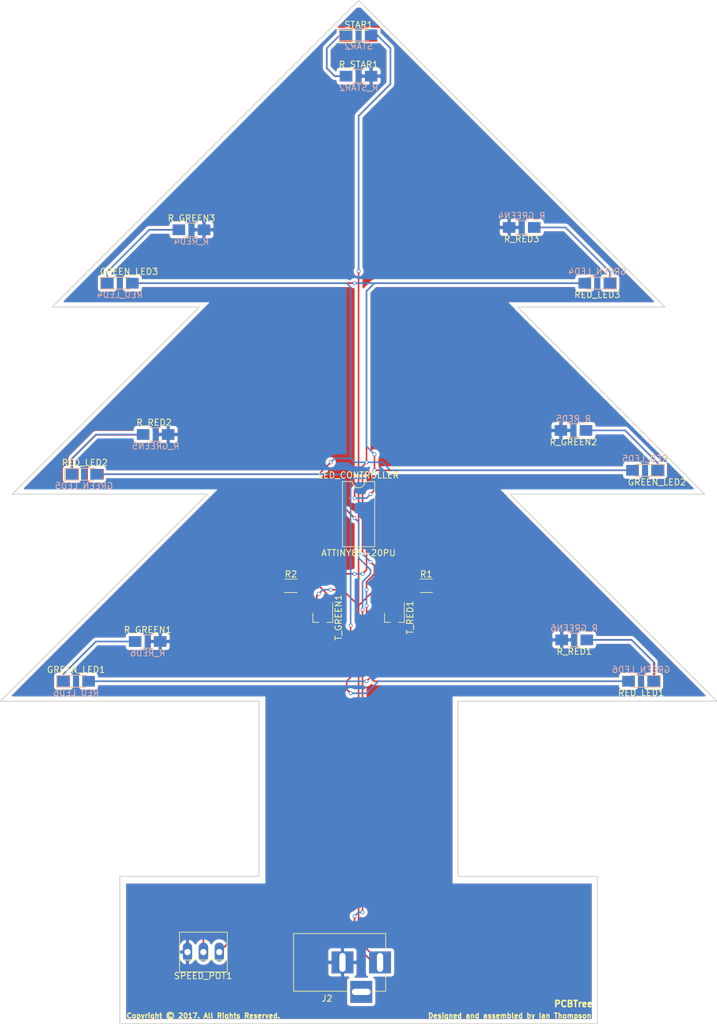
<source format=kicad_pcb>
(kicad_pcb (version 4) (host pcbnew 4.0.6)

  (general
    (links 54)
    (no_connects 1)
    (area 38.024999 19.609999 152.475001 182.955001)
    (thickness 1.6)
    (drawings 27)
    (tracks 203)
    (zones 0)
    (modules 35)
    (nets 27)
  )

  (page A4)
  (layers
    (0 F.Cu signal)
    (31 B.Cu signal)
    (32 B.Adhes user)
    (33 F.Adhes user)
    (34 B.Paste user)
    (35 F.Paste user)
    (36 B.SilkS user)
    (37 F.SilkS user)
    (38 B.Mask user)
    (39 F.Mask user)
    (40 Dwgs.User user hide)
    (41 Cmts.User user)
    (42 Eco1.User user)
    (43 Eco2.User user)
    (44 Edge.Cuts user)
    (45 Margin user)
    (46 B.CrtYd user)
    (47 F.CrtYd user)
    (48 B.Fab user)
    (49 F.Fab user)
  )

  (setup
    (last_trace_width 0.25)
    (trace_clearance 0.2)
    (zone_clearance 0.508)
    (zone_45_only yes)
    (trace_min 0.2)
    (segment_width 0.2)
    (edge_width 0.15)
    (via_size 0.6)
    (via_drill 0.4)
    (via_min_size 0.4)
    (via_min_drill 0.3)
    (uvia_size 0.3)
    (uvia_drill 0.1)
    (uvias_allowed no)
    (uvia_min_size 0.2)
    (uvia_min_drill 0.1)
    (pcb_text_width 0.3)
    (pcb_text_size 1.5 1.5)
    (mod_edge_width 0.15)
    (mod_text_size 1 1)
    (mod_text_width 0.15)
    (pad_size 1.524 1.524)
    (pad_drill 0.762)
    (pad_to_mask_clearance 0.2)
    (aux_axis_origin 210.185 102.87)
    (visible_elements FFFFFFFF)
    (pcbplotparams
      (layerselection 0x3ffff_80000001)
      (usegerberextensions false)
      (excludeedgelayer true)
      (linewidth 0.100000)
      (plotframeref false)
      (viasonmask false)
      (mode 1)
      (useauxorigin false)
      (hpglpennumber 1)
      (hpglpenspeed 20)
      (hpglpendiameter 15)
      (hpglpenoverlay 2)
      (psnegative false)
      (psa4output false)
      (plotreference true)
      (plotvalue true)
      (plotinvisibletext false)
      (padsonsilk false)
      (subtractmaskfromsilk false)
      (outputformat 1)
      (mirror false)
      (drillshape 0)
      (scaleselection 1)
      (outputdirectory GERBER/v5/))
  )

  (net 0 "")
  (net 1 "Net-(GREEN_LED1-Pad1)")
  (net 2 "Net-(GREEN_LED1-Pad2)")
  (net 3 "Net-(GREEN_LED2-Pad1)")
  (net 4 "Net-(GREEN_LED3-Pad1)")
  (net 5 "Net-(GREEN_LED4-Pad1)")
  (net 6 "Net-(GREEN_LED5-Pad1)")
  (net 7 "Net-(GREEN_LED6-Pad1)")
  (net 8 "Net-(LED_CONTROLLER1-Pad1)")
  (net 9 "Net-(LED_CONTROLLER1-Pad2)")
  (net 10 "Net-(LED_CONTROLLER1-Pad6)")
  (net 11 "Net-(LED_CONTROLLER1-Pad3)")
  (net 12 "Net-(LED_CONTROLLER1-Pad7)")
  (net 13 "Net-(RED_LED1-Pad1)")
  (net 14 "Net-(RED_LED2-Pad1)")
  (net 15 "Net-(RED_LED3-Pad1)")
  (net 16 "Net-(RED_LED4-Pad1)")
  (net 17 "Net-(RED_LED5-Pad1)")
  (net 18 "Net-(RED_LED6-Pad1)")
  (net 19 "Net-(R_STAR1-Pad1)")
  (net 20 "Net-(R_STAR2-Pad1)")
  (net 21 "Net-(J2-Pad3)")
  (net 22 GND)
  (net 23 +5V)
  (net 24 "Net-(R1-Pad2)")
  (net 25 "Net-(RED_LED1-Pad2)")
  (net 26 "Net-(R2-Pad2)")

  (net_class Default "This is the default net class."
    (clearance 0.2)
    (trace_width 0.25)
    (via_dia 0.6)
    (via_drill 0.4)
    (uvia_dia 0.3)
    (uvia_drill 0.1)
    (add_net +5V)
    (add_net GND)
    (add_net "Net-(GREEN_LED1-Pad1)")
    (add_net "Net-(GREEN_LED1-Pad2)")
    (add_net "Net-(GREEN_LED2-Pad1)")
    (add_net "Net-(GREEN_LED3-Pad1)")
    (add_net "Net-(GREEN_LED4-Pad1)")
    (add_net "Net-(GREEN_LED5-Pad1)")
    (add_net "Net-(GREEN_LED6-Pad1)")
    (add_net "Net-(J2-Pad3)")
    (add_net "Net-(LED_CONTROLLER1-Pad1)")
    (add_net "Net-(LED_CONTROLLER1-Pad2)")
    (add_net "Net-(LED_CONTROLLER1-Pad3)")
    (add_net "Net-(LED_CONTROLLER1-Pad6)")
    (add_net "Net-(LED_CONTROLLER1-Pad7)")
    (add_net "Net-(R1-Pad2)")
    (add_net "Net-(R2-Pad2)")
    (add_net "Net-(RED_LED1-Pad1)")
    (add_net "Net-(RED_LED1-Pad2)")
    (add_net "Net-(RED_LED2-Pad1)")
    (add_net "Net-(RED_LED3-Pad1)")
    (add_net "Net-(RED_LED4-Pad1)")
    (add_net "Net-(RED_LED5-Pad1)")
    (add_net "Net-(RED_LED6-Pad1)")
    (add_net "Net-(R_STAR1-Pad1)")
    (add_net "Net-(R_STAR2-Pad1)")
  )

  (module LEDs:LED_1206_HandSoldering (layer F.Cu) (tedit 595FC724) (tstamp 598BCF8D)
    (at 50.165 128.27)
    (descr "LED SMD 1206, hand soldering")
    (tags "LED 1206")
    (path /598BFF5D)
    (attr smd)
    (fp_text reference GREEN_LED1 (at 0 -1.85) (layer F.SilkS)
      (effects (font (size 1 1) (thickness 0.15)))
    )
    (fp_text value LED (at 0 1.9) (layer F.Fab)
      (effects (font (size 1 1) (thickness 0.15)))
    )
    (fp_line (start -3.1 -0.95) (end -3.1 0.95) (layer F.SilkS) (width 0.12))
    (fp_line (start -0.4 0) (end 0.2 -0.4) (layer F.Fab) (width 0.1))
    (fp_line (start 0.2 -0.4) (end 0.2 0.4) (layer F.Fab) (width 0.1))
    (fp_line (start 0.2 0.4) (end -0.4 0) (layer F.Fab) (width 0.1))
    (fp_line (start -0.45 -0.4) (end -0.45 0.4) (layer F.Fab) (width 0.1))
    (fp_line (start -1.6 0.8) (end -1.6 -0.8) (layer F.Fab) (width 0.1))
    (fp_line (start 1.6 0.8) (end -1.6 0.8) (layer F.Fab) (width 0.1))
    (fp_line (start 1.6 -0.8) (end 1.6 0.8) (layer F.Fab) (width 0.1))
    (fp_line (start -1.6 -0.8) (end 1.6 -0.8) (layer F.Fab) (width 0.1))
    (fp_line (start -3.1 0.95) (end 1.6 0.95) (layer F.SilkS) (width 0.12))
    (fp_line (start -3.1 -0.95) (end 1.6 -0.95) (layer F.SilkS) (width 0.12))
    (fp_line (start -3.25 -1.11) (end 3.25 -1.11) (layer F.CrtYd) (width 0.05))
    (fp_line (start -3.25 -1.11) (end -3.25 1.1) (layer F.CrtYd) (width 0.05))
    (fp_line (start 3.25 1.1) (end 3.25 -1.11) (layer F.CrtYd) (width 0.05))
    (fp_line (start 3.25 1.1) (end -3.25 1.1) (layer F.CrtYd) (width 0.05))
    (pad 1 smd rect (at -2 0) (size 2 1.7) (layers F.Cu F.Paste F.Mask)
      (net 1 "Net-(GREEN_LED1-Pad1)"))
    (pad 2 smd rect (at 2 0) (size 2 1.7) (layers F.Cu F.Paste F.Mask)
      (net 2 "Net-(GREEN_LED1-Pad2)"))
    (model ${KISYS3DMOD}/LEDs.3dshapes/LED_1206.wrl
      (at (xyz 0 0 0))
      (scale (xyz 1 1 1))
      (rotate (xyz 0 0 180))
    )
  )

  (module LEDs:LED_1206_HandSoldering (layer F.Cu) (tedit 5A07543A) (tstamp 598BCF93)
    (at 140.97 94.615 180)
    (descr "LED SMD 1206, hand soldering")
    (tags "LED 1206")
    (path /598C0028)
    (attr smd)
    (fp_text reference GREEN_LED2 (at -1.905 -1.905 180) (layer F.SilkS)
      (effects (font (size 1 1) (thickness 0.15)))
    )
    (fp_text value LED (at 0 1.9 180) (layer F.Fab)
      (effects (font (size 1 1) (thickness 0.15)))
    )
    (fp_line (start -3.1 -0.95) (end -3.1 0.95) (layer F.SilkS) (width 0.12))
    (fp_line (start -0.4 0) (end 0.2 -0.4) (layer F.Fab) (width 0.1))
    (fp_line (start 0.2 -0.4) (end 0.2 0.4) (layer F.Fab) (width 0.1))
    (fp_line (start 0.2 0.4) (end -0.4 0) (layer F.Fab) (width 0.1))
    (fp_line (start -0.45 -0.4) (end -0.45 0.4) (layer F.Fab) (width 0.1))
    (fp_line (start -1.6 0.8) (end -1.6 -0.8) (layer F.Fab) (width 0.1))
    (fp_line (start 1.6 0.8) (end -1.6 0.8) (layer F.Fab) (width 0.1))
    (fp_line (start 1.6 -0.8) (end 1.6 0.8) (layer F.Fab) (width 0.1))
    (fp_line (start -1.6 -0.8) (end 1.6 -0.8) (layer F.Fab) (width 0.1))
    (fp_line (start -3.1 0.95) (end 1.6 0.95) (layer F.SilkS) (width 0.12))
    (fp_line (start -3.1 -0.95) (end 1.6 -0.95) (layer F.SilkS) (width 0.12))
    (fp_line (start -3.25 -1.11) (end 3.25 -1.11) (layer F.CrtYd) (width 0.05))
    (fp_line (start -3.25 -1.11) (end -3.25 1.1) (layer F.CrtYd) (width 0.05))
    (fp_line (start 3.25 1.1) (end 3.25 -1.11) (layer F.CrtYd) (width 0.05))
    (fp_line (start 3.25 1.1) (end -3.25 1.1) (layer F.CrtYd) (width 0.05))
    (pad 1 smd rect (at -2 0 180) (size 2 1.7) (layers F.Cu F.Paste F.Mask)
      (net 3 "Net-(GREEN_LED2-Pad1)"))
    (pad 2 smd rect (at 2 0 180) (size 2 1.7) (layers F.Cu F.Paste F.Mask)
      (net 2 "Net-(GREEN_LED1-Pad2)"))
    (model ${KISYS3DMOD}/LEDs.3dshapes/LED_1206.wrl
      (at (xyz 0 0 0))
      (scale (xyz 1 1 1))
      (rotate (xyz 0 0 180))
    )
  )

  (module LEDs:LED_1206_HandSoldering (layer F.Cu) (tedit 598CAD1F) (tstamp 598BCF99)
    (at 57.15 64.77)
    (descr "LED SMD 1206, hand soldering")
    (tags "LED 1206")
    (path /598C0048)
    (attr smd)
    (fp_text reference GREEN_LED3 (at 1.4605 -1.8415) (layer F.SilkS)
      (effects (font (size 1 1) (thickness 0.15)))
    )
    (fp_text value LED (at 0 1.9) (layer F.Fab)
      (effects (font (size 1 1) (thickness 0.15)))
    )
    (fp_line (start -3.1 -0.95) (end -3.1 0.95) (layer F.SilkS) (width 0.12))
    (fp_line (start -0.4 0) (end 0.2 -0.4) (layer F.Fab) (width 0.1))
    (fp_line (start 0.2 -0.4) (end 0.2 0.4) (layer F.Fab) (width 0.1))
    (fp_line (start 0.2 0.4) (end -0.4 0) (layer F.Fab) (width 0.1))
    (fp_line (start -0.45 -0.4) (end -0.45 0.4) (layer F.Fab) (width 0.1))
    (fp_line (start -1.6 0.8) (end -1.6 -0.8) (layer F.Fab) (width 0.1))
    (fp_line (start 1.6 0.8) (end -1.6 0.8) (layer F.Fab) (width 0.1))
    (fp_line (start 1.6 -0.8) (end 1.6 0.8) (layer F.Fab) (width 0.1))
    (fp_line (start -1.6 -0.8) (end 1.6 -0.8) (layer F.Fab) (width 0.1))
    (fp_line (start -3.1 0.95) (end 1.6 0.95) (layer F.SilkS) (width 0.12))
    (fp_line (start -3.1 -0.95) (end 1.6 -0.95) (layer F.SilkS) (width 0.12))
    (fp_line (start -3.25 -1.11) (end 3.25 -1.11) (layer F.CrtYd) (width 0.05))
    (fp_line (start -3.25 -1.11) (end -3.25 1.1) (layer F.CrtYd) (width 0.05))
    (fp_line (start 3.25 1.1) (end 3.25 -1.11) (layer F.CrtYd) (width 0.05))
    (fp_line (start 3.25 1.1) (end -3.25 1.1) (layer F.CrtYd) (width 0.05))
    (pad 1 smd rect (at -2 0) (size 2 1.7) (layers F.Cu F.Paste F.Mask)
      (net 4 "Net-(GREEN_LED3-Pad1)"))
    (pad 2 smd rect (at 2 0) (size 2 1.7) (layers F.Cu F.Paste F.Mask)
      (net 2 "Net-(GREEN_LED1-Pad2)"))
    (model ${KISYS3DMOD}/LEDs.3dshapes/LED_1206.wrl
      (at (xyz 0 0 0))
      (scale (xyz 1 1 1))
      (rotate (xyz 0 0 180))
    )
  )

  (module Housings_DIP:DIP-8_W7.62mm_SMD (layer F.Cu) (tedit 59C80B19) (tstamp 598BCFC0)
    (at 95.25 101.6)
    (descr "8-lead dip package, row spacing 7.62 mm (300 mils), SMD")
    (tags "DIL DIP PDIP 2.54mm 7.62mm 300mil SMD")
    (path /598BFEDC)
    (attr smd)
    (fp_text reference LED_CONTROLLER (at 0 -6.2) (layer F.SilkS)
      (effects (font (size 1 1) (thickness 0.15)))
    )
    (fp_text value ATTINY85-20PU (at 0 6.2) (layer F.SilkS)
      (effects (font (size 1 1) (thickness 0.15)))
    )
    (fp_text user %R (at 0 0) (layer F.Fab)
      (effects (font (size 1 1) (thickness 0.15)))
    )
    (fp_line (start -2.175 -5.08) (end 3.175 -5.08) (layer F.Fab) (width 0.1))
    (fp_line (start 3.175 -5.08) (end 3.175 5.08) (layer F.Fab) (width 0.1))
    (fp_line (start 3.175 5.08) (end -3.175 5.08) (layer F.Fab) (width 0.1))
    (fp_line (start -3.175 5.08) (end -3.175 -4.08) (layer F.Fab) (width 0.1))
    (fp_line (start -3.175 -4.08) (end -2.175 -5.08) (layer F.Fab) (width 0.1))
    (fp_line (start -1 -5.2) (end -2.57 -5.2) (layer F.SilkS) (width 0.12))
    (fp_line (start -2.57 -5.2) (end -2.57 5.2) (layer F.SilkS) (width 0.12))
    (fp_line (start -2.57 5.2) (end 2.57 5.2) (layer F.SilkS) (width 0.12))
    (fp_line (start 2.57 5.2) (end 2.57 -5.2) (layer F.SilkS) (width 0.12))
    (fp_line (start 2.57 -5.2) (end 1 -5.2) (layer F.SilkS) (width 0.12))
    (fp_line (start -5.1 -5.4) (end -5.1 5.4) (layer F.CrtYd) (width 0.05))
    (fp_line (start -5.1 5.4) (end 5.1 5.4) (layer F.CrtYd) (width 0.05))
    (fp_line (start 5.1 5.4) (end 5.1 -5.4) (layer F.CrtYd) (width 0.05))
    (fp_line (start 5.1 -5.4) (end -5.1 -5.4) (layer F.CrtYd) (width 0.05))
    (fp_arc (start 0 -5.2) (end -1 -5.2) (angle -180) (layer F.SilkS) (width 0.12))
    (pad 1 smd rect (at -3.81 -3.81) (size 2 1.78) (layers F.Cu F.Paste F.Mask)
      (net 8 "Net-(LED_CONTROLLER1-Pad1)"))
    (pad 5 smd rect (at 3.81 3.81) (size 2 1.78) (layers F.Cu F.Paste F.Mask)
      (net 2 "Net-(GREEN_LED1-Pad2)"))
    (pad 2 smd rect (at -3.81 -1.27) (size 2 1.78) (layers F.Cu F.Paste F.Mask)
      (net 9 "Net-(LED_CONTROLLER1-Pad2)"))
    (pad 6 smd rect (at 3.81 1.27) (size 2 1.78) (layers F.Cu F.Paste F.Mask)
      (net 10 "Net-(LED_CONTROLLER1-Pad6)"))
    (pad 3 smd rect (at -3.81 1.27) (size 2 1.78) (layers F.Cu F.Paste F.Mask)
      (net 11 "Net-(LED_CONTROLLER1-Pad3)"))
    (pad 7 smd rect (at 3.81 -1.27) (size 2 1.78) (layers F.Cu F.Paste F.Mask)
      (net 12 "Net-(LED_CONTROLLER1-Pad7)"))
    (pad 4 smd rect (at -3.81 3.81) (size 2 1.78) (layers F.Cu F.Paste F.Mask)
      (net 22 GND))
    (pad 8 smd rect (at 3.81 -3.81) (size 2 1.78) (layers F.Cu F.Paste F.Mask)
      (net 23 +5V))
    (model ${KISYS3DMOD}/Housings_DIP.3dshapes/DIP-8_W7.62mm_SMD.wrl
      (at (xyz 0 0 0))
      (scale (xyz 1 1 1))
      (rotate (xyz 0 0 0))
    )
  )

  (module LEDs:LED_1206_HandSoldering (layer F.Cu) (tedit 595FC724) (tstamp 598BCFCC)
    (at 140.335 128.27 180)
    (descr "LED SMD 1206, hand soldering")
    (tags "LED 1206")
    (path /598C0140)
    (attr smd)
    (fp_text reference RED_LED1 (at 0 -1.85 180) (layer F.SilkS)
      (effects (font (size 1 1) (thickness 0.15)))
    )
    (fp_text value LED (at 0 1.9 180) (layer F.Fab)
      (effects (font (size 1 1) (thickness 0.15)))
    )
    (fp_line (start -3.1 -0.95) (end -3.1 0.95) (layer F.SilkS) (width 0.12))
    (fp_line (start -0.4 0) (end 0.2 -0.4) (layer F.Fab) (width 0.1))
    (fp_line (start 0.2 -0.4) (end 0.2 0.4) (layer F.Fab) (width 0.1))
    (fp_line (start 0.2 0.4) (end -0.4 0) (layer F.Fab) (width 0.1))
    (fp_line (start -0.45 -0.4) (end -0.45 0.4) (layer F.Fab) (width 0.1))
    (fp_line (start -1.6 0.8) (end -1.6 -0.8) (layer F.Fab) (width 0.1))
    (fp_line (start 1.6 0.8) (end -1.6 0.8) (layer F.Fab) (width 0.1))
    (fp_line (start 1.6 -0.8) (end 1.6 0.8) (layer F.Fab) (width 0.1))
    (fp_line (start -1.6 -0.8) (end 1.6 -0.8) (layer F.Fab) (width 0.1))
    (fp_line (start -3.1 0.95) (end 1.6 0.95) (layer F.SilkS) (width 0.12))
    (fp_line (start -3.1 -0.95) (end 1.6 -0.95) (layer F.SilkS) (width 0.12))
    (fp_line (start -3.25 -1.11) (end 3.25 -1.11) (layer F.CrtYd) (width 0.05))
    (fp_line (start -3.25 -1.11) (end -3.25 1.1) (layer F.CrtYd) (width 0.05))
    (fp_line (start 3.25 1.1) (end 3.25 -1.11) (layer F.CrtYd) (width 0.05))
    (fp_line (start 3.25 1.1) (end -3.25 1.1) (layer F.CrtYd) (width 0.05))
    (pad 1 smd rect (at -2 0 180) (size 2 1.7) (layers F.Cu F.Paste F.Mask)
      (net 13 "Net-(RED_LED1-Pad1)"))
    (pad 2 smd rect (at 2 0 180) (size 2 1.7) (layers F.Cu F.Paste F.Mask)
      (net 25 "Net-(RED_LED1-Pad2)"))
    (model ${KISYS3DMOD}/LEDs.3dshapes/LED_1206.wrl
      (at (xyz 0 0 0))
      (scale (xyz 1 1 1))
      (rotate (xyz 0 0 180))
    )
  )

  (module LEDs:LED_1206_HandSoldering (layer F.Cu) (tedit 595FC724) (tstamp 598BCFD2)
    (at 51.562 95.25)
    (descr "LED SMD 1206, hand soldering")
    (tags "LED 1206")
    (path /598C025F)
    (attr smd)
    (fp_text reference RED_LED2 (at 0 -1.85) (layer F.SilkS)
      (effects (font (size 1 1) (thickness 0.15)))
    )
    (fp_text value LED (at 0 1.9) (layer F.Fab)
      (effects (font (size 1 1) (thickness 0.15)))
    )
    (fp_line (start -3.1 -0.95) (end -3.1 0.95) (layer F.SilkS) (width 0.12))
    (fp_line (start -0.4 0) (end 0.2 -0.4) (layer F.Fab) (width 0.1))
    (fp_line (start 0.2 -0.4) (end 0.2 0.4) (layer F.Fab) (width 0.1))
    (fp_line (start 0.2 0.4) (end -0.4 0) (layer F.Fab) (width 0.1))
    (fp_line (start -0.45 -0.4) (end -0.45 0.4) (layer F.Fab) (width 0.1))
    (fp_line (start -1.6 0.8) (end -1.6 -0.8) (layer F.Fab) (width 0.1))
    (fp_line (start 1.6 0.8) (end -1.6 0.8) (layer F.Fab) (width 0.1))
    (fp_line (start 1.6 -0.8) (end 1.6 0.8) (layer F.Fab) (width 0.1))
    (fp_line (start -1.6 -0.8) (end 1.6 -0.8) (layer F.Fab) (width 0.1))
    (fp_line (start -3.1 0.95) (end 1.6 0.95) (layer F.SilkS) (width 0.12))
    (fp_line (start -3.1 -0.95) (end 1.6 -0.95) (layer F.SilkS) (width 0.12))
    (fp_line (start -3.25 -1.11) (end 3.25 -1.11) (layer F.CrtYd) (width 0.05))
    (fp_line (start -3.25 -1.11) (end -3.25 1.1) (layer F.CrtYd) (width 0.05))
    (fp_line (start 3.25 1.1) (end 3.25 -1.11) (layer F.CrtYd) (width 0.05))
    (fp_line (start 3.25 1.1) (end -3.25 1.1) (layer F.CrtYd) (width 0.05))
    (pad 1 smd rect (at -2 0) (size 2 1.7) (layers F.Cu F.Paste F.Mask)
      (net 14 "Net-(RED_LED2-Pad1)"))
    (pad 2 smd rect (at 2 0) (size 2 1.7) (layers F.Cu F.Paste F.Mask)
      (net 25 "Net-(RED_LED1-Pad2)"))
    (model ${KISYS3DMOD}/LEDs.3dshapes/LED_1206.wrl
      (at (xyz 0 0 0))
      (scale (xyz 1 1 1))
      (rotate (xyz 0 0 180))
    )
  )

  (module LEDs:LED_1206_HandSoldering (layer F.Cu) (tedit 595FC724) (tstamp 598BCFD8)
    (at 133.35 64.77 180)
    (descr "LED SMD 1206, hand soldering")
    (tags "LED 1206")
    (path /598C0297)
    (attr smd)
    (fp_text reference RED_LED3 (at 0 -1.85 180) (layer F.SilkS)
      (effects (font (size 1 1) (thickness 0.15)))
    )
    (fp_text value LED (at 0 1.9 180) (layer F.Fab)
      (effects (font (size 1 1) (thickness 0.15)))
    )
    (fp_line (start -3.1 -0.95) (end -3.1 0.95) (layer F.SilkS) (width 0.12))
    (fp_line (start -0.4 0) (end 0.2 -0.4) (layer F.Fab) (width 0.1))
    (fp_line (start 0.2 -0.4) (end 0.2 0.4) (layer F.Fab) (width 0.1))
    (fp_line (start 0.2 0.4) (end -0.4 0) (layer F.Fab) (width 0.1))
    (fp_line (start -0.45 -0.4) (end -0.45 0.4) (layer F.Fab) (width 0.1))
    (fp_line (start -1.6 0.8) (end -1.6 -0.8) (layer F.Fab) (width 0.1))
    (fp_line (start 1.6 0.8) (end -1.6 0.8) (layer F.Fab) (width 0.1))
    (fp_line (start 1.6 -0.8) (end 1.6 0.8) (layer F.Fab) (width 0.1))
    (fp_line (start -1.6 -0.8) (end 1.6 -0.8) (layer F.Fab) (width 0.1))
    (fp_line (start -3.1 0.95) (end 1.6 0.95) (layer F.SilkS) (width 0.12))
    (fp_line (start -3.1 -0.95) (end 1.6 -0.95) (layer F.SilkS) (width 0.12))
    (fp_line (start -3.25 -1.11) (end 3.25 -1.11) (layer F.CrtYd) (width 0.05))
    (fp_line (start -3.25 -1.11) (end -3.25 1.1) (layer F.CrtYd) (width 0.05))
    (fp_line (start 3.25 1.1) (end 3.25 -1.11) (layer F.CrtYd) (width 0.05))
    (fp_line (start 3.25 1.1) (end -3.25 1.1) (layer F.CrtYd) (width 0.05))
    (pad 1 smd rect (at -2 0 180) (size 2 1.7) (layers F.Cu F.Paste F.Mask)
      (net 15 "Net-(RED_LED3-Pad1)"))
    (pad 2 smd rect (at 2 0 180) (size 2 1.7) (layers F.Cu F.Paste F.Mask)
      (net 25 "Net-(RED_LED1-Pad2)"))
    (model ${KISYS3DMOD}/LEDs.3dshapes/LED_1206.wrl
      (at (xyz 0 0 0))
      (scale (xyz 1 1 1))
      (rotate (xyz 0 0 180))
    )
  )

  (module Resistors_SMD:R_1206_HandSoldering (layer F.Cu) (tedit 58E0A804) (tstamp 598BCFF0)
    (at 61.595 121.92)
    (descr "Resistor SMD 1206, hand soldering")
    (tags "resistor 1206")
    (path /598C0B4C)
    (attr smd)
    (fp_text reference R_GREEN1 (at 0 -1.85) (layer F.SilkS)
      (effects (font (size 1 1) (thickness 0.15)))
    )
    (fp_text value 95Ω (at 0 1.9) (layer F.Fab)
      (effects (font (size 1 1) (thickness 0.15)))
    )
    (fp_text user %R (at 0 0) (layer F.Fab)
      (effects (font (size 0.7 0.7) (thickness 0.105)))
    )
    (fp_line (start -1.6 0.8) (end -1.6 -0.8) (layer F.Fab) (width 0.1))
    (fp_line (start 1.6 0.8) (end -1.6 0.8) (layer F.Fab) (width 0.1))
    (fp_line (start 1.6 -0.8) (end 1.6 0.8) (layer F.Fab) (width 0.1))
    (fp_line (start -1.6 -0.8) (end 1.6 -0.8) (layer F.Fab) (width 0.1))
    (fp_line (start 1 1.07) (end -1 1.07) (layer F.SilkS) (width 0.12))
    (fp_line (start -1 -1.07) (end 1 -1.07) (layer F.SilkS) (width 0.12))
    (fp_line (start -3.25 -1.11) (end 3.25 -1.11) (layer F.CrtYd) (width 0.05))
    (fp_line (start -3.25 -1.11) (end -3.25 1.1) (layer F.CrtYd) (width 0.05))
    (fp_line (start 3.25 1.1) (end 3.25 -1.11) (layer F.CrtYd) (width 0.05))
    (fp_line (start 3.25 1.1) (end -3.25 1.1) (layer F.CrtYd) (width 0.05))
    (pad 1 smd rect (at -2 0) (size 2 1.7) (layers F.Cu F.Paste F.Mask)
      (net 1 "Net-(GREEN_LED1-Pad1)"))
    (pad 2 smd rect (at 2 0) (size 2 1.7) (layers F.Cu F.Paste F.Mask)
      (net 22 GND))
    (model ${KISYS3DMOD}/Resistors_SMD.3dshapes/R_1206.wrl
      (at (xyz 0 0 0))
      (scale (xyz 1 1 1))
      (rotate (xyz 0 0 0))
    )
  )

  (module Resistors_SMD:R_1206_HandSoldering (layer F.Cu) (tedit 58E0A804) (tstamp 598BCFF6)
    (at 129.54 88.265 180)
    (descr "Resistor SMD 1206, hand soldering")
    (tags "resistor 1206")
    (path /598C0D0F)
    (attr smd)
    (fp_text reference R_GREEN2 (at 0 -1.85 180) (layer F.SilkS)
      (effects (font (size 1 1) (thickness 0.15)))
    )
    (fp_text value 95Ω (at 0 1.9 180) (layer F.Fab)
      (effects (font (size 1 1) (thickness 0.15)))
    )
    (fp_text user %R (at 0 0 180) (layer F.Fab)
      (effects (font (size 0.7 0.7) (thickness 0.105)))
    )
    (fp_line (start -1.6 0.8) (end -1.6 -0.8) (layer F.Fab) (width 0.1))
    (fp_line (start 1.6 0.8) (end -1.6 0.8) (layer F.Fab) (width 0.1))
    (fp_line (start 1.6 -0.8) (end 1.6 0.8) (layer F.Fab) (width 0.1))
    (fp_line (start -1.6 -0.8) (end 1.6 -0.8) (layer F.Fab) (width 0.1))
    (fp_line (start 1 1.07) (end -1 1.07) (layer F.SilkS) (width 0.12))
    (fp_line (start -1 -1.07) (end 1 -1.07) (layer F.SilkS) (width 0.12))
    (fp_line (start -3.25 -1.11) (end 3.25 -1.11) (layer F.CrtYd) (width 0.05))
    (fp_line (start -3.25 -1.11) (end -3.25 1.1) (layer F.CrtYd) (width 0.05))
    (fp_line (start 3.25 1.1) (end 3.25 -1.11) (layer F.CrtYd) (width 0.05))
    (fp_line (start 3.25 1.1) (end -3.25 1.1) (layer F.CrtYd) (width 0.05))
    (pad 1 smd rect (at -2 0 180) (size 2 1.7) (layers F.Cu F.Paste F.Mask)
      (net 3 "Net-(GREEN_LED2-Pad1)"))
    (pad 2 smd rect (at 2 0 180) (size 2 1.7) (layers F.Cu F.Paste F.Mask)
      (net 22 GND))
    (model ${KISYS3DMOD}/Resistors_SMD.3dshapes/R_1206.wrl
      (at (xyz 0 0 0))
      (scale (xyz 1 1 1))
      (rotate (xyz 0 0 0))
    )
  )

  (module Resistors_SMD:R_1206_HandSoldering (layer F.Cu) (tedit 58E0A804) (tstamp 598BCFFC)
    (at 68.58 56.261)
    (descr "Resistor SMD 1206, hand soldering")
    (tags "resistor 1206")
    (path /598C0D57)
    (attr smd)
    (fp_text reference R_GREEN3 (at 0 -1.85) (layer F.SilkS)
      (effects (font (size 1 1) (thickness 0.15)))
    )
    (fp_text value 95Ω (at 0 1.9) (layer F.Fab)
      (effects (font (size 1 1) (thickness 0.15)))
    )
    (fp_text user %R (at 0 0) (layer F.Fab)
      (effects (font (size 0.7 0.7) (thickness 0.105)))
    )
    (fp_line (start -1.6 0.8) (end -1.6 -0.8) (layer F.Fab) (width 0.1))
    (fp_line (start 1.6 0.8) (end -1.6 0.8) (layer F.Fab) (width 0.1))
    (fp_line (start 1.6 -0.8) (end 1.6 0.8) (layer F.Fab) (width 0.1))
    (fp_line (start -1.6 -0.8) (end 1.6 -0.8) (layer F.Fab) (width 0.1))
    (fp_line (start 1 1.07) (end -1 1.07) (layer F.SilkS) (width 0.12))
    (fp_line (start -1 -1.07) (end 1 -1.07) (layer F.SilkS) (width 0.12))
    (fp_line (start -3.25 -1.11) (end 3.25 -1.11) (layer F.CrtYd) (width 0.05))
    (fp_line (start -3.25 -1.11) (end -3.25 1.1) (layer F.CrtYd) (width 0.05))
    (fp_line (start 3.25 1.1) (end 3.25 -1.11) (layer F.CrtYd) (width 0.05))
    (fp_line (start 3.25 1.1) (end -3.25 1.1) (layer F.CrtYd) (width 0.05))
    (pad 1 smd rect (at -2 0) (size 2 1.7) (layers F.Cu F.Paste F.Mask)
      (net 4 "Net-(GREEN_LED3-Pad1)"))
    (pad 2 smd rect (at 2 0) (size 2 1.7) (layers F.Cu F.Paste F.Mask)
      (net 22 GND))
    (model ${KISYS3DMOD}/Resistors_SMD.3dshapes/R_1206.wrl
      (at (xyz 0 0 0))
      (scale (xyz 1 1 1))
      (rotate (xyz 0 0 0))
    )
  )

  (module Resistors_SMD:R_1206_HandSoldering (layer F.Cu) (tedit 58E0A804) (tstamp 598BD014)
    (at 129.667 121.666 180)
    (descr "Resistor SMD 1206, hand soldering")
    (tags "resistor 1206")
    (path /598C100C)
    (attr smd)
    (fp_text reference R_RED1 (at 0 -1.85 180) (layer F.SilkS)
      (effects (font (size 1 1) (thickness 0.15)))
    )
    (fp_text value 150Ω (at 0 1.9 180) (layer F.Fab)
      (effects (font (size 1 1) (thickness 0.15)))
    )
    (fp_text user %R (at 0 0 180) (layer F.Fab)
      (effects (font (size 0.7 0.7) (thickness 0.105)))
    )
    (fp_line (start -1.6 0.8) (end -1.6 -0.8) (layer F.Fab) (width 0.1))
    (fp_line (start 1.6 0.8) (end -1.6 0.8) (layer F.Fab) (width 0.1))
    (fp_line (start 1.6 -0.8) (end 1.6 0.8) (layer F.Fab) (width 0.1))
    (fp_line (start -1.6 -0.8) (end 1.6 -0.8) (layer F.Fab) (width 0.1))
    (fp_line (start 1 1.07) (end -1 1.07) (layer F.SilkS) (width 0.12))
    (fp_line (start -1 -1.07) (end 1 -1.07) (layer F.SilkS) (width 0.12))
    (fp_line (start -3.25 -1.11) (end 3.25 -1.11) (layer F.CrtYd) (width 0.05))
    (fp_line (start -3.25 -1.11) (end -3.25 1.1) (layer F.CrtYd) (width 0.05))
    (fp_line (start 3.25 1.1) (end 3.25 -1.11) (layer F.CrtYd) (width 0.05))
    (fp_line (start 3.25 1.1) (end -3.25 1.1) (layer F.CrtYd) (width 0.05))
    (pad 1 smd rect (at -2 0 180) (size 2 1.7) (layers F.Cu F.Paste F.Mask)
      (net 13 "Net-(RED_LED1-Pad1)"))
    (pad 2 smd rect (at 2 0 180) (size 2 1.7) (layers F.Cu F.Paste F.Mask)
      (net 22 GND))
    (model ${KISYS3DMOD}/Resistors_SMD.3dshapes/R_1206.wrl
      (at (xyz 0 0 0))
      (scale (xyz 1 1 1))
      (rotate (xyz 0 0 0))
    )
  )

  (module Resistors_SMD:R_1206_HandSoldering (layer F.Cu) (tedit 59A1C135) (tstamp 598BD01A)
    (at 62.865 88.9)
    (descr "Resistor SMD 1206, hand soldering")
    (tags "resistor 1206")
    (path /598C1472)
    (attr smd)
    (fp_text reference R_RED2 (at -0.254 -1.905) (layer F.SilkS)
      (effects (font (size 1 1) (thickness 0.15)))
    )
    (fp_text value 150Ω (at 0 1.9) (layer F.Fab)
      (effects (font (size 1 1) (thickness 0.15)))
    )
    (fp_text user %R (at 0 0) (layer F.Fab)
      (effects (font (size 0.7 0.7) (thickness 0.105)))
    )
    (fp_line (start -1.6 0.8) (end -1.6 -0.8) (layer F.Fab) (width 0.1))
    (fp_line (start 1.6 0.8) (end -1.6 0.8) (layer F.Fab) (width 0.1))
    (fp_line (start 1.6 -0.8) (end 1.6 0.8) (layer F.Fab) (width 0.1))
    (fp_line (start -1.6 -0.8) (end 1.6 -0.8) (layer F.Fab) (width 0.1))
    (fp_line (start 1 1.07) (end -1 1.07) (layer F.SilkS) (width 0.12))
    (fp_line (start -1 -1.07) (end 1 -1.07) (layer F.SilkS) (width 0.12))
    (fp_line (start -3.25 -1.11) (end 3.25 -1.11) (layer F.CrtYd) (width 0.05))
    (fp_line (start -3.25 -1.11) (end -3.25 1.1) (layer F.CrtYd) (width 0.05))
    (fp_line (start 3.25 1.1) (end 3.25 -1.11) (layer F.CrtYd) (width 0.05))
    (fp_line (start 3.25 1.1) (end -3.25 1.1) (layer F.CrtYd) (width 0.05))
    (pad 1 smd rect (at -2 0) (size 2 1.7) (layers F.Cu F.Paste F.Mask)
      (net 14 "Net-(RED_LED2-Pad1)"))
    (pad 2 smd rect (at 2 0) (size 2 1.7) (layers F.Cu F.Paste F.Mask)
      (net 22 GND))
    (model ${KISYS3DMOD}/Resistors_SMD.3dshapes/R_1206.wrl
      (at (xyz 0 0 0))
      (scale (xyz 1 1 1))
      (rotate (xyz 0 0 0))
    )
  )

  (module Resistors_SMD:R_1206_HandSoldering (layer F.Cu) (tedit 598C9444) (tstamp 598BD020)
    (at 121.285 55.88 180)
    (descr "Resistor SMD 1206, hand soldering")
    (tags "resistor 1206")
    (path /598C14CE)
    (attr smd)
    (fp_text reference R_RED3 (at 0 -1.85 180) (layer F.SilkS)
      (effects (font (size 1 1) (thickness 0.15)))
    )
    (fp_text value 150Ω (at 0 1.9 180) (layer F.Fab)
      (effects (font (size 1 1) (thickness 0.15)))
    )
    (fp_text user %R (at 0 0 180) (layer F.Fab)
      (effects (font (size 0.7 0.7) (thickness 0.105)))
    )
    (fp_line (start -1.6 0.8) (end -1.6 -0.8) (layer F.Fab) (width 0.1))
    (fp_line (start 1.6 0.8) (end -1.6 0.8) (layer F.Fab) (width 0.1))
    (fp_line (start 1.6 -0.8) (end 1.6 0.8) (layer F.Fab) (width 0.1))
    (fp_line (start -1.6 -0.8) (end 1.6 -0.8) (layer F.Fab) (width 0.1))
    (fp_line (start 1 1.07) (end -1 1.07) (layer F.SilkS) (width 0.12))
    (fp_line (start -1 -1.07) (end 1 -1.07) (layer F.SilkS) (width 0.12))
    (fp_line (start -3.25 -1.11) (end 3.25 -1.11) (layer F.CrtYd) (width 0.05))
    (fp_line (start -3.25 -1.11) (end -3.25 1.1) (layer F.CrtYd) (width 0.05))
    (fp_line (start 3.25 1.1) (end 3.25 -1.11) (layer F.CrtYd) (width 0.05))
    (fp_line (start 3.25 1.1) (end -3.25 1.1) (layer F.CrtYd) (width 0.05))
    (pad 1 smd rect (at -2 0 180) (size 2 1.7) (layers F.Cu F.Paste F.Mask)
      (net 15 "Net-(RED_LED3-Pad1)"))
    (pad 2 smd rect (at 2 0 180) (size 2 1.7) (layers F.Cu F.Paste F.Mask)
      (net 22 GND))
    (model ${KISYS3DMOD}/Resistors_SMD.3dshapes/R_1206.wrl
      (at (xyz 0 0 0))
      (scale (xyz 1 1 1))
      (rotate (xyz 0 0 0))
    )
  )

  (module Resistors_SMD:R_1206_HandSoldering (layer F.Cu) (tedit 598BD2CA) (tstamp 598BD038)
    (at 95.25 31.75)
    (descr "Resistor SMD 1206, hand soldering")
    (tags "resistor 1206")
    (path /598CBD3D)
    (attr smd)
    (fp_text reference R_STAR1 (at 0 -1.85) (layer F.SilkS)
      (effects (font (size 1 1) (thickness 0.15)))
    )
    (fp_text value 150Ω (at 0 1.9) (layer F.Fab)
      (effects (font (size 1 1) (thickness 0.15)))
    )
    (fp_text user %R (at -0.127 0.127) (layer F.Fab)
      (effects (font (size 0.7 0.7) (thickness 0.105)))
    )
    (fp_line (start -1.6 0.8) (end -1.6 -0.8) (layer F.Fab) (width 0.1))
    (fp_line (start 1.6 0.8) (end -1.6 0.8) (layer F.Fab) (width 0.1))
    (fp_line (start 1.6 -0.8) (end 1.6 0.8) (layer F.Fab) (width 0.1))
    (fp_line (start -1.6 -0.8) (end 1.6 -0.8) (layer F.Fab) (width 0.1))
    (fp_line (start 1 1.07) (end -1 1.07) (layer F.SilkS) (width 0.12))
    (fp_line (start -1 -1.07) (end 1 -1.07) (layer F.SilkS) (width 0.12))
    (fp_line (start -3.25 -1.11) (end 3.25 -1.11) (layer F.CrtYd) (width 0.05))
    (fp_line (start -3.25 -1.11) (end -3.25 1.1) (layer F.CrtYd) (width 0.05))
    (fp_line (start 3.25 1.1) (end 3.25 -1.11) (layer F.CrtYd) (width 0.05))
    (fp_line (start 3.25 1.1) (end -3.25 1.1) (layer F.CrtYd) (width 0.05))
    (pad 1 smd rect (at -2 0) (size 2 1.7) (layers F.Cu F.Paste F.Mask)
      (net 19 "Net-(R_STAR1-Pad1)"))
    (pad 2 smd rect (at 2 0) (size 2 1.7) (layers F.Cu F.Paste F.Mask)
      (net 22 GND))
    (model ${KISYS3DMOD}/Resistors_SMD.3dshapes/R_1206.wrl
      (at (xyz 0 0 0))
      (scale (xyz 1 1 1))
      (rotate (xyz 0 0 0))
    )
  )

  (module Connectors:PINHEAD1-3 (layer F.Cu) (tedit 0) (tstamp 598BD045)
    (at 73.025 171.45 180)
    (path /598CA1FB)
    (fp_text reference SPEED_POT1 (at 2.59 -3.8 180) (layer F.SilkS)
      (effects (font (size 1 1) (thickness 0.15)))
    )
    (fp_text value POT (at 2.54 3.81 180) (layer F.Fab)
      (effects (font (size 1 1) (thickness 0.15)))
    )
    (fp_line (start -1.27 -3.17) (end -1.27 3.17) (layer F.SilkS) (width 0.12))
    (fp_line (start 6.35 -3.17) (end 6.35 3.17) (layer F.SilkS) (width 0.12))
    (fp_line (start 6.35 -1.27) (end -1.27 -1.27) (layer F.SilkS) (width 0.12))
    (fp_line (start -1.27 -3.17) (end 6.35 -3.17) (layer F.SilkS) (width 0.12))
    (fp_line (start 6.35 3.17) (end -1.27 3.17) (layer F.SilkS) (width 0.12))
    (fp_line (start -1.52 -3.42) (end 6.6 -3.42) (layer F.CrtYd) (width 0.05))
    (fp_line (start -1.52 -3.42) (end -1.52 3.42) (layer F.CrtYd) (width 0.05))
    (fp_line (start 6.6 3.42) (end 6.6 -3.42) (layer F.CrtYd) (width 0.05))
    (fp_line (start 6.6 3.42) (end -1.52 3.42) (layer F.CrtYd) (width 0.05))
    (pad 1 thru_hole oval (at 0 0 180) (size 1.51 3.01) (drill 1) (layers *.Cu *.Mask)
      (net 23 +5V))
    (pad 2 thru_hole oval (at 2.54 0 180) (size 1.51 3.01) (drill 1) (layers *.Cu *.Mask)
      (net 9 "Net-(LED_CONTROLLER1-Pad2)"))
    (pad 3 thru_hole oval (at 5.08 0 180) (size 1.51 3.01) (drill 1) (layers *.Cu *.Mask)
      (net 22 GND))
  )

  (module LEDs:LED_1206_HandSoldering (layer F.Cu) (tedit 595FC724) (tstamp 598BD04B)
    (at 95.25 25.4)
    (descr "LED SMD 1206, hand soldering")
    (tags "LED 1206")
    (path /598CB6BE)
    (attr smd)
    (fp_text reference STAR1 (at 0 -1.85) (layer F.SilkS)
      (effects (font (size 1 1) (thickness 0.15)))
    )
    (fp_text value LED (at 0 1.9) (layer F.Fab)
      (effects (font (size 1 1) (thickness 0.15)))
    )
    (fp_line (start -3.1 -0.95) (end -3.1 0.95) (layer F.SilkS) (width 0.12))
    (fp_line (start -0.4 0) (end 0.2 -0.4) (layer F.Fab) (width 0.1))
    (fp_line (start 0.2 -0.4) (end 0.2 0.4) (layer F.Fab) (width 0.1))
    (fp_line (start 0.2 0.4) (end -0.4 0) (layer F.Fab) (width 0.1))
    (fp_line (start -0.45 -0.4) (end -0.45 0.4) (layer F.Fab) (width 0.1))
    (fp_line (start -1.6 0.8) (end -1.6 -0.8) (layer F.Fab) (width 0.1))
    (fp_line (start 1.6 0.8) (end -1.6 0.8) (layer F.Fab) (width 0.1))
    (fp_line (start 1.6 -0.8) (end 1.6 0.8) (layer F.Fab) (width 0.1))
    (fp_line (start -1.6 -0.8) (end 1.6 -0.8) (layer F.Fab) (width 0.1))
    (fp_line (start -3.1 0.95) (end 1.6 0.95) (layer F.SilkS) (width 0.12))
    (fp_line (start -3.1 -0.95) (end 1.6 -0.95) (layer F.SilkS) (width 0.12))
    (fp_line (start -3.25 -1.11) (end 3.25 -1.11) (layer F.CrtYd) (width 0.05))
    (fp_line (start -3.25 -1.11) (end -3.25 1.1) (layer F.CrtYd) (width 0.05))
    (fp_line (start 3.25 1.1) (end 3.25 -1.11) (layer F.CrtYd) (width 0.05))
    (fp_line (start 3.25 1.1) (end -3.25 1.1) (layer F.CrtYd) (width 0.05))
    (pad 1 smd rect (at -2 0) (size 2 1.7) (layers F.Cu F.Paste F.Mask)
      (net 19 "Net-(R_STAR1-Pad1)"))
    (pad 2 smd rect (at 2 0) (size 2 1.7) (layers F.Cu F.Paste F.Mask)
      (net 23 +5V))
    (model ${KISYS3DMOD}/LEDs.3dshapes/LED_1206.wrl
      (at (xyz 0 0 0))
      (scale (xyz 1 1 1))
      (rotate (xyz 0 0 180))
    )
  )

  (module Connectors:BARREL_JACK (layer F.Cu) (tedit 5861378E) (tstamp 59B4A1AB)
    (at 98.679 173.101)
    (descr "DC Barrel Jack")
    (tags "Power Jack")
    (path /59B06B4C)
    (fp_text reference J2 (at -8.45 5.75 180) (layer F.SilkS)
      (effects (font (size 1 1) (thickness 0.15)))
    )
    (fp_text value BARREL_JACK (at -6.2 -5.5) (layer F.Fab)
      (effects (font (size 1 1) (thickness 0.15)))
    )
    (fp_line (start 1 -4.5) (end 1 -4.75) (layer F.CrtYd) (width 0.05))
    (fp_line (start 1 -4.75) (end -14 -4.75) (layer F.CrtYd) (width 0.05))
    (fp_line (start 1 -4.5) (end 1 -2) (layer F.CrtYd) (width 0.05))
    (fp_line (start 1 -2) (end 2 -2) (layer F.CrtYd) (width 0.05))
    (fp_line (start 2 -2) (end 2 2) (layer F.CrtYd) (width 0.05))
    (fp_line (start 2 2) (end 1 2) (layer F.CrtYd) (width 0.05))
    (fp_line (start 1 2) (end 1 4.75) (layer F.CrtYd) (width 0.05))
    (fp_line (start 1 4.75) (end -1 4.75) (layer F.CrtYd) (width 0.05))
    (fp_line (start -1 4.75) (end -1 6.75) (layer F.CrtYd) (width 0.05))
    (fp_line (start -1 6.75) (end -5 6.75) (layer F.CrtYd) (width 0.05))
    (fp_line (start -5 6.75) (end -5 4.75) (layer F.CrtYd) (width 0.05))
    (fp_line (start -5 4.75) (end -14 4.75) (layer F.CrtYd) (width 0.05))
    (fp_line (start -14 4.75) (end -14 -4.75) (layer F.CrtYd) (width 0.05))
    (fp_line (start -5 4.6) (end -13.8 4.6) (layer F.SilkS) (width 0.12))
    (fp_line (start -13.8 4.6) (end -13.8 -4.6) (layer F.SilkS) (width 0.12))
    (fp_line (start 0.9 1.9) (end 0.9 4.6) (layer F.SilkS) (width 0.12))
    (fp_line (start 0.9 4.6) (end -1 4.6) (layer F.SilkS) (width 0.12))
    (fp_line (start -13.8 -4.6) (end 0.9 -4.6) (layer F.SilkS) (width 0.12))
    (fp_line (start 0.9 -4.6) (end 0.9 -2) (layer F.SilkS) (width 0.12))
    (fp_line (start -10.2 -4.5) (end -10.2 4.5) (layer F.Fab) (width 0.1))
    (fp_line (start -13.7 -4.5) (end -13.7 4.5) (layer F.Fab) (width 0.1))
    (fp_line (start -13.7 4.5) (end 0.8 4.5) (layer F.Fab) (width 0.1))
    (fp_line (start 0.8 4.5) (end 0.8 -4.5) (layer F.Fab) (width 0.1))
    (fp_line (start 0.8 -4.5) (end -13.7 -4.5) (layer F.Fab) (width 0.1))
    (pad 1 thru_hole rect (at 0 0) (size 3.5 3.5) (drill oval 1 3) (layers *.Cu *.Mask)
      (net 23 +5V))
    (pad 2 thru_hole rect (at -6 0) (size 3.5 3.5) (drill oval 1 3) (layers *.Cu *.Mask)
      (net 22 GND))
    (pad 3 thru_hole rect (at -3 4.7) (size 3.5 3.5) (drill oval 3 1) (layers *.Cu *.Mask)
      (net 21 "Net-(J2-Pad3)"))
  )

  (module Resistors_SMD:R_1206_HandSoldering (layer F.Cu) (tedit 5A0B79E2) (tstamp 5A04DA6E)
    (at 106.045 113.03)
    (descr "Resistor SMD 1206, hand soldering")
    (tags "resistor 1206")
    (path /5A0585EF)
    (attr smd)
    (fp_text reference R1 (at 0 -1.85) (layer F.SilkS)
      (effects (font (size 1 1) (thickness 0.15)))
    )
    (fp_text value 1KΩ (at 0 1.9) (layer F.Fab)
      (effects (font (size 1 1) (thickness 0.15)))
    )
    (fp_text user %R (at 0 0 90) (layer F.Fab)
      (effects (font (size 0.7 0.7) (thickness 0.105)))
    )
    (fp_line (start -1.6 0.8) (end -1.6 -0.8) (layer F.Fab) (width 0.1))
    (fp_line (start 1.6 0.8) (end -1.6 0.8) (layer F.Fab) (width 0.1))
    (fp_line (start 1.6 -0.8) (end 1.6 0.8) (layer F.Fab) (width 0.1))
    (fp_line (start -1.6 -0.8) (end 1.6 -0.8) (layer F.Fab) (width 0.1))
    (fp_line (start 1 1.07) (end -1 1.07) (layer F.SilkS) (width 0.12))
    (fp_line (start -1 -1.07) (end 1 -1.07) (layer F.SilkS) (width 0.12))
    (fp_line (start -3.25 -1.11) (end 3.25 -1.11) (layer F.CrtYd) (width 0.05))
    (fp_line (start -3.25 -1.11) (end -3.25 1.1) (layer F.CrtYd) (width 0.05))
    (fp_line (start 3.25 1.1) (end 3.25 -1.11) (layer F.CrtYd) (width 0.05))
    (fp_line (start 3.25 1.1) (end -3.25 1.1) (layer F.CrtYd) (width 0.05))
    (pad 1 smd rect (at -2 0) (size 2 1.7) (layers F.Cu F.Paste F.Mask)
      (net 10 "Net-(LED_CONTROLLER1-Pad6)"))
    (pad 2 smd rect (at 2 0) (size 2 1.7) (layers F.Cu F.Paste F.Mask)
      (net 24 "Net-(R1-Pad2)"))
    (model ${KISYS3DMOD}/Resistors_SMD.3dshapes/R_1206.wrl
      (at (xyz 0 0 0))
      (scale (xyz 1 1 1))
      (rotate (xyz 0 0 0))
    )
  )

  (module LEDs:LED_1206_HandSoldering (layer B.Cu) (tedit 595FC724) (tstamp 598BCF9F)
    (at 133.35 64.77 180)
    (descr "LED SMD 1206, hand soldering")
    (tags "LED 1206")
    (path /598C0070)
    (attr smd)
    (fp_text reference GREEN_LED4 (at 0 1.85 180) (layer B.SilkS)
      (effects (font (size 1 1) (thickness 0.15)) (justify mirror))
    )
    (fp_text value LED (at 0 -1.9 180) (layer B.Fab)
      (effects (font (size 1 1) (thickness 0.15)) (justify mirror))
    )
    (fp_line (start -3.1 0.95) (end -3.1 -0.95) (layer B.SilkS) (width 0.12))
    (fp_line (start -0.4 0) (end 0.2 0.4) (layer B.Fab) (width 0.1))
    (fp_line (start 0.2 0.4) (end 0.2 -0.4) (layer B.Fab) (width 0.1))
    (fp_line (start 0.2 -0.4) (end -0.4 0) (layer B.Fab) (width 0.1))
    (fp_line (start -0.45 0.4) (end -0.45 -0.4) (layer B.Fab) (width 0.1))
    (fp_line (start -1.6 -0.8) (end -1.6 0.8) (layer B.Fab) (width 0.1))
    (fp_line (start 1.6 -0.8) (end -1.6 -0.8) (layer B.Fab) (width 0.1))
    (fp_line (start 1.6 0.8) (end 1.6 -0.8) (layer B.Fab) (width 0.1))
    (fp_line (start -1.6 0.8) (end 1.6 0.8) (layer B.Fab) (width 0.1))
    (fp_line (start -3.1 -0.95) (end 1.6 -0.95) (layer B.SilkS) (width 0.12))
    (fp_line (start -3.1 0.95) (end 1.6 0.95) (layer B.SilkS) (width 0.12))
    (fp_line (start -3.25 1.11) (end 3.25 1.11) (layer B.CrtYd) (width 0.05))
    (fp_line (start -3.25 1.11) (end -3.25 -1.1) (layer B.CrtYd) (width 0.05))
    (fp_line (start 3.25 -1.1) (end 3.25 1.11) (layer B.CrtYd) (width 0.05))
    (fp_line (start 3.25 -1.1) (end -3.25 -1.1) (layer B.CrtYd) (width 0.05))
    (pad 1 smd rect (at -2 0 180) (size 2 1.7) (layers B.Cu B.Paste B.Mask)
      (net 5 "Net-(GREEN_LED4-Pad1)"))
    (pad 2 smd rect (at 2 0 180) (size 2 1.7) (layers B.Cu B.Paste B.Mask)
      (net 2 "Net-(GREEN_LED1-Pad2)"))
    (model ${KISYS3DMOD}/LEDs.3dshapes/LED_1206.wrl
      (at (xyz 0 0 0))
      (scale (xyz 1 1 1))
      (rotate (xyz 0 0 180))
    )
  )

  (module LEDs:LED_1206_HandSoldering (layer B.Cu) (tedit 595FC724) (tstamp 598BCFA5)
    (at 51.435 95.25)
    (descr "LED SMD 1206, hand soldering")
    (tags "LED 1206")
    (path /598C009B)
    (attr smd)
    (fp_text reference GREEN_LED5 (at 0 1.85) (layer B.SilkS)
      (effects (font (size 1 1) (thickness 0.15)) (justify mirror))
    )
    (fp_text value LED (at 0 -1.9) (layer B.Fab)
      (effects (font (size 1 1) (thickness 0.15)) (justify mirror))
    )
    (fp_line (start -3.1 0.95) (end -3.1 -0.95) (layer B.SilkS) (width 0.12))
    (fp_line (start -0.4 0) (end 0.2 0.4) (layer B.Fab) (width 0.1))
    (fp_line (start 0.2 0.4) (end 0.2 -0.4) (layer B.Fab) (width 0.1))
    (fp_line (start 0.2 -0.4) (end -0.4 0) (layer B.Fab) (width 0.1))
    (fp_line (start -0.45 0.4) (end -0.45 -0.4) (layer B.Fab) (width 0.1))
    (fp_line (start -1.6 -0.8) (end -1.6 0.8) (layer B.Fab) (width 0.1))
    (fp_line (start 1.6 -0.8) (end -1.6 -0.8) (layer B.Fab) (width 0.1))
    (fp_line (start 1.6 0.8) (end 1.6 -0.8) (layer B.Fab) (width 0.1))
    (fp_line (start -1.6 0.8) (end 1.6 0.8) (layer B.Fab) (width 0.1))
    (fp_line (start -3.1 -0.95) (end 1.6 -0.95) (layer B.SilkS) (width 0.12))
    (fp_line (start -3.1 0.95) (end 1.6 0.95) (layer B.SilkS) (width 0.12))
    (fp_line (start -3.25 1.11) (end 3.25 1.11) (layer B.CrtYd) (width 0.05))
    (fp_line (start -3.25 1.11) (end -3.25 -1.1) (layer B.CrtYd) (width 0.05))
    (fp_line (start 3.25 -1.1) (end 3.25 1.11) (layer B.CrtYd) (width 0.05))
    (fp_line (start 3.25 -1.1) (end -3.25 -1.1) (layer B.CrtYd) (width 0.05))
    (pad 1 smd rect (at -2 0) (size 2 1.7) (layers B.Cu B.Paste B.Mask)
      (net 6 "Net-(GREEN_LED5-Pad1)"))
    (pad 2 smd rect (at 2 0) (size 2 1.7) (layers B.Cu B.Paste B.Mask)
      (net 2 "Net-(GREEN_LED1-Pad2)"))
    (model ${KISYS3DMOD}/LEDs.3dshapes/LED_1206.wrl
      (at (xyz 0 0 0))
      (scale (xyz 1 1 1))
      (rotate (xyz 0 0 180))
    )
  )

  (module LEDs:LED_1206_HandSoldering (layer B.Cu) (tedit 595FC724) (tstamp 598BCFAB)
    (at 140.335 128.27 180)
    (descr "LED SMD 1206, hand soldering")
    (tags "LED 1206")
    (path /598C00C7)
    (attr smd)
    (fp_text reference GREEN_LED6 (at 0 1.85 180) (layer B.SilkS)
      (effects (font (size 1 1) (thickness 0.15)) (justify mirror))
    )
    (fp_text value LED (at 0 -1.9 180) (layer B.Fab)
      (effects (font (size 1 1) (thickness 0.15)) (justify mirror))
    )
    (fp_line (start -3.1 0.95) (end -3.1 -0.95) (layer B.SilkS) (width 0.12))
    (fp_line (start -0.4 0) (end 0.2 0.4) (layer B.Fab) (width 0.1))
    (fp_line (start 0.2 0.4) (end 0.2 -0.4) (layer B.Fab) (width 0.1))
    (fp_line (start 0.2 -0.4) (end -0.4 0) (layer B.Fab) (width 0.1))
    (fp_line (start -0.45 0.4) (end -0.45 -0.4) (layer B.Fab) (width 0.1))
    (fp_line (start -1.6 -0.8) (end -1.6 0.8) (layer B.Fab) (width 0.1))
    (fp_line (start 1.6 -0.8) (end -1.6 -0.8) (layer B.Fab) (width 0.1))
    (fp_line (start 1.6 0.8) (end 1.6 -0.8) (layer B.Fab) (width 0.1))
    (fp_line (start -1.6 0.8) (end 1.6 0.8) (layer B.Fab) (width 0.1))
    (fp_line (start -3.1 -0.95) (end 1.6 -0.95) (layer B.SilkS) (width 0.12))
    (fp_line (start -3.1 0.95) (end 1.6 0.95) (layer B.SilkS) (width 0.12))
    (fp_line (start -3.25 1.11) (end 3.25 1.11) (layer B.CrtYd) (width 0.05))
    (fp_line (start -3.25 1.11) (end -3.25 -1.1) (layer B.CrtYd) (width 0.05))
    (fp_line (start 3.25 -1.1) (end 3.25 1.11) (layer B.CrtYd) (width 0.05))
    (fp_line (start 3.25 -1.1) (end -3.25 -1.1) (layer B.CrtYd) (width 0.05))
    (pad 1 smd rect (at -2 0 180) (size 2 1.7) (layers B.Cu B.Paste B.Mask)
      (net 7 "Net-(GREEN_LED6-Pad1)"))
    (pad 2 smd rect (at 2 0 180) (size 2 1.7) (layers B.Cu B.Paste B.Mask)
      (net 2 "Net-(GREEN_LED1-Pad2)"))
    (model ${KISYS3DMOD}/LEDs.3dshapes/LED_1206.wrl
      (at (xyz 0 0 0))
      (scale (xyz 1 1 1))
      (rotate (xyz 0 0 180))
    )
  )

  (module LEDs:LED_1206_HandSoldering (layer B.Cu) (tedit 595FC724) (tstamp 598BCFDE)
    (at 57.15 64.77)
    (descr "LED SMD 1206, hand soldering")
    (tags "LED 1206")
    (path /598C031D)
    (attr smd)
    (fp_text reference RED_LED4 (at 0 1.85) (layer B.SilkS)
      (effects (font (size 1 1) (thickness 0.15)) (justify mirror))
    )
    (fp_text value LED (at 0 -1.9) (layer B.Fab)
      (effects (font (size 1 1) (thickness 0.15)) (justify mirror))
    )
    (fp_line (start -3.1 0.95) (end -3.1 -0.95) (layer B.SilkS) (width 0.12))
    (fp_line (start -0.4 0) (end 0.2 0.4) (layer B.Fab) (width 0.1))
    (fp_line (start 0.2 0.4) (end 0.2 -0.4) (layer B.Fab) (width 0.1))
    (fp_line (start 0.2 -0.4) (end -0.4 0) (layer B.Fab) (width 0.1))
    (fp_line (start -0.45 0.4) (end -0.45 -0.4) (layer B.Fab) (width 0.1))
    (fp_line (start -1.6 -0.8) (end -1.6 0.8) (layer B.Fab) (width 0.1))
    (fp_line (start 1.6 -0.8) (end -1.6 -0.8) (layer B.Fab) (width 0.1))
    (fp_line (start 1.6 0.8) (end 1.6 -0.8) (layer B.Fab) (width 0.1))
    (fp_line (start -1.6 0.8) (end 1.6 0.8) (layer B.Fab) (width 0.1))
    (fp_line (start -3.1 -0.95) (end 1.6 -0.95) (layer B.SilkS) (width 0.12))
    (fp_line (start -3.1 0.95) (end 1.6 0.95) (layer B.SilkS) (width 0.12))
    (fp_line (start -3.25 1.11) (end 3.25 1.11) (layer B.CrtYd) (width 0.05))
    (fp_line (start -3.25 1.11) (end -3.25 -1.1) (layer B.CrtYd) (width 0.05))
    (fp_line (start 3.25 -1.1) (end 3.25 1.11) (layer B.CrtYd) (width 0.05))
    (fp_line (start 3.25 -1.1) (end -3.25 -1.1) (layer B.CrtYd) (width 0.05))
    (pad 1 smd rect (at -2 0) (size 2 1.7) (layers B.Cu B.Paste B.Mask)
      (net 16 "Net-(RED_LED4-Pad1)"))
    (pad 2 smd rect (at 2 0) (size 2 1.7) (layers B.Cu B.Paste B.Mask)
      (net 25 "Net-(RED_LED1-Pad2)"))
    (model ${KISYS3DMOD}/LEDs.3dshapes/LED_1206.wrl
      (at (xyz 0 0 0))
      (scale (xyz 1 1 1))
      (rotate (xyz 0 0 180))
    )
  )

  (module LEDs:LED_1206_HandSoldering (layer B.Cu) (tedit 595FC724) (tstamp 598BCFE4)
    (at 140.97 94.615 180)
    (descr "LED SMD 1206, hand soldering")
    (tags "LED 1206")
    (path /598C0357)
    (attr smd)
    (fp_text reference RED_LED5 (at 0 1.85 180) (layer B.SilkS)
      (effects (font (size 1 1) (thickness 0.15)) (justify mirror))
    )
    (fp_text value LED (at 0 -1.9 180) (layer B.Fab)
      (effects (font (size 1 1) (thickness 0.15)) (justify mirror))
    )
    (fp_line (start -3.1 0.95) (end -3.1 -0.95) (layer B.SilkS) (width 0.12))
    (fp_line (start -0.4 0) (end 0.2 0.4) (layer B.Fab) (width 0.1))
    (fp_line (start 0.2 0.4) (end 0.2 -0.4) (layer B.Fab) (width 0.1))
    (fp_line (start 0.2 -0.4) (end -0.4 0) (layer B.Fab) (width 0.1))
    (fp_line (start -0.45 0.4) (end -0.45 -0.4) (layer B.Fab) (width 0.1))
    (fp_line (start -1.6 -0.8) (end -1.6 0.8) (layer B.Fab) (width 0.1))
    (fp_line (start 1.6 -0.8) (end -1.6 -0.8) (layer B.Fab) (width 0.1))
    (fp_line (start 1.6 0.8) (end 1.6 -0.8) (layer B.Fab) (width 0.1))
    (fp_line (start -1.6 0.8) (end 1.6 0.8) (layer B.Fab) (width 0.1))
    (fp_line (start -3.1 -0.95) (end 1.6 -0.95) (layer B.SilkS) (width 0.12))
    (fp_line (start -3.1 0.95) (end 1.6 0.95) (layer B.SilkS) (width 0.12))
    (fp_line (start -3.25 1.11) (end 3.25 1.11) (layer B.CrtYd) (width 0.05))
    (fp_line (start -3.25 1.11) (end -3.25 -1.1) (layer B.CrtYd) (width 0.05))
    (fp_line (start 3.25 -1.1) (end 3.25 1.11) (layer B.CrtYd) (width 0.05))
    (fp_line (start 3.25 -1.1) (end -3.25 -1.1) (layer B.CrtYd) (width 0.05))
    (pad 1 smd rect (at -2 0 180) (size 2 1.7) (layers B.Cu B.Paste B.Mask)
      (net 17 "Net-(RED_LED5-Pad1)"))
    (pad 2 smd rect (at 2 0 180) (size 2 1.7) (layers B.Cu B.Paste B.Mask)
      (net 25 "Net-(RED_LED1-Pad2)"))
    (model ${KISYS3DMOD}/LEDs.3dshapes/LED_1206.wrl
      (at (xyz 0 0 0))
      (scale (xyz 1 1 1))
      (rotate (xyz 0 0 180))
    )
  )

  (module LEDs:LED_1206_HandSoldering (layer B.Cu) (tedit 595FC724) (tstamp 598BCFEA)
    (at 50.165 128.27)
    (descr "LED SMD 1206, hand soldering")
    (tags "LED 1206")
    (path /598C0393)
    (attr smd)
    (fp_text reference RED_LED6 (at 0 1.85) (layer B.SilkS)
      (effects (font (size 1 1) (thickness 0.15)) (justify mirror))
    )
    (fp_text value LED (at 0 -1.9) (layer B.Fab)
      (effects (font (size 1 1) (thickness 0.15)) (justify mirror))
    )
    (fp_line (start -3.1 0.95) (end -3.1 -0.95) (layer B.SilkS) (width 0.12))
    (fp_line (start -0.4 0) (end 0.2 0.4) (layer B.Fab) (width 0.1))
    (fp_line (start 0.2 0.4) (end 0.2 -0.4) (layer B.Fab) (width 0.1))
    (fp_line (start 0.2 -0.4) (end -0.4 0) (layer B.Fab) (width 0.1))
    (fp_line (start -0.45 0.4) (end -0.45 -0.4) (layer B.Fab) (width 0.1))
    (fp_line (start -1.6 -0.8) (end -1.6 0.8) (layer B.Fab) (width 0.1))
    (fp_line (start 1.6 -0.8) (end -1.6 -0.8) (layer B.Fab) (width 0.1))
    (fp_line (start 1.6 0.8) (end 1.6 -0.8) (layer B.Fab) (width 0.1))
    (fp_line (start -1.6 0.8) (end 1.6 0.8) (layer B.Fab) (width 0.1))
    (fp_line (start -3.1 -0.95) (end 1.6 -0.95) (layer B.SilkS) (width 0.12))
    (fp_line (start -3.1 0.95) (end 1.6 0.95) (layer B.SilkS) (width 0.12))
    (fp_line (start -3.25 1.11) (end 3.25 1.11) (layer B.CrtYd) (width 0.05))
    (fp_line (start -3.25 1.11) (end -3.25 -1.1) (layer B.CrtYd) (width 0.05))
    (fp_line (start 3.25 -1.1) (end 3.25 1.11) (layer B.CrtYd) (width 0.05))
    (fp_line (start 3.25 -1.1) (end -3.25 -1.1) (layer B.CrtYd) (width 0.05))
    (pad 1 smd rect (at -2 0) (size 2 1.7) (layers B.Cu B.Paste B.Mask)
      (net 18 "Net-(RED_LED6-Pad1)"))
    (pad 2 smd rect (at 2 0) (size 2 1.7) (layers B.Cu B.Paste B.Mask)
      (net 25 "Net-(RED_LED1-Pad2)"))
    (model ${KISYS3DMOD}/LEDs.3dshapes/LED_1206.wrl
      (at (xyz 0 0 0))
      (scale (xyz 1 1 1))
      (rotate (xyz 0 0 180))
    )
  )

  (module Resistors_SMD:R_1206_HandSoldering (layer B.Cu) (tedit 58E0A804) (tstamp 598BD002)
    (at 121.285 55.88 180)
    (descr "Resistor SMD 1206, hand soldering")
    (tags "resistor 1206")
    (path /598C0D9E)
    (attr smd)
    (fp_text reference R_GREEN4 (at 0 1.85 180) (layer B.SilkS)
      (effects (font (size 1 1) (thickness 0.15)) (justify mirror))
    )
    (fp_text value 95Ω (at 0 -1.9 180) (layer B.Fab)
      (effects (font (size 1 1) (thickness 0.15)) (justify mirror))
    )
    (fp_text user %R (at 0 0 180) (layer B.Fab)
      (effects (font (size 0.7 0.7) (thickness 0.105)) (justify mirror))
    )
    (fp_line (start -1.6 -0.8) (end -1.6 0.8) (layer B.Fab) (width 0.1))
    (fp_line (start 1.6 -0.8) (end -1.6 -0.8) (layer B.Fab) (width 0.1))
    (fp_line (start 1.6 0.8) (end 1.6 -0.8) (layer B.Fab) (width 0.1))
    (fp_line (start -1.6 0.8) (end 1.6 0.8) (layer B.Fab) (width 0.1))
    (fp_line (start 1 -1.07) (end -1 -1.07) (layer B.SilkS) (width 0.12))
    (fp_line (start -1 1.07) (end 1 1.07) (layer B.SilkS) (width 0.12))
    (fp_line (start -3.25 1.11) (end 3.25 1.11) (layer B.CrtYd) (width 0.05))
    (fp_line (start -3.25 1.11) (end -3.25 -1.1) (layer B.CrtYd) (width 0.05))
    (fp_line (start 3.25 -1.1) (end 3.25 1.11) (layer B.CrtYd) (width 0.05))
    (fp_line (start 3.25 -1.1) (end -3.25 -1.1) (layer B.CrtYd) (width 0.05))
    (pad 1 smd rect (at -2 0 180) (size 2 1.7) (layers B.Cu B.Paste B.Mask)
      (net 5 "Net-(GREEN_LED4-Pad1)"))
    (pad 2 smd rect (at 2 0 180) (size 2 1.7) (layers B.Cu B.Paste B.Mask)
      (net 22 GND))
    (model ${KISYS3DMOD}/Resistors_SMD.3dshapes/R_1206.wrl
      (at (xyz 0 0 0))
      (scale (xyz 1 1 1))
      (rotate (xyz 0 0 0))
    )
  )

  (module Resistors_SMD:R_1206_HandSoldering (layer B.Cu) (tedit 58E0A804) (tstamp 598BD008)
    (at 62.865 88.9)
    (descr "Resistor SMD 1206, hand soldering")
    (tags "resistor 1206")
    (path /598C0F67)
    (attr smd)
    (fp_text reference R_GREEN5 (at 0 1.85) (layer B.SilkS)
      (effects (font (size 1 1) (thickness 0.15)) (justify mirror))
    )
    (fp_text value 95Ω (at 0 -1.9) (layer B.Fab)
      (effects (font (size 1 1) (thickness 0.15)) (justify mirror))
    )
    (fp_text user %R (at 0 0) (layer B.Fab)
      (effects (font (size 0.7 0.7) (thickness 0.105)) (justify mirror))
    )
    (fp_line (start -1.6 -0.8) (end -1.6 0.8) (layer B.Fab) (width 0.1))
    (fp_line (start 1.6 -0.8) (end -1.6 -0.8) (layer B.Fab) (width 0.1))
    (fp_line (start 1.6 0.8) (end 1.6 -0.8) (layer B.Fab) (width 0.1))
    (fp_line (start -1.6 0.8) (end 1.6 0.8) (layer B.Fab) (width 0.1))
    (fp_line (start 1 -1.07) (end -1 -1.07) (layer B.SilkS) (width 0.12))
    (fp_line (start -1 1.07) (end 1 1.07) (layer B.SilkS) (width 0.12))
    (fp_line (start -3.25 1.11) (end 3.25 1.11) (layer B.CrtYd) (width 0.05))
    (fp_line (start -3.25 1.11) (end -3.25 -1.1) (layer B.CrtYd) (width 0.05))
    (fp_line (start 3.25 -1.1) (end 3.25 1.11) (layer B.CrtYd) (width 0.05))
    (fp_line (start 3.25 -1.1) (end -3.25 -1.1) (layer B.CrtYd) (width 0.05))
    (pad 1 smd rect (at -2 0) (size 2 1.7) (layers B.Cu B.Paste B.Mask)
      (net 6 "Net-(GREEN_LED5-Pad1)"))
    (pad 2 smd rect (at 2 0) (size 2 1.7) (layers B.Cu B.Paste B.Mask)
      (net 22 GND))
    (model ${KISYS3DMOD}/Resistors_SMD.3dshapes/R_1206.wrl
      (at (xyz 0 0 0))
      (scale (xyz 1 1 1))
      (rotate (xyz 0 0 0))
    )
  )

  (module Resistors_SMD:R_1206_HandSoldering (layer B.Cu) (tedit 598BD2A4) (tstamp 598BD00E)
    (at 129.667 121.666 180)
    (descr "Resistor SMD 1206, hand soldering")
    (tags "resistor 1206")
    (path /598C0FB7)
    (attr smd)
    (fp_text reference R_GREEN6 (at 0 1.85 180) (layer B.SilkS)
      (effects (font (size 1 1) (thickness 0.15)) (justify mirror))
    )
    (fp_text value 95Ω (at 0 -1.9 180) (layer B.Fab)
      (effects (font (size 1 1) (thickness 0.15)) (justify mirror))
    )
    (fp_text user %R (at 0 0 180) (layer B.Fab)
      (effects (font (size 0.7 0.7) (thickness 0.105)) (justify mirror))
    )
    (fp_line (start -1.6 -0.8) (end -1.6 0.8) (layer B.Fab) (width 0.1))
    (fp_line (start 1.6 -0.8) (end -1.6 -0.8) (layer B.Fab) (width 0.1))
    (fp_line (start 1.6 0.8) (end 1.6 -0.8) (layer B.Fab) (width 0.1))
    (fp_line (start -1.6 0.8) (end 1.6 0.8) (layer B.Fab) (width 0.1))
    (fp_line (start 1 -1.07) (end -1 -1.07) (layer B.SilkS) (width 0.12))
    (fp_line (start -1 1.07) (end 1 1.07) (layer B.SilkS) (width 0.12))
    (fp_line (start -3.25 1.11) (end 3.25 1.11) (layer B.CrtYd) (width 0.05))
    (fp_line (start -3.25 1.11) (end -3.25 -1.1) (layer B.CrtYd) (width 0.05))
    (fp_line (start 3.25 -1.1) (end 3.25 1.11) (layer B.CrtYd) (width 0.05))
    (fp_line (start 3.25 -1.1) (end -3.25 -1.1) (layer B.CrtYd) (width 0.05))
    (pad 1 smd rect (at -2 0 180) (size 2 1.7) (layers B.Cu B.Paste B.Mask)
      (net 7 "Net-(GREEN_LED6-Pad1)"))
    (pad 2 smd rect (at 2 0 180) (size 2 1.7) (layers B.Cu B.Paste B.Mask)
      (net 22 GND))
    (model ${KISYS3DMOD}/Resistors_SMD.3dshapes/R_1206.wrl
      (at (xyz 0 0 0))
      (scale (xyz 1 1 1))
      (rotate (xyz 0 0 0))
    )
  )

  (module Resistors_SMD:R_1206_HandSoldering (layer B.Cu) (tedit 58E0A804) (tstamp 598BD026)
    (at 68.58 56.261)
    (descr "Resistor SMD 1206, hand soldering")
    (tags "resistor 1206")
    (path /598C152C)
    (attr smd)
    (fp_text reference R_RED4 (at 0 1.85) (layer B.SilkS)
      (effects (font (size 1 1) (thickness 0.15)) (justify mirror))
    )
    (fp_text value 150Ω (at 0 -1.9) (layer B.Fab)
      (effects (font (size 1 1) (thickness 0.15)) (justify mirror))
    )
    (fp_text user %R (at 0 0) (layer B.Fab)
      (effects (font (size 0.7 0.7) (thickness 0.105)) (justify mirror))
    )
    (fp_line (start -1.6 -0.8) (end -1.6 0.8) (layer B.Fab) (width 0.1))
    (fp_line (start 1.6 -0.8) (end -1.6 -0.8) (layer B.Fab) (width 0.1))
    (fp_line (start 1.6 0.8) (end 1.6 -0.8) (layer B.Fab) (width 0.1))
    (fp_line (start -1.6 0.8) (end 1.6 0.8) (layer B.Fab) (width 0.1))
    (fp_line (start 1 -1.07) (end -1 -1.07) (layer B.SilkS) (width 0.12))
    (fp_line (start -1 1.07) (end 1 1.07) (layer B.SilkS) (width 0.12))
    (fp_line (start -3.25 1.11) (end 3.25 1.11) (layer B.CrtYd) (width 0.05))
    (fp_line (start -3.25 1.11) (end -3.25 -1.1) (layer B.CrtYd) (width 0.05))
    (fp_line (start 3.25 -1.1) (end 3.25 1.11) (layer B.CrtYd) (width 0.05))
    (fp_line (start 3.25 -1.1) (end -3.25 -1.1) (layer B.CrtYd) (width 0.05))
    (pad 1 smd rect (at -2 0) (size 2 1.7) (layers B.Cu B.Paste B.Mask)
      (net 16 "Net-(RED_LED4-Pad1)"))
    (pad 2 smd rect (at 2 0) (size 2 1.7) (layers B.Cu B.Paste B.Mask)
      (net 22 GND))
    (model ${KISYS3DMOD}/Resistors_SMD.3dshapes/R_1206.wrl
      (at (xyz 0 0 0))
      (scale (xyz 1 1 1))
      (rotate (xyz 0 0 0))
    )
  )

  (module Resistors_SMD:R_1206_HandSoldering (layer B.Cu) (tedit 58E0A804) (tstamp 598BD02C)
    (at 129.54 88.265 180)
    (descr "Resistor SMD 1206, hand soldering")
    (tags "resistor 1206")
    (path /598C158A)
    (attr smd)
    (fp_text reference R_RED5 (at 0 1.85 180) (layer B.SilkS)
      (effects (font (size 1 1) (thickness 0.15)) (justify mirror))
    )
    (fp_text value 150Ω (at 0 -1.9 180) (layer B.Fab)
      (effects (font (size 1 1) (thickness 0.15)) (justify mirror))
    )
    (fp_text user %R (at 0 0 180) (layer B.Fab)
      (effects (font (size 0.7 0.7) (thickness 0.105)) (justify mirror))
    )
    (fp_line (start -1.6 -0.8) (end -1.6 0.8) (layer B.Fab) (width 0.1))
    (fp_line (start 1.6 -0.8) (end -1.6 -0.8) (layer B.Fab) (width 0.1))
    (fp_line (start 1.6 0.8) (end 1.6 -0.8) (layer B.Fab) (width 0.1))
    (fp_line (start -1.6 0.8) (end 1.6 0.8) (layer B.Fab) (width 0.1))
    (fp_line (start 1 -1.07) (end -1 -1.07) (layer B.SilkS) (width 0.12))
    (fp_line (start -1 1.07) (end 1 1.07) (layer B.SilkS) (width 0.12))
    (fp_line (start -3.25 1.11) (end 3.25 1.11) (layer B.CrtYd) (width 0.05))
    (fp_line (start -3.25 1.11) (end -3.25 -1.1) (layer B.CrtYd) (width 0.05))
    (fp_line (start 3.25 -1.1) (end 3.25 1.11) (layer B.CrtYd) (width 0.05))
    (fp_line (start 3.25 -1.1) (end -3.25 -1.1) (layer B.CrtYd) (width 0.05))
    (pad 1 smd rect (at -2 0 180) (size 2 1.7) (layers B.Cu B.Paste B.Mask)
      (net 17 "Net-(RED_LED5-Pad1)"))
    (pad 2 smd rect (at 2 0 180) (size 2 1.7) (layers B.Cu B.Paste B.Mask)
      (net 22 GND))
    (model ${KISYS3DMOD}/Resistors_SMD.3dshapes/R_1206.wrl
      (at (xyz 0 0 0))
      (scale (xyz 1 1 1))
      (rotate (xyz 0 0 0))
    )
  )

  (module Resistors_SMD:R_1206_HandSoldering (layer B.Cu) (tedit 58E0A804) (tstamp 598BD032)
    (at 61.595 121.92)
    (descr "Resistor SMD 1206, hand soldering")
    (tags "resistor 1206")
    (path /598C15F0)
    (attr smd)
    (fp_text reference R_RED6 (at 0 1.85) (layer B.SilkS)
      (effects (font (size 1 1) (thickness 0.15)) (justify mirror))
    )
    (fp_text value 150Ω (at 0 -1.9) (layer B.Fab)
      (effects (font (size 1 1) (thickness 0.15)) (justify mirror))
    )
    (fp_text user %R (at 0 0) (layer B.Fab)
      (effects (font (size 0.7 0.7) (thickness 0.105)) (justify mirror))
    )
    (fp_line (start -1.6 -0.8) (end -1.6 0.8) (layer B.Fab) (width 0.1))
    (fp_line (start 1.6 -0.8) (end -1.6 -0.8) (layer B.Fab) (width 0.1))
    (fp_line (start 1.6 0.8) (end 1.6 -0.8) (layer B.Fab) (width 0.1))
    (fp_line (start -1.6 0.8) (end 1.6 0.8) (layer B.Fab) (width 0.1))
    (fp_line (start 1 -1.07) (end -1 -1.07) (layer B.SilkS) (width 0.12))
    (fp_line (start -1 1.07) (end 1 1.07) (layer B.SilkS) (width 0.12))
    (fp_line (start -3.25 1.11) (end 3.25 1.11) (layer B.CrtYd) (width 0.05))
    (fp_line (start -3.25 1.11) (end -3.25 -1.1) (layer B.CrtYd) (width 0.05))
    (fp_line (start 3.25 -1.1) (end 3.25 1.11) (layer B.CrtYd) (width 0.05))
    (fp_line (start 3.25 -1.1) (end -3.25 -1.1) (layer B.CrtYd) (width 0.05))
    (pad 1 smd rect (at -2 0) (size 2 1.7) (layers B.Cu B.Paste B.Mask)
      (net 18 "Net-(RED_LED6-Pad1)"))
    (pad 2 smd rect (at 2 0) (size 2 1.7) (layers B.Cu B.Paste B.Mask)
      (net 22 GND))
    (model ${KISYS3DMOD}/Resistors_SMD.3dshapes/R_1206.wrl
      (at (xyz 0 0 0))
      (scale (xyz 1 1 1))
      (rotate (xyz 0 0 0))
    )
  )

  (module Resistors_SMD:R_1206_HandSoldering (layer B.Cu) (tedit 58E0A804) (tstamp 598BD03E)
    (at 95.25 31.75)
    (descr "Resistor SMD 1206, hand soldering")
    (tags "resistor 1206")
    (path /598CBFC3)
    (attr smd)
    (fp_text reference R_STAR2 (at 0 1.85) (layer B.SilkS)
      (effects (font (size 1 1) (thickness 0.15)) (justify mirror))
    )
    (fp_text value 150Ω (at 0 -1.9) (layer B.Fab)
      (effects (font (size 1 1) (thickness 0.15)) (justify mirror))
    )
    (fp_text user %R (at 0 0) (layer B.Fab)
      (effects (font (size 0.7 0.7) (thickness 0.105)) (justify mirror))
    )
    (fp_line (start -1.6 -0.8) (end -1.6 0.8) (layer B.Fab) (width 0.1))
    (fp_line (start 1.6 -0.8) (end -1.6 -0.8) (layer B.Fab) (width 0.1))
    (fp_line (start 1.6 0.8) (end 1.6 -0.8) (layer B.Fab) (width 0.1))
    (fp_line (start -1.6 0.8) (end 1.6 0.8) (layer B.Fab) (width 0.1))
    (fp_line (start 1 -1.07) (end -1 -1.07) (layer B.SilkS) (width 0.12))
    (fp_line (start -1 1.07) (end 1 1.07) (layer B.SilkS) (width 0.12))
    (fp_line (start -3.25 1.11) (end 3.25 1.11) (layer B.CrtYd) (width 0.05))
    (fp_line (start -3.25 1.11) (end -3.25 -1.1) (layer B.CrtYd) (width 0.05))
    (fp_line (start 3.25 -1.1) (end 3.25 1.11) (layer B.CrtYd) (width 0.05))
    (fp_line (start 3.25 -1.1) (end -3.25 -1.1) (layer B.CrtYd) (width 0.05))
    (pad 1 smd rect (at -2 0) (size 2 1.7) (layers B.Cu B.Paste B.Mask)
      (net 20 "Net-(R_STAR2-Pad1)"))
    (pad 2 smd rect (at 2 0) (size 2 1.7) (layers B.Cu B.Paste B.Mask)
      (net 22 GND))
    (model ${KISYS3DMOD}/Resistors_SMD.3dshapes/R_1206.wrl
      (at (xyz 0 0 0))
      (scale (xyz 1 1 1))
      (rotate (xyz 0 0 0))
    )
  )

  (module LEDs:LED_1206_HandSoldering (layer B.Cu) (tedit 595FC724) (tstamp 598BD051)
    (at 95.25 25.146)
    (descr "LED SMD 1206, hand soldering")
    (tags "LED 1206")
    (path /598CB85E)
    (attr smd)
    (fp_text reference STAR2 (at 0 1.85) (layer B.SilkS)
      (effects (font (size 1 1) (thickness 0.15)) (justify mirror))
    )
    (fp_text value LED (at 0 -1.9) (layer B.Fab)
      (effects (font (size 1 1) (thickness 0.15)) (justify mirror))
    )
    (fp_line (start -3.1 0.95) (end -3.1 -0.95) (layer B.SilkS) (width 0.12))
    (fp_line (start -0.4 0) (end 0.2 0.4) (layer B.Fab) (width 0.1))
    (fp_line (start 0.2 0.4) (end 0.2 -0.4) (layer B.Fab) (width 0.1))
    (fp_line (start 0.2 -0.4) (end -0.4 0) (layer B.Fab) (width 0.1))
    (fp_line (start -0.45 0.4) (end -0.45 -0.4) (layer B.Fab) (width 0.1))
    (fp_line (start -1.6 -0.8) (end -1.6 0.8) (layer B.Fab) (width 0.1))
    (fp_line (start 1.6 -0.8) (end -1.6 -0.8) (layer B.Fab) (width 0.1))
    (fp_line (start 1.6 0.8) (end 1.6 -0.8) (layer B.Fab) (width 0.1))
    (fp_line (start -1.6 0.8) (end 1.6 0.8) (layer B.Fab) (width 0.1))
    (fp_line (start -3.1 -0.95) (end 1.6 -0.95) (layer B.SilkS) (width 0.12))
    (fp_line (start -3.1 0.95) (end 1.6 0.95) (layer B.SilkS) (width 0.12))
    (fp_line (start -3.25 1.11) (end 3.25 1.11) (layer B.CrtYd) (width 0.05))
    (fp_line (start -3.25 1.11) (end -3.25 -1.1) (layer B.CrtYd) (width 0.05))
    (fp_line (start 3.25 -1.1) (end 3.25 1.11) (layer B.CrtYd) (width 0.05))
    (fp_line (start 3.25 -1.1) (end -3.25 -1.1) (layer B.CrtYd) (width 0.05))
    (pad 1 smd rect (at -2 0) (size 2 1.7) (layers B.Cu B.Paste B.Mask)
      (net 20 "Net-(R_STAR2-Pad1)"))
    (pad 2 smd rect (at 2 0) (size 2 1.7) (layers B.Cu B.Paste B.Mask)
      (net 23 +5V))
    (model ${KISYS3DMOD}/LEDs.3dshapes/LED_1206.wrl
      (at (xyz 0 0 0))
      (scale (xyz 1 1 1))
      (rotate (xyz 0 0 180))
    )
  )

  (module Resistors_SMD:R_1206_HandSoldering (layer F.Cu) (tedit 58E0A804) (tstamp 5A0747DE)
    (at 84.455 113.03)
    (descr "Resistor SMD 1206, hand soldering")
    (tags "resistor 1206")
    (path /5A079AF0)
    (attr smd)
    (fp_text reference R2 (at 0 -1.85) (layer F.SilkS)
      (effects (font (size 1 1) (thickness 0.15)))
    )
    (fp_text value 1KΩ (at 0 1.9) (layer F.Fab)
      (effects (font (size 1 1) (thickness 0.15)))
    )
    (fp_text user %R (at 0 0) (layer F.Fab)
      (effects (font (size 0.7 0.7) (thickness 0.105)))
    )
    (fp_line (start -1.6 0.8) (end -1.6 -0.8) (layer F.Fab) (width 0.1))
    (fp_line (start 1.6 0.8) (end -1.6 0.8) (layer F.Fab) (width 0.1))
    (fp_line (start 1.6 -0.8) (end 1.6 0.8) (layer F.Fab) (width 0.1))
    (fp_line (start -1.6 -0.8) (end 1.6 -0.8) (layer F.Fab) (width 0.1))
    (fp_line (start 1 1.07) (end -1 1.07) (layer F.SilkS) (width 0.12))
    (fp_line (start -1 -1.07) (end 1 -1.07) (layer F.SilkS) (width 0.12))
    (fp_line (start -3.25 -1.11) (end 3.25 -1.11) (layer F.CrtYd) (width 0.05))
    (fp_line (start -3.25 -1.11) (end -3.25 1.1) (layer F.CrtYd) (width 0.05))
    (fp_line (start 3.25 1.1) (end 3.25 -1.11) (layer F.CrtYd) (width 0.05))
    (fp_line (start 3.25 1.1) (end -3.25 1.1) (layer F.CrtYd) (width 0.05))
    (pad 1 smd rect (at -2 0) (size 2 1.7) (layers F.Cu F.Paste F.Mask)
      (net 12 "Net-(LED_CONTROLLER1-Pad7)"))
    (pad 2 smd rect (at 2 0) (size 2 1.7) (layers F.Cu F.Paste F.Mask)
      (net 26 "Net-(R2-Pad2)"))
    (model ${KISYS3DMOD}/Resistors_SMD.3dshapes/R_1206.wrl
      (at (xyz 0 0 0))
      (scale (xyz 1 1 1))
      (rotate (xyz 0 0 0))
    )
  )

  (module TO_SOT_Packages_SMD:SOT-23_Handsoldering (layer F.Cu) (tedit 5A0A2329) (tstamp 5A0A2378)
    (at 89.535 118.11 270)
    (descr "SOT-23, Handsoldering")
    (tags SOT-23)
    (path /5A0A2E2C)
    (attr smd)
    (fp_text reference T_GREEN1 (at 0 -2.5 270) (layer F.SilkS)
      (effects (font (size 1 1) (thickness 0.15)))
    )
    (fp_text value TRANSISTOR_PNPMMBT4403 (at 0 2.5 270) (layer F.Fab)
      (effects (font (size 1 1) (thickness 0.15)))
    )
    (fp_text user %R (at 0 0 360) (layer F.Fab)
      (effects (font (size 0.5 0.5) (thickness 0.075)))
    )
    (fp_line (start 0.76 1.58) (end 0.76 0.65) (layer F.SilkS) (width 0.12))
    (fp_line (start 0.76 -1.58) (end 0.76 -0.65) (layer F.SilkS) (width 0.12))
    (fp_line (start -2.7 -1.75) (end 2.7 -1.75) (layer F.CrtYd) (width 0.05))
    (fp_line (start 2.7 -1.75) (end 2.7 1.75) (layer F.CrtYd) (width 0.05))
    (fp_line (start 2.7 1.75) (end -2.7 1.75) (layer F.CrtYd) (width 0.05))
    (fp_line (start -2.7 1.75) (end -2.7 -1.75) (layer F.CrtYd) (width 0.05))
    (fp_line (start 0.76 -1.58) (end -2.4 -1.58) (layer F.SilkS) (width 0.12))
    (fp_line (start -0.7 -0.95) (end -0.7 1.5) (layer F.Fab) (width 0.1))
    (fp_line (start -0.15 -1.52) (end 0.7 -1.52) (layer F.Fab) (width 0.1))
    (fp_line (start -0.7 -0.95) (end -0.15 -1.52) (layer F.Fab) (width 0.1))
    (fp_line (start 0.7 -1.52) (end 0.7 1.52) (layer F.Fab) (width 0.1))
    (fp_line (start -0.7 1.52) (end 0.7 1.52) (layer F.Fab) (width 0.1))
    (fp_line (start 0.76 1.58) (end -0.7 1.58) (layer F.SilkS) (width 0.12))
    (pad 1 smd rect (at -1.5 -0.95 270) (size 1.9 0.8) (layers F.Cu F.Paste F.Mask)
      (net 26 "Net-(R2-Pad2)"))
    (pad 2 smd rect (at -1.5 0.95 270) (size 1.9 0.8) (layers F.Cu F.Paste F.Mask)
      (net 23 +5V))
    (pad 3 smd rect (at 1.5 0 270) (size 1.9 0.8) (layers F.Cu F.Paste F.Mask)
      (net 2 "Net-(GREEN_LED1-Pad2)"))
    (model ${KISYS3DMOD}/TO_SOT_Packages_SMD.3dshapes\SOT-23.wrl
      (at (xyz 0 0 0))
      (scale (xyz 1 1 1))
      (rotate (xyz 0 0 0))
    )
  )

  (module TO_SOT_Packages_SMD:SOT-23_Handsoldering (layer F.Cu) (tedit 5A0A23E2) (tstamp 5A0A237F)
    (at 100.965 118.11 270)
    (descr "SOT-23, Handsoldering")
    (tags SOT-23)
    (path /5A0A3DCD)
    (attr smd)
    (fp_text reference T_RED1 (at 0 -2.5 270) (layer F.SilkS)
      (effects (font (size 1 1) (thickness 0.15)))
    )
    (fp_text value TRANSISTOR_PNPMMBT4403 (at 0 2.5 270) (layer F.Fab)
      (effects (font (size 1 1) (thickness 0.15)))
    )
    (fp_text user %R (at 0 0 360) (layer F.Fab)
      (effects (font (size 0.5 0.5) (thickness 0.075)))
    )
    (fp_line (start 0.76 1.58) (end 0.76 0.65) (layer F.SilkS) (width 0.12))
    (fp_line (start 0.76 -1.58) (end 0.76 -0.65) (layer F.SilkS) (width 0.12))
    (fp_line (start -2.7 -1.75) (end 2.7 -1.75) (layer F.CrtYd) (width 0.05))
    (fp_line (start 2.7 -1.75) (end 2.7 1.75) (layer F.CrtYd) (width 0.05))
    (fp_line (start 2.7 1.75) (end -2.7 1.75) (layer F.CrtYd) (width 0.05))
    (fp_line (start -2.7 1.75) (end -2.7 -1.75) (layer F.CrtYd) (width 0.05))
    (fp_line (start 0.76 -1.58) (end -2.4 -1.58) (layer F.SilkS) (width 0.12))
    (fp_line (start -0.7 -0.95) (end -0.7 1.5) (layer F.Fab) (width 0.1))
    (fp_line (start -0.15 -1.52) (end 0.7 -1.52) (layer F.Fab) (width 0.1))
    (fp_line (start -0.7 -0.95) (end -0.15 -1.52) (layer F.Fab) (width 0.1))
    (fp_line (start 0.7 -1.52) (end 0.7 1.52) (layer F.Fab) (width 0.1))
    (fp_line (start -0.7 1.52) (end 0.7 1.52) (layer F.Fab) (width 0.1))
    (fp_line (start 0.76 1.58) (end -0.7 1.58) (layer F.SilkS) (width 0.12))
    (pad 1 smd rect (at -1.5 -0.95 270) (size 1.9 0.8) (layers F.Cu F.Paste F.Mask)
      (net 24 "Net-(R1-Pad2)"))
    (pad 2 smd rect (at -1.5 0.95 270) (size 1.9 0.8) (layers F.Cu F.Paste F.Mask)
      (net 23 +5V))
    (pad 3 smd rect (at 1.5 0 270) (size 1.9 0.8) (layers F.Cu F.Paste F.Mask)
      (net 25 "Net-(RED_LED1-Pad2)"))
    (model ${KISYS3DMOD}/TO_SOT_Packages_SMD.3dshapes\SOT-23.wrl
      (at (xyz 0 0 0))
      (scale (xyz 1 1 1))
      (rotate (xyz 0 0 0))
    )
  )

  (gr_text "Copyright © 2017. All Rights Reserved." (at 70.485 181.61) (layer F.SilkS)
    (effects (font (size 0.8 0.8) (thickness 0.2)))
  )
  (gr_text "Designed and assembled by Ian Thompson" (at 119.38 181.61) (layer F.SilkS)
    (effects (font (size 0.8 0.8) (thickness 0.2)))
  )
  (gr_text PCBTree (at 129.54 179.705) (layer F.SilkS)
    (effects (font (size 1 1) (thickness 0.25)))
  )
  (gr_line (start 95.25 17.78) (end 95.25 19.685) (angle 90) (layer Dwgs.User) (width 0.2))
  (gr_line (start 95.25 182.88) (end 95.25 17.78) (angle 90) (layer Dwgs.User) (width 0.2))
  (gr_line (start 95.25 19.685) (end 95.25 182.88) (angle 90) (layer Dwgs.User) (width 0.2))
  (gr_line (start 133.35 159.385) (end 133.35 182.88) (angle 90) (layer Edge.Cuts) (width 0.15))
  (gr_line (start 57.15 159.385) (end 57.15 182.88) (angle 90) (layer Edge.Cuts) (width 0.15))
  (gr_line (start 111.125 131.445) (end 152.4 131.445) (angle 90) (layer Edge.Cuts) (width 0.15))
  (gr_line (start 79.375 35.56) (end 95.25 19.685) (angle 90) (layer Edge.Cuts) (width 0.15))
  (gr_line (start 111.125 35.56) (end 95.25 19.685) (angle 90) (layer Edge.Cuts) (width 0.15))
  (gr_line (start 79.375 35.56) (end 46.355 68.58) (angle 90) (layer Edge.Cuts) (width 0.15) (tstamp 598BAC3C))
  (gr_line (start 46.355 68.58) (end 69.85 68.58) (angle 90) (layer Edge.Cuts) (width 0.15) (tstamp 598BAC31))
  (gr_line (start 69.85 68.58) (end 40.005 98.425) (angle 90) (layer Edge.Cuts) (width 0.15) (tstamp 598BAC16))
  (gr_line (start 40.005 98.425) (end 71.12 98.425) (angle 90) (layer Edge.Cuts) (width 0.15) (tstamp 598BAC07))
  (gr_line (start 71.12 98.425) (end 38.1 131.445) (angle 90) (layer Edge.Cuts) (width 0.15) (tstamp 598BABDD))
  (gr_line (start 38.1 131.445) (end 79.375 131.445) (angle 90) (layer Edge.Cuts) (width 0.15) (tstamp 598BABCE))
  (gr_line (start 79.375 159.385) (end 79.375 131.445) (angle 90) (layer Edge.Cuts) (width 0.15) (tstamp 598BABC1))
  (gr_line (start 79.375 159.385) (end 57.15 159.385) (angle 90) (layer Edge.Cuts) (width 0.15) (tstamp 598BAB9C))
  (gr_line (start 144.145 68.58) (end 111.125 35.56) (angle 90) (layer Edge.Cuts) (width 0.15))
  (gr_line (start 120.65 68.58) (end 144.145 68.58) (angle 90) (layer Edge.Cuts) (width 0.15))
  (gr_line (start 150.495 98.425) (end 120.65 68.58) (angle 90) (layer Edge.Cuts) (width 0.15))
  (gr_line (start 119.38 98.425) (end 150.495 98.425) (angle 90) (layer Edge.Cuts) (width 0.15))
  (gr_line (start 152.4 131.445) (end 119.38 98.425) (angle 90) (layer Edge.Cuts) (width 0.15))
  (gr_line (start 111.125 159.385) (end 111.125 131.445) (angle 90) (layer Edge.Cuts) (width 0.15))
  (gr_line (start 133.35 159.385) (end 111.125 159.385) (angle 90) (layer Edge.Cuts) (width 0.15))
  (gr_line (start 57.15 182.88) (end 133.35 182.88) (angle 90) (layer Edge.Cuts) (width 0.15))

  (segment (start 48.165 128.27) (end 48.165 127.095) (width 0.25) (layer F.Cu) (net 1))
  (segment (start 53.34 121.92) (end 59.595 121.92) (width 0.25) (layer F.Cu) (net 1) (tstamp 5A0B763A))
  (segment (start 48.165 127.095) (end 53.34 121.92) (width 0.25) (layer F.Cu) (net 1) (tstamp 5A0B7638))
  (segment (start 59.15 64.77) (end 94.615 64.77) (width 0.25) (layer F.Cu) (net 2))
  (segment (start 94.615 64.77) (end 97.79 64.77) (width 0.25) (layer B.Cu) (net 2) (tstamp 5A0B79AE))
  (via (at 94.615 64.77) (size 0.6) (drill 0.4) (layers F.Cu B.Cu) (net 2))
  (segment (start 131.35 64.77) (end 99.695 64.77) (width 0.25) (layer B.Cu) (net 2))
  (segment (start 97.79 92.075) (end 97.79 94.615) (width 0.25) (layer F.Cu) (net 2) (tstamp 5A0B7967))
  (via (at 97.79 92.075) (size 0.6) (drill 0.4) (layers F.Cu B.Cu) (net 2))
  (segment (start 96.52 90.805) (end 97.79 92.075) (width 0.25) (layer B.Cu) (net 2) (tstamp 5A0B7959))
  (segment (start 96.52 66.04) (end 96.52 90.805) (width 0.25) (layer B.Cu) (net 2) (tstamp 5A0B7958))
  (segment (start 97.79 64.77) (end 96.52 66.04) (width 0.25) (layer B.Cu) (net 2) (tstamp 5A0B7956))
  (segment (start 99.695 64.77) (end 97.79 64.77) (width 0.25) (layer B.Cu) (net 2) (tstamp 5A0B794F))
  (segment (start 138.97 94.615) (end 97.79 94.615) (width 0.25) (layer F.Cu) (net 2))
  (segment (start 96.52 95.885) (end 93.98 95.885) (width 0.25) (layer B.Cu) (net 2) (tstamp 5A0B789F))
  (segment (start 97.79 94.615) (end 96.52 95.885) (width 0.25) (layer B.Cu) (net 2) (tstamp 5A0B789E))
  (via (at 97.79 94.615) (size 0.6) (drill 0.4) (layers F.Cu B.Cu) (net 2))
  (segment (start 138.335 128.27) (end 98.425 128.27) (width 0.25) (layer B.Cu) (net 2))
  (segment (start 93.345 129.54) (end 93.345 128.27) (width 0.25) (layer F.Cu) (net 2) (tstamp 5A0B762F))
  (segment (start 93.98 130.175) (end 93.345 129.54) (width 0.25) (layer F.Cu) (net 2) (tstamp 5A0B762E))
  (via (at 93.98 130.175) (size 0.6) (drill 0.4) (layers F.Cu B.Cu) (net 2))
  (segment (start 96.52 130.175) (end 93.98 130.175) (width 0.25) (layer B.Cu) (net 2) (tstamp 5A0B762B))
  (segment (start 98.425 128.27) (end 96.52 130.175) (width 0.25) (layer B.Cu) (net 2) (tstamp 5A0B7629))
  (segment (start 93.98 121.285) (end 93.98 119.38) (width 0.25) (layer F.Cu) (net 2))
  (segment (start 93.345 95.25) (end 53.435 95.25) (width 0.25) (layer B.Cu) (net 2) (tstamp 5A0B739A))
  (segment (start 93.98 95.885) (end 93.345 95.25) (width 0.25) (layer B.Cu) (net 2) (tstamp 5A0B7394))
  (segment (start 93.98 119.38) (end 93.98 95.885) (width 0.25) (layer B.Cu) (net 2) (tstamp 5A0B7393))
  (via (at 93.98 119.38) (size 0.6) (drill 0.4) (layers F.Cu B.Cu) (net 2))
  (segment (start 89.535 119.61) (end 92.305 119.61) (width 0.25) (layer F.Cu) (net 2))
  (segment (start 93.345 128.27) (end 52.165 128.27) (width 0.25) (layer F.Cu) (net 2) (tstamp 5A0B7307))
  (segment (start 93.98 127.635) (end 93.345 128.27) (width 0.25) (layer F.Cu) (net 2) (tstamp 5A0B7305))
  (segment (start 93.98 121.285) (end 93.98 127.635) (width 0.25) (layer F.Cu) (net 2) (tstamp 5A0B72F3))
  (segment (start 92.305 119.61) (end 93.98 121.285) (width 0.25) (layer F.Cu) (net 2) (tstamp 5A0B72F0))
  (segment (start 131.54 88.265) (end 137.795 88.265) (width 0.25) (layer F.Cu) (net 3))
  (segment (start 142.97 93.44) (end 142.97 94.615) (width 0.25) (layer F.Cu) (net 3) (tstamp 5A0B7691))
  (segment (start 137.795 88.265) (end 142.97 93.44) (width 0.25) (layer F.Cu) (net 3) (tstamp 5A0B768F))
  (segment (start 55.15 64.77) (end 55.15 62.96) (width 0.25) (layer F.Cu) (net 4))
  (segment (start 61.849 56.261) (end 66.58 56.261) (width 0.25) (layer F.Cu) (net 4) (tstamp 5A0B7650))
  (segment (start 55.15 62.96) (end 61.849 56.261) (width 0.25) (layer F.Cu) (net 4) (tstamp 5A0B764E))
  (segment (start 123.285 55.88) (end 128.27 55.88) (width 0.25) (layer B.Cu) (net 5))
  (segment (start 135.35 62.96) (end 135.35 64.77) (width 0.25) (layer B.Cu) (net 5) (tstamp 5A0B765B))
  (segment (start 128.27 55.88) (end 135.35 62.96) (width 0.25) (layer B.Cu) (net 5) (tstamp 5A0B7659))
  (segment (start 60.865 88.9) (end 53.34 88.9) (width 0.25) (layer B.Cu) (net 6))
  (segment (start 49.435 92.805) (end 49.435 95.25) (width 0.25) (layer B.Cu) (net 6) (tstamp 5A0B7645))
  (segment (start 53.34 88.9) (end 49.435 92.805) (width 0.25) (layer B.Cu) (net 6) (tstamp 5A0B7643))
  (segment (start 131.667 121.666) (end 138.811 121.666) (width 0.25) (layer B.Cu) (net 7))
  (segment (start 142.335 125.19) (end 142.335 128.27) (width 0.25) (layer B.Cu) (net 7) (tstamp 5A0B7625))
  (segment (start 138.811 121.666) (end 142.335 125.19) (width 0.25) (layer B.Cu) (net 7) (tstamp 5A0B7624))
  (segment (start 70.485 171.45) (end 70.485 168.275) (width 0.25) (layer F.Cu) (net 9))
  (segment (start 93.345 100.965) (end 92.075 100.965) (width 0.25) (layer F.Cu) (net 9) (tstamp 5A0B74A2))
  (segment (start 94.615 102.235) (end 93.345 100.965) (width 0.25) (layer F.Cu) (net 9) (tstamp 5A0B74A1))
  (via (at 94.615 102.235) (size 0.6) (drill 0.4) (layers F.Cu B.Cu) (net 9))
  (segment (start 95.25 102.87) (end 94.615 102.235) (width 0.25) (layer B.Cu) (net 9) (tstamp 5A0B749F))
  (segment (start 95.25 108.585) (end 95.25 102.87) (width 0.25) (layer B.Cu) (net 9) (tstamp 5A0B7497))
  (segment (start 97.155 110.49) (end 95.25 108.585) (width 0.25) (layer B.Cu) (net 9) (tstamp 5A0B7495))
  (segment (start 97.155 111.125) (end 97.155 110.49) (width 0.25) (layer B.Cu) (net 9) (tstamp 5A0B7493))
  (segment (start 95.885 112.395) (end 97.155 111.125) (width 0.25) (layer B.Cu) (net 9) (tstamp 5A0B748E))
  (segment (start 95.885 116.84) (end 95.885 112.395) (width 0.25) (layer B.Cu) (net 9) (tstamp 5A0B748D))
  (via (at 95.885 116.84) (size 0.6) (drill 0.4) (layers F.Cu B.Cu) (net 9))
  (segment (start 95.885 165.1) (end 95.885 116.84) (width 0.25) (layer F.Cu) (net 9) (tstamp 5A0B7481))
  (via (at 95.885 165.1) (size 0.6) (drill 0.4) (layers F.Cu B.Cu) (net 9))
  (segment (start 95.25 165.1) (end 95.885 165.1) (width 0.25) (layer B.Cu) (net 9) (tstamp 5A0B747F))
  (segment (start 94.615 165.735) (end 95.25 165.1) (width 0.25) (layer B.Cu) (net 9) (tstamp 5A0B747E))
  (via (at 94.615 165.735) (size 0.6) (drill 0.4) (layers F.Cu B.Cu) (net 9))
  (segment (start 94.615 167.005) (end 94.615 165.735) (width 0.25) (layer F.Cu) (net 9) (tstamp 5A0B746F))
  (segment (start 93.98 167.64) (end 94.615 167.005) (width 0.25) (layer F.Cu) (net 9) (tstamp 5A0B746B))
  (segment (start 71.12 167.64) (end 93.98 167.64) (width 0.25) (layer F.Cu) (net 9) (tstamp 5A0B7469))
  (segment (start 70.485 168.275) (end 71.12 167.64) (width 0.25) (layer F.Cu) (net 9) (tstamp 5A0B7466))
  (segment (start 92.075 100.965) (end 91.44 100.33) (width 0.25) (layer F.Cu) (net 9) (tstamp 5A0B74A3))
  (segment (start 101.6 103.505) (end 101.6 110.49) (width 0.25) (layer F.Cu) (net 10))
  (segment (start 101.6 103.505) (end 100.965 102.87) (width 0.25) (layer F.Cu) (net 10) (tstamp 5A0B7A2B))
  (segment (start 99.06 102.87) (end 100.965 102.87) (width 0.25) (layer F.Cu) (net 10) (tstamp 5A0B7A2C))
  (segment (start 102.235 113.03) (end 104.045 113.03) (width 0.25) (layer F.Cu) (net 10) (tstamp 5A0B7D69))
  (segment (start 101.6 112.395) (end 102.235 113.03) (width 0.25) (layer F.Cu) (net 10) (tstamp 5A0B7D66))
  (segment (start 101.6 110.49) (end 101.6 112.395) (width 0.25) (layer F.Cu) (net 10) (tstamp 5A0B7D64))
  (segment (start 82.455 113.03) (end 82.455 111.855) (width 0.25) (layer F.Cu) (net 12))
  (segment (start 97.79 100.33) (end 99.06 100.33) (width 0.25) (layer F.Cu) (net 12) (tstamp 5A0B7451))
  (segment (start 96.52 101.6) (end 97.79 100.33) (width 0.25) (layer F.Cu) (net 12) (tstamp 5A0B744E))
  (segment (start 96.52 110.49) (end 96.52 101.6) (width 0.25) (layer F.Cu) (net 12) (tstamp 5A0B744C))
  (segment (start 95.885 111.125) (end 96.52 110.49) (width 0.25) (layer F.Cu) (net 12) (tstamp 5A0B744B))
  (via (at 95.885 111.125) (size 0.6) (drill 0.4) (layers F.Cu B.Cu) (net 12))
  (segment (start 94.615 111.125) (end 95.885 111.125) (width 0.25) (layer B.Cu) (net 12) (tstamp 5A0B7448))
  (via (at 94.615 111.125) (size 0.6) (drill 0.4) (layers F.Cu B.Cu) (net 12))
  (segment (start 83.185 111.125) (end 94.615 111.125) (width 0.25) (layer F.Cu) (net 12) (tstamp 5A0B7441))
  (segment (start 82.455 111.855) (end 83.185 111.125) (width 0.25) (layer F.Cu) (net 12) (tstamp 5A0B7440))
  (segment (start 131.667 121.666) (end 138.811 121.666) (width 0.25) (layer F.Cu) (net 13))
  (segment (start 142.462 125.317) (end 142.462 127.762) (width 0.25) (layer F.Cu) (net 13) (tstamp 5A0B7587))
  (segment (start 138.811 121.666) (end 142.462 125.317) (width 0.25) (layer F.Cu) (net 13) (tstamp 5A0B7585))
  (segment (start 49.562 95.25) (end 49.562 92.742) (width 0.25) (layer F.Cu) (net 14))
  (segment (start 53.34 88.964) (end 60.801 88.964) (width 0.25) (layer F.Cu) (net 14) (tstamp 5A0B764A))
  (segment (start 49.562 92.742) (end 53.34 88.964) (width 0.25) (layer F.Cu) (net 14) (tstamp 5A0B7649))
  (segment (start 60.801 88.964) (end 60.865 88.9) (width 0.25) (layer F.Cu) (net 14) (tstamp 5A0B764B))
  (segment (start 135.35 64.77) (end 135.35 62.96) (width 0.25) (layer F.Cu) (net 15))
  (segment (start 128.27 55.88) (end 123.285 55.88) (width 0.25) (layer F.Cu) (net 15) (tstamp 5A0B7660))
  (segment (start 135.35 62.96) (end 128.27 55.88) (width 0.25) (layer F.Cu) (net 15) (tstamp 5A0B765F))
  (segment (start 66.58 56.261) (end 61.849 56.261) (width 0.25) (layer B.Cu) (net 16))
  (segment (start 55.15 62.96) (end 55.15 64.77) (width 0.25) (layer B.Cu) (net 16) (tstamp 5A0B7655))
  (segment (start 61.849 56.261) (end 55.15 62.96) (width 0.25) (layer B.Cu) (net 16) (tstamp 5A0B7654))
  (segment (start 142.97 94.615) (end 142.97 93.44) (width 0.25) (layer B.Cu) (net 17))
  (segment (start 137.795 88.265) (end 131.54 88.265) (width 0.25) (layer B.Cu) (net 17) (tstamp 5A0B7696))
  (segment (start 142.97 93.44) (end 137.795 88.265) (width 0.25) (layer B.Cu) (net 17) (tstamp 5A0B7695))
  (segment (start 59.595 121.92) (end 53.34 121.92) (width 0.25) (layer B.Cu) (net 18))
  (segment (start 48.165 127.095) (end 48.165 128.27) (width 0.25) (layer B.Cu) (net 18) (tstamp 5A0B763F))
  (segment (start 53.34 121.92) (end 48.165 127.095) (width 0.25) (layer B.Cu) (net 18) (tstamp 5A0B763E))
  (segment (start 93.25 25.4) (end 92.075 25.4) (width 0.25) (layer F.Cu) (net 19))
  (segment (start 92.075 25.4) (end 90.17 27.305) (width 0.25) (layer F.Cu) (net 19) (tstamp 5A0B713E))
  (segment (start 90.17 27.305) (end 90.17 30.48) (width 0.25) (layer F.Cu) (net 19) (tstamp 5A0B7141))
  (segment (start 90.17 30.48) (end 91.44 31.75) (width 0.25) (layer F.Cu) (net 19) (tstamp 5A0B7143))
  (segment (start 91.44 31.75) (end 93.25 31.75) (width 0.25) (layer F.Cu) (net 19) (tstamp 5A0B7144))
  (segment (start 93.25 25.146) (end 92.329 25.146) (width 0.25) (layer B.Cu) (net 20) (status C00000))
  (segment (start 92.329 25.146) (end 90.17 27.305) (width 0.25) (layer B.Cu) (net 20) (tstamp 5A0B9179) (status 400000))
  (segment (start 90.17 27.305) (end 90.17 30.48) (width 0.25) (layer B.Cu) (net 20) (tstamp 5A0B917A))
  (segment (start 90.17 30.48) (end 91.44 31.75) (width 0.25) (layer B.Cu) (net 20) (tstamp 5A0B917C))
  (segment (start 91.44 31.75) (end 93.25 31.75) (width 0.25) (layer B.Cu) (net 20) (tstamp 5A0B917E) (status 800000))
  (segment (start 97.25 25.146) (end 98.171 25.146) (width 0.25) (layer B.Cu) (net 23))
  (segment (start 98.171 25.146) (end 100.33 27.305) (width 0.25) (layer B.Cu) (net 23) (tstamp 5A0B7B6E))
  (segment (start 100.33 27.305) (end 100.33 33.02) (width 0.25) (layer B.Cu) (net 23) (tstamp 5A0B7B6F))
  (segment (start 100.33 33.02) (end 95.25 38.1) (width 0.25) (layer B.Cu) (net 23) (tstamp 5A0B7B71))
  (segment (start 95.25 38.1) (end 95.25 62.865) (width 0.25) (layer B.Cu) (net 23) (tstamp 5A0B7B74))
  (via (at 95.25 62.865) (size 0.6) (drill 0.4) (layers F.Cu B.Cu) (net 23))
  (segment (start 95.25 38.735) (end 95.25 38.1) (width 0.25) (layer F.Cu) (net 23))
  (segment (start 95.25 97.155) (end 95.25 62.865) (width 0.25) (layer F.Cu) (net 23) (tstamp 5A0B7150))
  (segment (start 95.25 62.865) (end 95.25 38.735) (width 0.25) (layer F.Cu) (net 23) (tstamp 5A0B7B7D))
  (segment (start 98.425 25.4) (end 97.25 25.4) (width 0.25) (layer F.Cu) (net 23) (tstamp 5A0B7B47))
  (segment (start 100.33 27.305) (end 98.425 25.4) (width 0.25) (layer F.Cu) (net 23) (tstamp 5A0B7B45))
  (segment (start 100.33 33.02) (end 100.33 27.305) (width 0.25) (layer F.Cu) (net 23) (tstamp 5A0B7B40))
  (segment (start 95.25 38.1) (end 100.33 33.02) (width 0.25) (layer F.Cu) (net 23) (tstamp 5A0B7B3F))
  (segment (start 99.06 97.79) (end 97.79 97.79) (width 0.25) (layer F.Cu) (net 23))
  (segment (start 94.615 97.79) (end 95.25 97.155) (width 0.25) (layer F.Cu) (net 23) (tstamp 5A0B7912))
  (segment (start 94.615 99.06) (end 94.615 97.79) (width 0.25) (layer F.Cu) (net 23) (tstamp 5A0B7911))
  (via (at 94.615 99.06) (size 0.6) (drill 0.4) (layers F.Cu B.Cu) (net 23))
  (segment (start 96.52 99.06) (end 94.615 99.06) (width 0.25) (layer B.Cu) (net 23) (tstamp 5A0B790F))
  (segment (start 97.155 98.425) (end 96.52 99.06) (width 0.25) (layer B.Cu) (net 23) (tstamp 5A0B790E))
  (via (at 97.155 98.425) (size 0.6) (drill 0.4) (layers F.Cu B.Cu) (net 23))
  (segment (start 97.79 97.79) (end 97.155 98.425) (width 0.25) (layer F.Cu) (net 23) (tstamp 5A0B790B))
  (segment (start 97.155 114.3) (end 98.425 114.3) (width 0.25) (layer F.Cu) (net 23))
  (segment (start 95.25 116.205) (end 97.155 114.3) (width 0.25) (layer F.Cu) (net 23))
  (segment (start 98.425 114.3) (end 100.015 115.89) (width 0.25) (layer F.Cu) (net 23) (tstamp 5A0B72B9))
  (segment (start 100.015 115.89) (end 100.015 116.61) (width 0.25) (layer F.Cu) (net 23) (tstamp 5A0B72BE))
  (segment (start 88.585 116.61) (end 88.585 114.615) (width 0.25) (layer F.Cu) (net 23))
  (segment (start 92.71 113.665) (end 95.25 116.205) (width 0.25) (layer F.Cu) (net 23) (tstamp 5A0B7190))
  (segment (start 90.805 113.665) (end 92.71 113.665) (width 0.25) (layer F.Cu) (net 23) (tstamp 5A0B718F))
  (via (at 90.805 113.665) (size 0.6) (drill 0.4) (layers F.Cu B.Cu) (net 23))
  (segment (start 89.535 113.665) (end 90.805 113.665) (width 0.25) (layer B.Cu) (net 23) (tstamp 5A0B718B))
  (segment (start 88.9 114.3) (end 89.535 113.665) (width 0.25) (layer B.Cu) (net 23) (tstamp 5A0B718A))
  (via (at 88.9 114.3) (size 0.6) (drill 0.4) (layers F.Cu B.Cu) (net 23))
  (segment (start 88.585 114.615) (end 88.9 114.3) (width 0.25) (layer F.Cu) (net 23) (tstamp 5A0B7188))
  (segment (start 95.25 97.155) (end 95.25 116.205) (width 0.25) (layer F.Cu) (net 23) (tstamp 5A0B7915))
  (segment (start 95.25 116.205) (end 95.25 169.672) (width 0.25) (layer F.Cu) (net 23) (tstamp 5A0B7196))
  (segment (start 95.25 169.672) (end 98.679 173.101) (width 0.25) (layer F.Cu) (net 23) (tstamp 5A0B7157))
  (segment (start 97.25 25.4) (end 97.25 25.495) (width 0.25) (layer F.Cu) (net 23))
  (segment (start 98.679 173.101) (end 97.536 173.101) (width 0.25) (layer F.Cu) (net 23))
  (segment (start 97.536 173.101) (end 94.615 170.18) (width 0.25) (layer F.Cu) (net 23) (tstamp 5A0B7114))
  (segment (start 94.615 170.18) (end 74.295 170.18) (width 0.25) (layer F.Cu) (net 23) (tstamp 5A0B7116))
  (segment (start 74.295 170.18) (end 73.025 171.45) (width 0.25) (layer F.Cu) (net 23) (tstamp 5A0B7117))
  (segment (start 108.045 113.03) (end 108.045 114.84) (width 0.25) (layer F.Cu) (net 24))
  (segment (start 106.275 116.61) (end 101.915 116.61) (width 0.25) (layer F.Cu) (net 24) (tstamp 5A0B7A23))
  (segment (start 108.045 114.84) (end 106.275 116.61) (width 0.25) (layer F.Cu) (net 24) (tstamp 5A0B7A21))
  (segment (start 53.562 95.25) (end 88.9 95.25) (width 0.25) (layer F.Cu) (net 25))
  (segment (start 91.44 92.71) (end 93.98 92.71) (width 0.25) (layer B.Cu) (net 25) (tstamp 5A0B7A37))
  (segment (start 90.805 93.345) (end 91.44 92.71) (width 0.25) (layer B.Cu) (net 25) (tstamp 5A0B7A36))
  (via (at 90.805 93.345) (size 0.6) (drill 0.4) (layers F.Cu B.Cu) (net 25))
  (segment (start 88.9 95.25) (end 90.805 93.345) (width 0.25) (layer F.Cu) (net 25) (tstamp 5A0B7A33))
  (segment (start 59.15 64.77) (end 93.345 64.77) (width 0.25) (layer B.Cu) (net 25))
  (segment (start 94.615 93.345) (end 96.52 93.345) (width 0.25) (layer B.Cu) (net 25) (tstamp 5A0B79A3))
  (segment (start 93.98 92.71) (end 94.615 93.345) (width 0.25) (layer B.Cu) (net 25) (tstamp 5A0B79A0))
  (segment (start 93.98 65.405) (end 93.98 92.71) (width 0.25) (layer B.Cu) (net 25) (tstamp 5A0B7998))
  (segment (start 93.345 64.77) (end 93.98 65.405) (width 0.25) (layer B.Cu) (net 25) (tstamp 5A0B7992))
  (segment (start 131.35 64.77) (end 97.79 64.77) (width 0.25) (layer F.Cu) (net 25))
  (segment (start 96.52 66.04) (end 96.52 93.345) (width 0.25) (layer F.Cu) (net 25) (tstamp 5A0B7946))
  (segment (start 97.79 64.77) (end 96.52 66.04) (width 0.25) (layer F.Cu) (net 25) (tstamp 5A0B793E))
  (segment (start 138.97 94.615) (end 100.33 94.615) (width 0.25) (layer B.Cu) (net 25))
  (segment (start 96.52 121.285) (end 97.155 121.92) (width 0.25) (layer F.Cu) (net 25) (tstamp 5A0B78DC))
  (segment (start 96.52 116.205) (end 96.52 121.285) (width 0.25) (layer F.Cu) (net 25) (tstamp 5A0B78DB))
  (via (at 96.52 116.205) (size 0.6) (drill 0.4) (layers F.Cu B.Cu) (net 25))
  (segment (start 96.52 113.665) (end 96.52 116.205) (width 0.25) (layer B.Cu) (net 25) (tstamp 5A0B78D8))
  (via (at 96.52 113.665) (size 0.6) (drill 0.4) (layers F.Cu B.Cu) (net 25))
  (segment (start 96.52 112.395) (end 96.52 113.665) (width 0.25) (layer F.Cu) (net 25) (tstamp 5A0B78CF))
  (segment (start 97.79 111.125) (end 96.52 112.395) (width 0.25) (layer F.Cu) (net 25) (tstamp 5A0B78CC))
  (segment (start 97.79 109.855) (end 97.79 111.125) (width 0.25) (layer F.Cu) (net 25) (tstamp 5A0B78CB))
  (segment (start 97.155 109.22) (end 97.79 109.855) (width 0.25) (layer F.Cu) (net 25) (tstamp 5A0B78CA))
  (via (at 97.155 109.22) (size 0.6) (drill 0.4) (layers F.Cu B.Cu) (net 25))
  (segment (start 95.885 107.95) (end 97.155 109.22) (width 0.25) (layer B.Cu) (net 25) (tstamp 5A0B78C7))
  (via (at 95.885 107.95) (size 0.6) (drill 0.4) (layers F.Cu B.Cu) (net 25))
  (segment (start 95.885 93.98) (end 95.885 107.95) (width 0.25) (layer F.Cu) (net 25) (tstamp 5A0B78B9))
  (segment (start 96.52 93.345) (end 95.885 93.98) (width 0.25) (layer F.Cu) (net 25) (tstamp 5A0B78B8))
  (via (at 96.52 93.345) (size 0.6) (drill 0.4) (layers F.Cu B.Cu) (net 25))
  (segment (start 99.06 93.345) (end 96.52 93.345) (width 0.25) (layer B.Cu) (net 25) (tstamp 5A0B78B4))
  (segment (start 100.33 94.615) (end 99.06 93.345) (width 0.25) (layer B.Cu) (net 25) (tstamp 5A0B78AC))
  (segment (start 137.954 128.27) (end 133.985 128.27) (width 0.25) (layer F.Cu) (net 25))
  (segment (start 97.79 128.27) (end 97.155 127.635) (width 0.25) (layer F.Cu) (net 25) (tstamp 5A0B731C))
  (segment (start 97.79 128.27) (end 133.985 128.27) (width 0.25) (layer F.Cu) (net 25) (tstamp 5A0B731E))
  (segment (start 137.954 128.27) (end 138.462 127.762) (width 0.25) (layer F.Cu) (net 25) (tstamp 5A0B7582))
  (segment (start 97.155 120.015) (end 97.155 121.92) (width 0.25) (layer F.Cu) (net 25) (tstamp 5A0B7319))
  (segment (start 97.155 121.92) (end 97.155 127.635) (width 0.25) (layer F.Cu) (net 25) (tstamp 5A0B78E3))
  (segment (start 100.965 119.61) (end 97.56 119.61) (width 0.25) (layer F.Cu) (net 25))
  (segment (start 97.56 119.61) (end 97.155 120.015) (width 0.25) (layer F.Cu) (net 25) (tstamp 5A0B7311))
  (segment (start 97.155 127.635) (end 96.52 128.27) (width 0.25) (layer F.Cu) (net 25))
  (segment (start 96.52 128.27) (end 52.165 128.27) (width 0.25) (layer B.Cu) (net 25) (tstamp 5A0B73C4))
  (via (at 96.52 128.27) (size 0.6) (drill 0.4) (layers F.Cu B.Cu) (net 25))
  (segment (start 86.455 113.03) (end 88.9 113.03) (width 0.25) (layer F.Cu) (net 26))
  (segment (start 90.485 114.615) (end 90.485 116.61) (width 0.25) (layer F.Cu) (net 26) (tstamp 5A0B7184))
  (segment (start 88.9 113.03) (end 90.485 114.615) (width 0.25) (layer F.Cu) (net 26) (tstamp 5A0B7181))

  (zone (net 22) (net_name GND) (layer F.Cu) (tstamp 59B6E2D4) (hatch edge 0.508)
    (connect_pads (clearance 0.508))
    (min_thickness 0.254)
    (fill yes (arc_segments 16) (thermal_gap 0.508) (thermal_bridge_width 0.508))
    (polygon
      (pts
        (xy 142.621 67.818) (xy 119.126 67.818) (xy 148.971 97.663) (xy 117.856 97.663) (xy 150.876 130.683)
        (xy 110.236 130.683) (xy 110.236 160.528) (xy 132.461 160.528) (xy 132.461 182.118) (xy 58.166 182.118)
        (xy 58.166 160.528) (xy 80.391 160.528) (xy 80.391 130.683) (xy 39.751 130.683) (xy 72.771 97.663)
        (xy 41.656 97.663) (xy 71.501 67.818) (xy 48.006 67.818) (xy 94.996 20.828) (xy 95.631 20.828)
      )
    )
    (filled_polygon
      (pts
        (xy 98.541631 23.980723) (xy 98.50189 23.953569) (xy 98.25 23.90256) (xy 96.25 23.90256) (xy 96.014683 23.946838)
        (xy 95.798559 24.08591) (xy 95.653569 24.29811) (xy 95.60256 24.55) (xy 95.60256 26.25) (xy 95.646838 26.485317)
        (xy 95.78591 26.701441) (xy 95.99811 26.846431) (xy 96.25 26.89744) (xy 98.25 26.89744) (xy 98.485317 26.853162)
        (xy 98.678835 26.728637) (xy 99.57 27.619802) (xy 99.57 32.705198) (xy 94.712599 37.562599) (xy 94.547852 37.809161)
        (xy 94.49 38.1) (xy 94.49 62.302537) (xy 94.457808 62.334673) (xy 94.315162 62.678201) (xy 94.314838 63.050167)
        (xy 94.456883 63.393943) (xy 94.49 63.427118) (xy 94.49 63.83489) (xy 94.429833 63.834838) (xy 94.086057 63.976883)
        (xy 94.052882 64.01) (xy 60.79744 64.01) (xy 60.79744 63.92) (xy 60.753162 63.684683) (xy 60.61409 63.468559)
        (xy 60.40189 63.323569) (xy 60.15 63.27256) (xy 58.15 63.27256) (xy 57.914683 63.316838) (xy 57.698559 63.45591)
        (xy 57.553569 63.66811) (xy 57.50256 63.92) (xy 57.50256 65.62) (xy 57.546838 65.855317) (xy 57.68591 66.071441)
        (xy 57.89811 66.216431) (xy 58.15 66.26744) (xy 60.15 66.26744) (xy 60.385317 66.223162) (xy 60.601441 66.08409)
        (xy 60.746431 65.87189) (xy 60.79744 65.62) (xy 60.79744 65.53) (xy 94.052537 65.53) (xy 94.084673 65.562192)
        (xy 94.428201 65.704838) (xy 94.49 65.704892) (xy 94.49 96.840198) (xy 94.077599 97.252599) (xy 93.912852 97.499161)
        (xy 93.855 97.79) (xy 93.855 98.497537) (xy 93.822808 98.529673) (xy 93.680162 98.873201) (xy 93.679838 99.245167)
        (xy 93.821883 99.588943) (xy 94.084673 99.852192) (xy 94.428201 99.994838) (xy 94.49 99.994892) (xy 94.49 101.035198)
        (xy 93.882401 100.427599) (xy 93.635839 100.262852) (xy 93.345 100.205) (xy 93.08744 100.205) (xy 93.08744 99.44)
        (xy 93.043162 99.204683) (xy 92.949497 99.059123) (xy 93.036431 98.93189) (xy 93.08744 98.68) (xy 93.08744 96.9)
        (xy 93.043162 96.664683) (xy 92.90409 96.448559) (xy 92.69189 96.303569) (xy 92.44 96.25256) (xy 90.44 96.25256)
        (xy 90.204683 96.296838) (xy 89.988559 96.43591) (xy 89.843569 96.64811) (xy 89.79256 96.9) (xy 89.79256 98.68)
        (xy 89.836838 98.915317) (xy 89.930503 99.060877) (xy 89.843569 99.18811) (xy 89.79256 99.44) (xy 89.79256 101.22)
        (xy 89.836838 101.455317) (xy 89.930503 101.600877) (xy 89.843569 101.72811) (xy 89.79256 101.98) (xy 89.79256 103.76)
        (xy 89.836838 103.995317) (xy 89.92682 104.135154) (xy 89.901673 104.160301) (xy 89.805 104.39369) (xy 89.805 105.12425)
        (xy 89.96375 105.283) (xy 91.313 105.283) (xy 91.313 105.263) (xy 91.567 105.263) (xy 91.567 105.283)
        (xy 92.91625 105.283) (xy 93.075 105.12425) (xy 93.075 104.39369) (xy 92.978327 104.160301) (xy 92.952603 104.134577)
        (xy 93.036431 104.01189) (xy 93.08744 103.76) (xy 93.08744 101.98) (xy 93.043162 101.744683) (xy 93.031035 101.725837)
        (xy 93.679878 102.37468) (xy 93.679838 102.420167) (xy 93.821883 102.763943) (xy 94.084673 103.027192) (xy 94.428201 103.169838)
        (xy 94.49 103.169892) (xy 94.49 110.18989) (xy 94.429833 110.189838) (xy 94.086057 110.331883) (xy 94.052882 110.365)
        (xy 83.185 110.365) (xy 82.894161 110.422852) (xy 82.647599 110.587599) (xy 81.917599 111.317599) (xy 81.773967 111.53256)
        (xy 81.455 111.53256) (xy 81.219683 111.576838) (xy 81.003559 111.71591) (xy 80.858569 111.92811) (xy 80.80756 112.18)
        (xy 80.80756 113.88) (xy 80.851838 114.115317) (xy 80.99091 114.331441) (xy 81.20311 114.476431) (xy 81.455 114.52744)
        (xy 83.455 114.52744) (xy 83.690317 114.483162) (xy 83.906441 114.34409) (xy 84.051431 114.13189) (xy 84.10244 113.88)
        (xy 84.10244 112.18) (xy 84.058162 111.944683) (xy 84.019757 111.885) (xy 84.888025 111.885) (xy 84.858569 111.92811)
        (xy 84.80756 112.18) (xy 84.80756 113.88) (xy 84.851838 114.115317) (xy 84.99091 114.331441) (xy 85.20311 114.476431)
        (xy 85.455 114.52744) (xy 87.455 114.52744) (xy 87.690317 114.483162) (xy 87.874843 114.364422) (xy 87.825 114.615)
        (xy 87.825 115.137069) (xy 87.733559 115.19591) (xy 87.588569 115.40811) (xy 87.53756 115.66) (xy 87.53756 117.56)
        (xy 87.581838 117.795317) (xy 87.72091 118.011441) (xy 87.93311 118.156431) (xy 88.185 118.20744) (xy 88.675681 118.20744)
        (xy 88.538569 118.40811) (xy 88.48756 118.66) (xy 88.48756 120.56) (xy 88.531838 120.795317) (xy 88.67091 121.011441)
        (xy 88.88311 121.156431) (xy 89.135 121.20744) (xy 89.935 121.20744) (xy 90.170317 121.163162) (xy 90.386441 121.02409)
        (xy 90.531431 120.81189) (xy 90.58244 120.56) (xy 90.58244 120.37) (xy 91.990198 120.37) (xy 93.22 121.599802)
        (xy 93.22 127.320198) (xy 93.030198 127.51) (xy 53.81244 127.51) (xy 53.81244 127.42) (xy 53.768162 127.184683)
        (xy 53.62909 126.968559) (xy 53.41689 126.823569) (xy 53.165 126.77256) (xy 51.165 126.77256) (xy 50.929683 126.816838)
        (xy 50.713559 126.95591) (xy 50.568569 127.16811) (xy 50.51756 127.42) (xy 50.51756 129.12) (xy 50.561838 129.355317)
        (xy 50.70091 129.571441) (xy 50.91311 129.716431) (xy 51.165 129.76744) (xy 53.165 129.76744) (xy 53.400317 129.723162)
        (xy 53.616441 129.58409) (xy 53.761431 129.37189) (xy 53.81244 129.12) (xy 53.81244 129.03) (xy 92.585 129.03)
        (xy 92.585 129.54) (xy 92.642852 129.830839) (xy 92.807599 130.077401) (xy 93.044878 130.31468) (xy 93.044838 130.360167)
        (xy 93.186883 130.703943) (xy 93.449673 130.967192) (xy 93.793201 131.109838) (xy 94.165167 131.110162) (xy 94.49 130.975944)
        (xy 94.49 164.79989) (xy 94.429833 164.799838) (xy 94.086057 164.941883) (xy 93.822808 165.204673) (xy 93.680162 165.548201)
        (xy 93.679838 165.920167) (xy 93.821883 166.263943) (xy 93.855 166.297118) (xy 93.855 166.690198) (xy 93.665198 166.88)
        (xy 71.12 166.88) (xy 70.829161 166.937852) (xy 70.582599 167.102599) (xy 69.947599 167.737599) (xy 69.782852 167.984161)
        (xy 69.725 168.275) (xy 69.725 169.526274) (xy 69.502122 169.675197) (xy 69.202249 170.123987) (xy 69.180592 170.050737)
        (xy 68.838076 169.627319) (xy 68.359597 169.367207) (xy 68.286971 169.352723) (xy 68.072 169.475317) (xy 68.072 171.323)
        (xy 68.092 171.323) (xy 68.092 171.577) (xy 68.072 171.577) (xy 68.072 173.424683) (xy 68.286971 173.547277)
        (xy 68.359597 173.532793) (xy 68.838076 173.272681) (xy 69.180592 172.849263) (xy 69.202249 172.776013) (xy 69.502122 173.224803)
        (xy 69.95307 173.526118) (xy 70.485 173.631925) (xy 71.01693 173.526118) (xy 71.467878 173.224803) (xy 71.755 172.795096)
        (xy 72.042122 173.224803) (xy 72.49307 173.526118) (xy 73.025 173.631925) (xy 73.55693 173.526118) (xy 73.765508 173.38675)
        (xy 90.294 173.38675) (xy 90.294 174.97731) (xy 90.390673 175.210699) (xy 90.569302 175.389327) (xy 90.802691 175.486)
        (xy 92.39325 175.486) (xy 92.552 175.32725) (xy 92.552 173.228) (xy 90.45275 173.228) (xy 90.294 173.38675)
        (xy 73.765508 173.38675) (xy 74.007878 173.224803) (xy 74.309193 172.773855) (xy 74.415 172.241925) (xy 74.415 171.134802)
        (xy 74.609802 170.94) (xy 90.441974 170.94) (xy 90.390673 170.991301) (xy 90.294 171.22469) (xy 90.294 172.81525)
        (xy 90.45275 172.974) (xy 92.552 172.974) (xy 92.552 172.954) (xy 92.806 172.954) (xy 92.806 172.974)
        (xy 94.90525 172.974) (xy 95.064 172.81525) (xy 95.064 171.703802) (xy 96.28156 172.921362) (xy 96.28156 174.851)
        (xy 96.325838 175.086317) (xy 96.46491 175.302441) (xy 96.612903 175.40356) (xy 94.754337 175.40356) (xy 94.788698 175.389327)
        (xy 94.967327 175.210699) (xy 95.064 174.97731) (xy 95.064 173.38675) (xy 94.90525 173.228) (xy 92.806 173.228)
        (xy 92.806 175.32725) (xy 92.96475 175.486) (xy 93.634378 175.486) (xy 93.477559 175.58691) (xy 93.332569 175.79911)
        (xy 93.28156 176.051) (xy 93.28156 179.551) (xy 93.325838 179.786317) (xy 93.46491 180.002441) (xy 93.67711 180.147431)
        (xy 93.929 180.19844) (xy 97.429 180.19844) (xy 97.664317 180.154162) (xy 97.880441 180.01509) (xy 98.025431 179.80289)
        (xy 98.07644 179.551) (xy 98.07644 176.051) (xy 98.032162 175.815683) (xy 97.89309 175.599559) (xy 97.745097 175.49844)
        (xy 100.429 175.49844) (xy 100.664317 175.454162) (xy 100.880441 175.31509) (xy 101.025431 175.10289) (xy 101.07644 174.851)
        (xy 101.07644 171.351) (xy 101.032162 171.115683) (xy 100.89309 170.899559) (xy 100.68089 170.754569) (xy 100.429 170.70356)
        (xy 97.356362 170.70356) (xy 96.01 169.357198) (xy 96.01 166.03511) (xy 96.070167 166.035162) (xy 96.413943 165.893117)
        (xy 96.677192 165.630327) (xy 96.819838 165.286799) (xy 96.820162 164.914833) (xy 96.678117 164.571057) (xy 96.645 164.537882)
        (xy 96.645 129.20511) (xy 96.705167 129.205162) (xy 97.048943 129.063117) (xy 97.284052 128.828417) (xy 97.499161 128.972148)
        (xy 97.79 129.03) (xy 136.68756 129.03) (xy 136.68756 129.12) (xy 136.731838 129.355317) (xy 136.87091 129.571441)
        (xy 137.08311 129.716431) (xy 137.335 129.76744) (xy 139.335 129.76744) (xy 139.570317 129.723162) (xy 139.786441 129.58409)
        (xy 139.931431 129.37189) (xy 139.98244 129.12) (xy 139.98244 127.42) (xy 139.938162 127.184683) (xy 139.79909 126.968559)
        (xy 139.58689 126.823569) (xy 139.335 126.77256) (xy 137.335 126.77256) (xy 137.099683 126.816838) (xy 136.883559 126.95591)
        (xy 136.738569 127.16811) (xy 136.68756 127.42) (xy 136.68756 127.51) (xy 98.104802 127.51) (xy 97.915 127.320198)
        (xy 97.915 121.95175) (xy 126.032 121.95175) (xy 126.032 122.64231) (xy 126.128673 122.875699) (xy 126.307302 123.054327)
        (xy 126.540691 123.151) (xy 127.38125 123.151) (xy 127.54 122.99225) (xy 127.54 121.793) (xy 127.794 121.793)
        (xy 127.794 122.99225) (xy 127.95275 123.151) (xy 128.793309 123.151) (xy 129.026698 123.054327) (xy 129.205327 122.875699)
        (xy 129.302 122.64231) (xy 129.302 121.95175) (xy 129.14325 121.793) (xy 127.794 121.793) (xy 127.54 121.793)
        (xy 126.19075 121.793) (xy 126.032 121.95175) (xy 97.915 121.95175) (xy 97.915 120.37) (xy 99.91756 120.37)
        (xy 99.91756 120.56) (xy 99.961838 120.795317) (xy 100.10091 121.011441) (xy 100.31311 121.156431) (xy 100.565 121.20744)
        (xy 101.365 121.20744) (xy 101.600317 121.163162) (xy 101.816441 121.02409) (xy 101.961431 120.81189) (xy 101.986177 120.68969)
        (xy 126.032 120.68969) (xy 126.032 121.38025) (xy 126.19075 121.539) (xy 127.54 121.539) (xy 127.54 120.33975)
        (xy 127.794 120.33975) (xy 127.794 121.539) (xy 129.14325 121.539) (xy 129.302 121.38025) (xy 129.302 120.816)
        (xy 130.01956 120.816) (xy 130.01956 122.516) (xy 130.063838 122.751317) (xy 130.20291 122.967441) (xy 130.41511 123.112431)
        (xy 130.667 123.16344) (xy 132.667 123.16344) (xy 132.902317 123.119162) (xy 133.118441 122.98009) (xy 133.263431 122.76789)
        (xy 133.31444 122.516) (xy 133.31444 122.426) (xy 138.496198 122.426) (xy 141.702 125.631802) (xy 141.702 126.77256)
        (xy 141.335 126.77256) (xy 141.099683 126.816838) (xy 140.883559 126.95591) (xy 140.738569 127.16811) (xy 140.68756 127.42)
        (xy 140.68756 129.12) (xy 140.731838 129.355317) (xy 140.87091 129.571441) (xy 141.08311 129.716431) (xy 141.335 129.76744)
        (xy 143.335 129.76744) (xy 143.570317 129.723162) (xy 143.786441 129.58409) (xy 143.931431 129.37189) (xy 143.98244 129.12)
        (xy 143.98244 127.42) (xy 143.938162 127.184683) (xy 143.79909 126.968559) (xy 143.58689 126.823569) (xy 143.335 126.77256)
        (xy 143.222 126.77256) (xy 143.222 125.317) (xy 143.164148 125.026161) (xy 142.999401 124.779599) (xy 139.348401 121.128599)
        (xy 139.101839 120.963852) (xy 138.811 120.906) (xy 133.31444 120.906) (xy 133.31444 120.816) (xy 133.270162 120.580683)
        (xy 133.13109 120.364559) (xy 132.91889 120.219569) (xy 132.667 120.16856) (xy 130.667 120.16856) (xy 130.431683 120.212838)
        (xy 130.215559 120.35191) (xy 130.070569 120.56411) (xy 130.01956 120.816) (xy 129.302 120.816) (xy 129.302 120.68969)
        (xy 129.205327 120.456301) (xy 129.026698 120.277673) (xy 128.793309 120.181) (xy 127.95275 120.181) (xy 127.794 120.33975)
        (xy 127.54 120.33975) (xy 127.38125 120.181) (xy 126.540691 120.181) (xy 126.307302 120.277673) (xy 126.128673 120.456301)
        (xy 126.032 120.68969) (xy 101.986177 120.68969) (xy 102.01244 120.56) (xy 102.01244 118.66) (xy 101.968162 118.424683)
        (xy 101.82909 118.208559) (xy 101.827452 118.20744) (xy 102.315 118.20744) (xy 102.550317 118.163162) (xy 102.766441 118.02409)
        (xy 102.911431 117.81189) (xy 102.96244 117.56) (xy 102.96244 117.37) (xy 106.275 117.37) (xy 106.565839 117.312148)
        (xy 106.812401 117.147401) (xy 108.582401 115.377401) (xy 108.747148 115.130839) (xy 108.805 114.84) (xy 108.805 114.52744)
        (xy 109.045 114.52744) (xy 109.280317 114.483162) (xy 109.496441 114.34409) (xy 109.641431 114.13189) (xy 109.69244 113.88)
        (xy 109.69244 112.18) (xy 109.648162 111.944683) (xy 109.50909 111.728559) (xy 109.29689 111.583569) (xy 109.045 111.53256)
        (xy 107.045 111.53256) (xy 106.809683 111.576838) (xy 106.593559 111.71591) (xy 106.448569 111.92811) (xy 106.39756 112.18)
        (xy 106.39756 113.88) (xy 106.441838 114.115317) (xy 106.58091 114.331441) (xy 106.79311 114.476431) (xy 107.045 114.52744)
        (xy 107.282758 114.52744) (xy 105.960198 115.85) (xy 102.96244 115.85) (xy 102.96244 115.66) (xy 102.918162 115.424683)
        (xy 102.77909 115.208559) (xy 102.56689 115.063569) (xy 102.315 115.01256) (xy 101.515 115.01256) (xy 101.279683 115.056838)
        (xy 101.063559 115.19591) (xy 100.964367 115.341083) (xy 100.87909 115.208559) (xy 100.66689 115.063569) (xy 100.415 115.01256)
        (xy 100.212362 115.01256) (xy 98.962401 113.762599) (xy 98.715839 113.597852) (xy 98.425 113.54) (xy 97.45511 113.54)
        (xy 97.455162 113.479833) (xy 97.313117 113.136057) (xy 97.28 113.102882) (xy 97.28 112.709802) (xy 98.327401 111.662401)
        (xy 98.492148 111.41584) (xy 98.55 111.125) (xy 98.55 109.855) (xy 98.492148 109.564161) (xy 98.327401 109.317599)
        (xy 98.090122 109.08032) (xy 98.090162 109.034833) (xy 97.948117 108.691057) (xy 97.685327 108.427808) (xy 97.341799 108.285162)
        (xy 97.28 108.285108) (xy 97.28 101.914802) (xy 97.462776 101.732026) (xy 97.41256 101.98) (xy 97.41256 103.76)
        (xy 97.456838 103.995317) (xy 97.550503 104.140877) (xy 97.463569 104.26811) (xy 97.41256 104.52) (xy 97.41256 106.3)
        (xy 97.456838 106.535317) (xy 97.59591 106.751441) (xy 97.80811 106.896431) (xy 98.06 106.94744) (xy 100.06 106.94744)
        (xy 100.295317 106.903162) (xy 100.511441 106.76409) (xy 100.656431 106.55189) (xy 100.70744 106.3) (xy 100.70744 104.52)
        (xy 100.663162 104.284683) (xy 100.569497 104.139123) (xy 100.656431 104.01189) (xy 100.70744 103.76) (xy 100.70744 103.687242)
        (xy 100.84 103.819802) (xy 100.84 112.395) (xy 100.897852 112.685839) (xy 101.062599 112.932401) (xy 101.697599 113.567401)
        (xy 101.944161 113.732148) (xy 102.235 113.79) (xy 102.39756 113.79) (xy 102.39756 113.88) (xy 102.441838 114.115317)
        (xy 102.58091 114.331441) (xy 102.79311 114.476431) (xy 103.045 114.52744) (xy 105.045 114.52744) (xy 105.280317 114.483162)
        (xy 105.496441 114.34409) (xy 105.641431 114.13189) (xy 105.69244 113.88) (xy 105.69244 112.18) (xy 105.648162 111.944683)
        (xy 105.50909 111.728559) (xy 105.29689 111.583569) (xy 105.045 111.53256) (xy 103.045 111.53256) (xy 102.809683 111.576838)
        (xy 102.593559 111.71591) (xy 102.448569 111.92811) (xy 102.408042 112.12824) (xy 102.36 112.080198) (xy 102.36 103.505)
        (xy 102.302148 103.214161) (xy 102.137401 102.967599) (xy 101.502401 102.332599) (xy 101.255839 102.167852) (xy 100.965 102.11)
        (xy 100.70744 102.11) (xy 100.70744 101.98) (xy 100.663162 101.744683) (xy 100.569497 101.599123) (xy 100.656431 101.47189)
        (xy 100.70744 101.22) (xy 100.70744 99.44) (xy 100.663162 99.204683) (xy 100.569497 99.059123) (xy 100.656431 98.93189)
        (xy 100.70744 98.68) (xy 100.70744 96.9) (xy 100.663162 96.664683) (xy 100.52409 96.448559) (xy 100.31189 96.303569)
        (xy 100.06 96.25256) (xy 98.06 96.25256) (xy 97.824683 96.296838) (xy 97.608559 96.43591) (xy 97.463569 96.64811)
        (xy 97.41256 96.9) (xy 97.41256 97.145717) (xy 97.252599 97.252599) (xy 97.01532 97.489878) (xy 96.969833 97.489838)
        (xy 96.645 97.624056) (xy 96.645 94.294802) (xy 96.65968 94.280122) (xy 96.705167 94.280162) (xy 96.96043 94.17469)
        (xy 96.855162 94.428201) (xy 96.854838 94.800167) (xy 96.996883 95.143943) (xy 97.259673 95.407192) (xy 97.603201 95.549838)
        (xy 97.975167 95.550162) (xy 98.318943 95.408117) (xy 98.352118 95.375) (xy 137.32256 95.375) (xy 137.32256 95.465)
        (xy 137.366838 95.700317) (xy 137.50591 95.916441) (xy 137.71811 96.061431) (xy 137.97 96.11244) (xy 139.97 96.11244)
        (xy 140.205317 96.068162) (xy 140.421441 95.92909) (xy 140.566431 95.71689) (xy 140.61744 95.465) (xy 140.61744 93.765)
        (xy 140.573162 93.529683) (xy 140.43409 93.313559) (xy 140.22189 93.168569) (xy 139.97 93.11756) (xy 137.97 93.11756)
        (xy 137.734683 93.161838) (xy 137.518559 93.30091) (xy 137.373569 93.51311) (xy 137.32256 93.765) (xy 137.32256 93.855)
        (xy 98.55 93.855) (xy 98.55 92.637463) (xy 98.582192 92.605327) (xy 98.724838 92.261799) (xy 98.725162 91.889833)
        (xy 98.583117 91.546057) (xy 98.320327 91.282808) (xy 97.976799 91.140162) (xy 97.604833 91.139838) (xy 97.28 91.274056)
        (xy 97.28 88.55075) (xy 125.905 88.55075) (xy 125.905 89.24131) (xy 126.001673 89.474699) (xy 126.180302 89.653327)
        (xy 126.413691 89.75) (xy 127.25425 89.75) (xy 127.413 89.59125) (xy 127.413 88.392) (xy 127.667 88.392)
        (xy 127.667 89.59125) (xy 127.82575 89.75) (xy 128.666309 89.75) (xy 128.899698 89.653327) (xy 129.078327 89.474699)
        (xy 129.175 89.24131) (xy 129.175 88.55075) (xy 129.01625 88.392) (xy 127.667 88.392) (xy 127.413 88.392)
        (xy 126.06375 88.392) (xy 125.905 88.55075) (xy 97.28 88.55075) (xy 97.28 87.28869) (xy 125.905 87.28869)
        (xy 125.905 87.97925) (xy 126.06375 88.138) (xy 127.413 88.138) (xy 127.413 86.93875) (xy 127.667 86.93875)
        (xy 127.667 88.138) (xy 129.01625 88.138) (xy 129.175 87.97925) (xy 129.175 87.28869) (xy 129.078327 87.055301)
        (xy 128.899698 86.876673) (xy 128.666309 86.78) (xy 127.82575 86.78) (xy 127.667 86.93875) (xy 127.413 86.93875)
        (xy 127.25425 86.78) (xy 126.413691 86.78) (xy 126.180302 86.876673) (xy 126.001673 87.055301) (xy 125.905 87.28869)
        (xy 97.28 87.28869) (xy 97.28 66.354802) (xy 98.104802 65.53) (xy 129.70256 65.53) (xy 129.70256 65.62)
        (xy 129.746838 65.855317) (xy 129.88591 66.071441) (xy 130.09811 66.216431) (xy 130.35 66.26744) (xy 132.35 66.26744)
        (xy 132.585317 66.223162) (xy 132.801441 66.08409) (xy 132.946431 65.87189) (xy 132.99744 65.62) (xy 132.99744 63.92)
        (xy 132.953162 63.684683) (xy 132.81409 63.468559) (xy 132.60189 63.323569) (xy 132.35 63.27256) (xy 130.35 63.27256)
        (xy 130.114683 63.316838) (xy 129.898559 63.45591) (xy 129.753569 63.66811) (xy 129.70256 63.92) (xy 129.70256 64.01)
        (xy 97.79 64.01) (xy 97.49916 64.067852) (xy 97.252599 64.232599) (xy 96.01 65.475198) (xy 96.01 63.427463)
        (xy 96.042192 63.395327) (xy 96.184838 63.051799) (xy 96.185162 62.679833) (xy 96.043117 62.336057) (xy 96.01 62.302882)
        (xy 96.01 56.16575) (xy 117.65 56.16575) (xy 117.65 56.85631) (xy 117.746673 57.089699) (xy 117.925302 57.268327)
        (xy 118.158691 57.365) (xy 118.99925 57.365) (xy 119.158 57.20625) (xy 119.158 56.007) (xy 119.412 56.007)
        (xy 119.412 57.20625) (xy 119.57075 57.365) (xy 120.411309 57.365) (xy 120.644698 57.268327) (xy 120.823327 57.089699)
        (xy 120.92 56.85631) (xy 120.92 56.16575) (xy 120.76125 56.007) (xy 119.412 56.007) (xy 119.158 56.007)
        (xy 117.80875 56.007) (xy 117.65 56.16575) (xy 96.01 56.16575) (xy 96.01 54.90369) (xy 117.65 54.90369)
        (xy 117.65 55.59425) (xy 117.80875 55.753) (xy 119.158 55.753) (xy 119.158 54.55375) (xy 119.412 54.55375)
        (xy 119.412 55.753) (xy 120.76125 55.753) (xy 120.92 55.59425) (xy 120.92 55.03) (xy 121.63756 55.03)
        (xy 121.63756 56.73) (xy 121.681838 56.965317) (xy 121.82091 57.181441) (xy 122.03311 57.326431) (xy 122.285 57.37744)
        (xy 124.285 57.37744) (xy 124.520317 57.333162) (xy 124.736441 57.19409) (xy 124.881431 56.98189) (xy 124.93244 56.73)
        (xy 124.93244 56.64) (xy 127.955198 56.64) (xy 134.587758 63.27256) (xy 134.35 63.27256) (xy 134.114683 63.316838)
        (xy 133.898559 63.45591) (xy 133.753569 63.66811) (xy 133.70256 63.92) (xy 133.70256 65.62) (xy 133.746838 65.855317)
        (xy 133.88591 66.071441) (xy 134.09811 66.216431) (xy 134.35 66.26744) (xy 136.35 66.26744) (xy 136.585317 66.223162)
        (xy 136.801441 66.08409) (xy 136.946431 65.87189) (xy 136.99744 65.62) (xy 136.99744 63.92) (xy 136.953162 63.684683)
        (xy 136.81409 63.468559) (xy 136.60189 63.323569) (xy 136.35 63.27256) (xy 136.11 63.27256) (xy 136.11 62.96)
        (xy 136.052148 62.669161) (xy 135.887401 62.422599) (xy 128.807401 55.342599) (xy 128.560839 55.177852) (xy 128.27 55.12)
        (xy 124.93244 55.12) (xy 124.93244 55.03) (xy 124.888162 54.794683) (xy 124.74909 54.578559) (xy 124.53689 54.433569)
        (xy 124.285 54.38256) (xy 122.285 54.38256) (xy 122.049683 54.426838) (xy 121.833559 54.56591) (xy 121.688569 54.77811)
        (xy 121.63756 55.03) (xy 120.92 55.03) (xy 120.92 54.90369) (xy 120.823327 54.670301) (xy 120.644698 54.491673)
        (xy 120.411309 54.395) (xy 119.57075 54.395) (xy 119.412 54.55375) (xy 119.158 54.55375) (xy 118.99925 54.395)
        (xy 118.158691 54.395) (xy 117.925302 54.491673) (xy 117.746673 54.670301) (xy 117.65 54.90369) (xy 96.01 54.90369)
        (xy 96.01 38.414802) (xy 100.867401 33.557401) (xy 101.032148 33.310839) (xy 101.09 33.02) (xy 101.09 27.305)
        (xy 101.032148 27.014161) (xy 100.867401 26.767599) (xy 98.962401 24.862599) (xy 98.89744 24.819194) (xy 98.89744 24.55)
        (xy 98.853162 24.314683) (xy 98.81268 24.251772) (xy 142.251908 67.691) (xy 119.126 67.691) (xy 119.07659 67.701006)
        (xy 119.034965 67.729447) (xy 119.007685 67.771841) (xy 118.999048 67.821509) (xy 119.010416 67.870623) (xy 119.036197 67.907803)
        (xy 120.02213 68.893736) (xy 120.147954 69.082046) (xy 144.261631 93.195723) (xy 144.22189 93.168569) (xy 143.97 93.11756)
        (xy 143.651034 93.11756) (xy 143.507401 92.902599) (xy 138.332401 87.727599) (xy 138.085839 87.562852) (xy 137.795 87.505)
        (xy 133.18744 87.505) (xy 133.18744 87.415) (xy 133.143162 87.179683) (xy 133.00409 86.963559) (xy 132.79189 86.818569)
        (xy 132.54 86.76756) (xy 130.54 86.76756) (xy 130.304683 86.811838) (xy 130.088559 86.95091) (xy 129.943569 87.16311)
        (xy 129.89256 87.415) (xy 129.89256 89.115) (xy 129.936838 89.350317) (xy 130.07591 89.566441) (xy 130.28811 89.711431)
        (xy 130.54 89.76244) (xy 132.54 89.76244) (xy 132.775317 89.718162) (xy 132.991441 89.57909) (xy 133.136431 89.36689)
        (xy 133.18744 89.115) (xy 133.18744 89.025) (xy 137.480198 89.025) (xy 141.663099 93.207901) (xy 141.518559 93.30091)
        (xy 141.373569 93.51311) (xy 141.32256 93.765) (xy 141.32256 95.465) (xy 141.366838 95.700317) (xy 141.50591 95.916441)
        (xy 141.71811 96.061431) (xy 141.97 96.11244) (xy 143.97 96.11244) (xy 144.205317 96.068162) (xy 144.421441 95.92909)
        (xy 144.566431 95.71689) (xy 144.61744 95.465) (xy 144.61744 93.765) (xy 144.573162 93.529683) (xy 144.53268 93.466772)
        (xy 148.601908 97.536) (xy 117.856 97.536) (xy 117.80659 97.546006) (xy 117.764965 97.574447) (xy 117.737685 97.616841)
        (xy 117.729048 97.666509) (xy 117.740416 97.715623) (xy 117.766197 97.752803) (xy 118.75213 98.738736) (xy 118.877954 98.927046)
        (xy 150.506908 130.556) (xy 110.236 130.556) (xy 110.18659 130.566006) (xy 110.144965 130.594447) (xy 110.117685 130.636841)
        (xy 110.109 130.683) (xy 110.109 160.528) (xy 110.119006 160.57741) (xy 110.147447 160.619035) (xy 110.189841 160.646315)
        (xy 110.236 160.655) (xy 132.334 160.655) (xy 132.334 181.991) (xy 58.293 181.991) (xy 58.293 171.577)
        (xy 66.555 171.577) (xy 66.555 172.327) (xy 66.709408 172.849263) (xy 67.051924 173.272681) (xy 67.530403 173.532793)
        (xy 67.603029 173.547277) (xy 67.818 173.424683) (xy 67.818 171.577) (xy 66.555 171.577) (xy 58.293 171.577)
        (xy 58.293 170.573) (xy 66.555 170.573) (xy 66.555 171.323) (xy 67.818 171.323) (xy 67.818 169.475317)
        (xy 67.603029 169.352723) (xy 67.530403 169.367207) (xy 67.051924 169.627319) (xy 66.709408 170.050737) (xy 66.555 170.573)
        (xy 58.293 170.573) (xy 58.293 160.655) (xy 80.391 160.655) (xy 80.44041 160.644994) (xy 80.482035 160.616553)
        (xy 80.509315 160.574159) (xy 80.518 160.528) (xy 80.518 130.683) (xy 80.507994 130.63359) (xy 80.479553 130.591965)
        (xy 80.437159 130.564685) (xy 80.391 130.556) (xy 40.057606 130.556) (xy 43.193606 127.42) (xy 46.51756 127.42)
        (xy 46.51756 129.12) (xy 46.561838 129.355317) (xy 46.70091 129.571441) (xy 46.91311 129.716431) (xy 47.165 129.76744)
        (xy 49.165 129.76744) (xy 49.400317 129.723162) (xy 49.616441 129.58409) (xy 49.761431 129.37189) (xy 49.81244 129.12)
        (xy 49.81244 127.42) (xy 49.768162 127.184683) (xy 49.62909 126.968559) (xy 49.472937 126.861865) (xy 53.654802 122.68)
        (xy 57.94756 122.68) (xy 57.94756 122.77) (xy 57.991838 123.005317) (xy 58.13091 123.221441) (xy 58.34311 123.366431)
        (xy 58.595 123.41744) (xy 60.595 123.41744) (xy 60.830317 123.373162) (xy 61.046441 123.23409) (xy 61.191431 123.02189)
        (xy 61.24244 122.77) (xy 61.24244 122.20575) (xy 61.96 122.20575) (xy 61.96 122.89631) (xy 62.056673 123.129699)
        (xy 62.235302 123.308327) (xy 62.468691 123.405) (xy 63.30925 123.405) (xy 63.468 123.24625) (xy 63.468 122.047)
        (xy 63.722 122.047) (xy 63.722 123.24625) (xy 63.88075 123.405) (xy 64.721309 123.405) (xy 64.954698 123.308327)
        (xy 65.133327 123.129699) (xy 65.23 122.89631) (xy 65.23 122.20575) (xy 65.07125 122.047) (xy 63.722 122.047)
        (xy 63.468 122.047) (xy 62.11875 122.047) (xy 61.96 122.20575) (xy 61.24244 122.20575) (xy 61.24244 121.07)
        (xy 61.218674 120.94369) (xy 61.96 120.94369) (xy 61.96 121.63425) (xy 62.11875 121.793) (xy 63.468 121.793)
        (xy 63.468 120.59375) (xy 63.722 120.59375) (xy 63.722 121.793) (xy 65.07125 121.793) (xy 65.23 121.63425)
        (xy 65.23 120.94369) (xy 65.133327 120.710301) (xy 64.954698 120.531673) (xy 64.721309 120.435) (xy 63.88075 120.435)
        (xy 63.722 120.59375) (xy 63.468 120.59375) (xy 63.30925 120.435) (xy 62.468691 120.435) (xy 62.235302 120.531673)
        (xy 62.056673 120.710301) (xy 61.96 120.94369) (xy 61.218674 120.94369) (xy 61.198162 120.834683) (xy 61.05909 120.618559)
        (xy 60.84689 120.473569) (xy 60.595 120.42256) (xy 58.595 120.42256) (xy 58.359683 120.466838) (xy 58.143559 120.60591)
        (xy 57.998569 120.81811) (xy 57.94756 121.07) (xy 57.94756 121.16) (xy 53.34 121.16) (xy 53.04916 121.217852)
        (xy 52.802599 121.382599) (xy 47.627599 126.557599) (xy 47.483967 126.77256) (xy 47.165 126.77256) (xy 46.929683 126.816838)
        (xy 46.713559 126.95591) (xy 46.568569 127.16811) (xy 46.51756 127.42) (xy 43.193606 127.42) (xy 64.917856 105.69575)
        (xy 89.805 105.69575) (xy 89.805 106.42631) (xy 89.901673 106.659699) (xy 90.080302 106.838327) (xy 90.313691 106.935)
        (xy 91.15425 106.935) (xy 91.313 106.77625) (xy 91.313 105.537) (xy 91.567 105.537) (xy 91.567 106.77625)
        (xy 91.72575 106.935) (xy 92.566309 106.935) (xy 92.799698 106.838327) (xy 92.978327 106.659699) (xy 93.075 106.42631)
        (xy 93.075 105.69575) (xy 92.91625 105.537) (xy 91.567 105.537) (xy 91.313 105.537) (xy 89.96375 105.537)
        (xy 89.805 105.69575) (xy 64.917856 105.69575) (xy 72.860803 97.752803) (xy 72.888666 97.710789) (xy 72.897988 97.661246)
        (xy 72.8873 97.611978) (xy 72.858287 97.570751) (xy 72.81552 97.544059) (xy 72.771 97.536) (xy 41.962606 97.536)
        (xy 45.098606 94.4) (xy 47.91456 94.4) (xy 47.91456 96.1) (xy 47.958838 96.335317) (xy 48.09791 96.551441)
        (xy 48.31011 96.696431) (xy 48.562 96.74744) (xy 50.562 96.74744) (xy 50.797317 96.703162) (xy 51.013441 96.56409)
        (xy 51.158431 96.35189) (xy 51.20944 96.1) (xy 51.20944 94.4) (xy 51.91456 94.4) (xy 51.91456 96.1)
        (xy 51.958838 96.335317) (xy 52.09791 96.551441) (xy 52.31011 96.696431) (xy 52.562 96.74744) (xy 54.562 96.74744)
        (xy 54.797317 96.703162) (xy 55.013441 96.56409) (xy 55.158431 96.35189) (xy 55.20944 96.1) (xy 55.20944 96.01)
        (xy 88.9 96.01) (xy 89.190839 95.952148) (xy 89.437401 95.787401) (xy 90.94468 94.280122) (xy 90.990167 94.280162)
        (xy 91.333943 94.138117) (xy 91.597192 93.875327) (xy 91.739838 93.531799) (xy 91.740162 93.159833) (xy 91.598117 92.816057)
        (xy 91.335327 92.552808) (xy 90.991799 92.410162) (xy 90.619833 92.409838) (xy 90.276057 92.551883) (xy 90.012808 92.814673)
        (xy 89.870162 93.158201) (xy 89.870121 93.205077) (xy 88.585198 94.49) (xy 55.20944 94.49) (xy 55.20944 94.4)
        (xy 55.165162 94.164683) (xy 55.02609 93.948559) (xy 54.81389 93.803569) (xy 54.562 93.75256) (xy 52.562 93.75256)
        (xy 52.326683 93.796838) (xy 52.110559 93.93591) (xy 51.965569 94.14811) (xy 51.91456 94.4) (xy 51.20944 94.4)
        (xy 51.165162 94.164683) (xy 51.02609 93.948559) (xy 50.81389 93.803569) (xy 50.562 93.75256) (xy 50.322 93.75256)
        (xy 50.322 93.056802) (xy 53.654802 89.724) (xy 59.21756 89.724) (xy 59.21756 89.75) (xy 59.261838 89.985317)
        (xy 59.40091 90.201441) (xy 59.61311 90.346431) (xy 59.865 90.39744) (xy 61.865 90.39744) (xy 62.100317 90.353162)
        (xy 62.316441 90.21409) (xy 62.461431 90.00189) (xy 62.51244 89.75) (xy 62.51244 89.18575) (xy 63.23 89.18575)
        (xy 63.23 89.87631) (xy 63.326673 90.109699) (xy 63.505302 90.288327) (xy 63.738691 90.385) (xy 64.57925 90.385)
        (xy 64.738 90.22625) (xy 64.738 89.027) (xy 64.992 89.027) (xy 64.992 90.22625) (xy 65.15075 90.385)
        (xy 65.991309 90.385) (xy 66.224698 90.288327) (xy 66.403327 90.109699) (xy 66.5 89.87631) (xy 66.5 89.18575)
        (xy 66.34125 89.027) (xy 64.992 89.027) (xy 64.738 89.027) (xy 63.38875 89.027) (xy 63.23 89.18575)
        (xy 62.51244 89.18575) (xy 62.51244 88.05) (xy 62.488674 87.92369) (xy 63.23 87.92369) (xy 63.23 88.61425)
        (xy 63.38875 88.773) (xy 64.738 88.773) (xy 64.738 87.57375) (xy 64.992 87.57375) (xy 64.992 88.773)
        (xy 66.34125 88.773) (xy 66.5 88.61425) (xy 66.5 87.92369) (xy 66.403327 87.690301) (xy 66.224698 87.511673)
        (xy 65.991309 87.415) (xy 65.15075 87.415) (xy 64.992 87.57375) (xy 64.738 87.57375) (xy 64.57925 87.415)
        (xy 63.738691 87.415) (xy 63.505302 87.511673) (xy 63.326673 87.690301) (xy 63.23 87.92369) (xy 62.488674 87.92369)
        (xy 62.468162 87.814683) (xy 62.32909 87.598559) (xy 62.11689 87.453569) (xy 61.865 87.40256) (xy 59.865 87.40256)
        (xy 59.629683 87.446838) (xy 59.413559 87.58591) (xy 59.268569 87.79811) (xy 59.21756 88.05) (xy 59.21756 88.204)
        (xy 53.34 88.204) (xy 53.049161 88.261852) (xy 52.802599 88.426599) (xy 49.024599 92.204599) (xy 48.859852 92.451161)
        (xy 48.802 92.742) (xy 48.802 93.75256) (xy 48.562 93.75256) (xy 48.326683 93.796838) (xy 48.110559 93.93591)
        (xy 47.965569 94.14811) (xy 47.91456 94.4) (xy 45.098606 94.4) (xy 71.590803 67.907803) (xy 71.618666 67.865789)
        (xy 71.627988 67.816246) (xy 71.6173 67.766978) (xy 71.588287 67.725751) (xy 71.54552 67.699059) (xy 71.501 67.691)
        (xy 48.312606 67.691) (xy 52.083606 63.92) (xy 53.50256 63.92) (xy 53.50256 65.62) (xy 53.546838 65.855317)
        (xy 53.68591 66.071441) (xy 53.89811 66.216431) (xy 54.15 66.26744) (xy 56.15 66.26744) (xy 56.385317 66.223162)
        (xy 56.601441 66.08409) (xy 56.746431 65.87189) (xy 56.79744 65.62) (xy 56.79744 63.92) (xy 56.753162 63.684683)
        (xy 56.61409 63.468559) (xy 56.40189 63.323569) (xy 56.15 63.27256) (xy 55.912242 63.27256) (xy 62.163802 57.021)
        (xy 64.93256 57.021) (xy 64.93256 57.111) (xy 64.976838 57.346317) (xy 65.11591 57.562441) (xy 65.32811 57.707431)
        (xy 65.58 57.75844) (xy 67.58 57.75844) (xy 67.815317 57.714162) (xy 68.031441 57.57509) (xy 68.176431 57.36289)
        (xy 68.22744 57.111) (xy 68.22744 56.54675) (xy 68.945 56.54675) (xy 68.945 57.23731) (xy 69.041673 57.470699)
        (xy 69.220302 57.649327) (xy 69.453691 57.746) (xy 70.29425 57.746) (xy 70.453 57.58725) (xy 70.453 56.388)
        (xy 70.707 56.388) (xy 70.707 57.58725) (xy 70.86575 57.746) (xy 71.706309 57.746) (xy 71.939698 57.649327)
        (xy 72.118327 57.470699) (xy 72.215 57.23731) (xy 72.215 56.54675) (xy 72.05625 56.388) (xy 70.707 56.388)
        (xy 70.453 56.388) (xy 69.10375 56.388) (xy 68.945 56.54675) (xy 68.22744 56.54675) (xy 68.22744 55.411)
        (xy 68.203674 55.28469) (xy 68.945 55.28469) (xy 68.945 55.97525) (xy 69.10375 56.134) (xy 70.453 56.134)
        (xy 70.453 54.93475) (xy 70.707 54.93475) (xy 70.707 56.134) (xy 72.05625 56.134) (xy 72.215 55.97525)
        (xy 72.215 55.28469) (xy 72.118327 55.051301) (xy 71.939698 54.872673) (xy 71.706309 54.776) (xy 70.86575 54.776)
        (xy 70.707 54.93475) (xy 70.453 54.93475) (xy 70.29425 54.776) (xy 69.453691 54.776) (xy 69.220302 54.872673)
        (xy 69.041673 55.051301) (xy 68.945 55.28469) (xy 68.203674 55.28469) (xy 68.183162 55.175683) (xy 68.04409 54.959559)
        (xy 67.83189 54.814569) (xy 67.58 54.76356) (xy 65.58 54.76356) (xy 65.344683 54.807838) (xy 65.128559 54.94691)
        (xy 64.983569 55.15911) (xy 64.93256 55.411) (xy 64.93256 55.501) (xy 61.849 55.501) (xy 61.558161 55.558852)
        (xy 61.311599 55.723599) (xy 54.612599 62.422599) (xy 54.447852 62.669161) (xy 54.39 62.96) (xy 54.39 63.27256)
        (xy 54.15 63.27256) (xy 53.914683 63.316838) (xy 53.698559 63.45591) (xy 53.553569 63.66811) (xy 53.50256 63.92)
        (xy 52.083606 63.92) (xy 91.640383 24.363223) (xy 91.60256 24.55) (xy 91.60256 24.819194) (xy 91.537599 24.862599)
        (xy 89.632599 26.767599) (xy 89.467852 27.014161) (xy 89.41 27.305) (xy 89.41 30.48) (xy 89.467852 30.770839)
        (xy 89.632599 31.017401) (xy 90.902599 32.287401) (xy 91.14916 32.452148) (xy 91.44 32.51) (xy 91.60256 32.51)
        (xy 91.60256 32.6) (xy 91.646838 32.835317) (xy 91.78591 33.051441) (xy 91.99811 33.196431) (xy 92.25 33.24744)
        (xy 94.25 33.24744) (xy 94.485317 33.203162) (xy 94.701441 33.06409) (xy 94.846431 32.85189) (xy 94.89744 32.6)
        (xy 94.89744 32.03575) (xy 95.615 32.03575) (xy 95.615 32.72631) (xy 95.711673 32.959699) (xy 95.890302 33.138327)
        (xy 96.123691 33.235) (xy 96.96425 33.235) (xy 97.123 33.07625) (xy 97.123 31.877) (xy 97.377 31.877)
        (xy 97.377 33.07625) (xy 97.53575 33.235) (xy 98.376309 33.235) (xy 98.609698 33.138327) (xy 98.788327 32.959699)
        (xy 98.885 32.72631) (xy 98.885 32.03575) (xy 98.72625 31.877) (xy 97.377 31.877) (xy 97.123 31.877)
        (xy 95.77375 31.877) (xy 95.615 32.03575) (xy 94.89744 32.03575) (xy 94.89744 30.9) (xy 94.873674 30.77369)
        (xy 95.615 30.77369) (xy 95.615 31.46425) (xy 95.77375 31.623) (xy 97.123 31.623) (xy 97.123 30.42375)
        (xy 97.377 30.42375) (xy 97.377 31.623) (xy 98.72625 31.623) (xy 98.885 31.46425) (xy 98.885 30.77369)
        (xy 98.788327 30.540301) (xy 98.609698 30.361673) (xy 98.376309 30.265) (xy 97.53575 30.265) (xy 97.377 30.42375)
        (xy 97.123 30.42375) (xy 96.96425 30.265) (xy 96.123691 30.265) (xy 95.890302 30.361673) (xy 95.711673 30.540301)
        (xy 95.615 30.77369) (xy 94.873674 30.77369) (xy 94.853162 30.664683) (xy 94.71409 30.448559) (xy 94.50189 30.303569)
        (xy 94.25 30.25256) (xy 92.25 30.25256) (xy 92.014683 30.296838) (xy 91.798559 30.43591) (xy 91.653569 30.64811)
        (xy 91.613042 30.84824) (xy 90.93 30.165198) (xy 90.93 27.619802) (xy 91.823011 26.726791) (xy 91.99811 26.846431)
        (xy 92.25 26.89744) (xy 94.25 26.89744) (xy 94.485317 26.853162) (xy 94.701441 26.71409) (xy 94.846431 26.50189)
        (xy 94.89744 26.25) (xy 94.89744 24.55) (xy 94.853162 24.314683) (xy 94.71409 24.098559) (xy 94.50189 23.953569)
        (xy 94.25 23.90256) (xy 92.25 23.90256) (xy 92.066522 23.937084) (xy 95.048606 20.955) (xy 95.515908 20.955)
      )
    )
  )
  (zone (net 22) (net_name GND) (layer B.Cu) (tstamp 59B6E69B) (hatch edge 0.508)
    (connect_pads (clearance 0.508))
    (min_thickness 0.254)
    (fill yes (arc_segments 16) (thermal_gap 0.508) (thermal_bridge_width 0.508))
    (polygon
      (pts
        (xy 142.621 67.818) (xy 119.126 67.818) (xy 148.971 97.663) (xy 117.856 97.663) (xy 150.876 130.683)
        (xy 110.236 130.683) (xy 110.236 160.528) (xy 132.461 160.528) (xy 132.461 182.118) (xy 58.166 182.118)
        (xy 58.166 160.528) (xy 80.391 160.528) (xy 80.391 130.683) (xy 39.751 130.683) (xy 72.771 97.663)
        (xy 41.656 97.663) (xy 71.501 67.818) (xy 48.006 67.818) (xy 94.996 20.828) (xy 95.631 20.828)
      )
    )
    (filled_polygon
      (pts
        (xy 98.209468 23.64856) (xy 96.25 23.64856) (xy 96.014683 23.692838) (xy 95.798559 23.83191) (xy 95.653569 24.04411)
        (xy 95.60256 24.296) (xy 95.60256 25.996) (xy 95.646838 26.231317) (xy 95.78591 26.447441) (xy 95.99811 26.592431)
        (xy 96.25 26.64344) (xy 98.25 26.64344) (xy 98.485317 26.599162) (xy 98.524285 26.574087) (xy 99.57 27.619802)
        (xy 99.57 32.705198) (xy 94.712599 37.562599) (xy 94.547852 37.809161) (xy 94.49 38.1) (xy 94.49 62.302537)
        (xy 94.457808 62.334673) (xy 94.315162 62.678201) (xy 94.314838 63.050167) (xy 94.456883 63.393943) (xy 94.719673 63.657192)
        (xy 95.063201 63.799838) (xy 95.435167 63.800162) (xy 95.778943 63.658117) (xy 96.042192 63.395327) (xy 96.184838 63.051799)
        (xy 96.185162 62.679833) (xy 96.043117 62.336057) (xy 96.01 62.302882) (xy 96.01 56.16575) (xy 117.65 56.16575)
        (xy 117.65 56.85631) (xy 117.746673 57.089699) (xy 117.925302 57.268327) (xy 118.158691 57.365) (xy 118.99925 57.365)
        (xy 119.158 57.20625) (xy 119.158 56.007) (xy 119.412 56.007) (xy 119.412 57.20625) (xy 119.57075 57.365)
        (xy 120.411309 57.365) (xy 120.644698 57.268327) (xy 120.823327 57.089699) (xy 120.92 56.85631) (xy 120.92 56.16575)
        (xy 120.76125 56.007) (xy 119.412 56.007) (xy 119.158 56.007) (xy 117.80875 56.007) (xy 117.65 56.16575)
        (xy 96.01 56.16575) (xy 96.01 54.90369) (xy 117.65 54.90369) (xy 117.65 55.59425) (xy 117.80875 55.753)
        (xy 119.158 55.753) (xy 119.158 54.55375) (xy 119.412 54.55375) (xy 119.412 55.753) (xy 120.76125 55.753)
        (xy 120.92 55.59425) (xy 120.92 55.03) (xy 121.63756 55.03) (xy 121.63756 56.73) (xy 121.681838 56.965317)
        (xy 121.82091 57.181441) (xy 122.03311 57.326431) (xy 122.285 57.37744) (xy 124.285 57.37744) (xy 124.520317 57.333162)
        (xy 124.736441 57.19409) (xy 124.881431 56.98189) (xy 124.93244 56.73) (xy 124.93244 56.64) (xy 127.955198 56.64)
        (xy 134.587758 63.27256) (xy 134.35 63.27256) (xy 134.114683 63.316838) (xy 133.898559 63.45591) (xy 133.753569 63.66811)
        (xy 133.70256 63.92) (xy 133.70256 65.62) (xy 133.746838 65.855317) (xy 133.88591 66.071441) (xy 134.09811 66.216431)
        (xy 134.35 66.26744) (xy 136.35 66.26744) (xy 136.585317 66.223162) (xy 136.801441 66.08409) (xy 136.946431 65.87189)
        (xy 136.99744 65.62) (xy 136.99744 63.92) (xy 136.953162 63.684683) (xy 136.81409 63.468559) (xy 136.60189 63.323569)
        (xy 136.35 63.27256) (xy 136.11 63.27256) (xy 136.11 62.96) (xy 136.052148 62.669161) (xy 135.887401 62.422599)
        (xy 128.807401 55.342599) (xy 128.560839 55.177852) (xy 128.27 55.12) (xy 124.93244 55.12) (xy 124.93244 55.03)
        (xy 124.888162 54.794683) (xy 124.74909 54.578559) (xy 124.53689 54.433569) (xy 124.285 54.38256) (xy 122.285 54.38256)
        (xy 122.049683 54.426838) (xy 121.833559 54.56591) (xy 121.688569 54.77811) (xy 121.63756 55.03) (xy 120.92 55.03)
        (xy 120.92 54.90369) (xy 120.823327 54.670301) (xy 120.644698 54.491673) (xy 120.411309 54.395) (xy 119.57075 54.395)
        (xy 119.412 54.55375) (xy 119.158 54.55375) (xy 118.99925 54.395) (xy 118.158691 54.395) (xy 117.925302 54.491673)
        (xy 117.746673 54.670301) (xy 117.65 54.90369) (xy 96.01 54.90369) (xy 96.01 38.414802) (xy 100.867401 33.557401)
        (xy 101.032148 33.310839) (xy 101.09 33.02) (xy 101.09 27.305) (xy 101.032148 27.014161) (xy 100.867401 26.767599)
        (xy 98.89744 24.797638) (xy 98.89744 24.336532) (xy 142.251908 67.691) (xy 119.126 67.691) (xy 119.07659 67.701006)
        (xy 119.034965 67.729447) (xy 119.007685 67.771841) (xy 118.999048 67.821509) (xy 119.010416 67.870623) (xy 119.036197 67.907803)
        (xy 120.02213 68.893736) (xy 120.147954 69.082046) (xy 144.261631 93.195723) (xy 144.22189 93.168569) (xy 143.97 93.11756)
        (xy 143.651034 93.11756) (xy 143.507401 92.902599) (xy 138.332401 87.727599) (xy 138.085839 87.562852) (xy 137.795 87.505)
        (xy 133.18744 87.505) (xy 133.18744 87.415) (xy 133.143162 87.179683) (xy 133.00409 86.963559) (xy 132.79189 86.818569)
        (xy 132.54 86.76756) (xy 130.54 86.76756) (xy 130.304683 86.811838) (xy 130.088559 86.95091) (xy 129.943569 87.16311)
        (xy 129.89256 87.415) (xy 129.89256 89.115) (xy 129.936838 89.350317) (xy 130.07591 89.566441) (xy 130.28811 89.711431)
        (xy 130.54 89.76244) (xy 132.54 89.76244) (xy 132.775317 89.718162) (xy 132.991441 89.57909) (xy 133.136431 89.36689)
        (xy 133.18744 89.115) (xy 133.18744 89.025) (xy 137.480198 89.025) (xy 141.663099 93.207901) (xy 141.518559 93.30091)
        (xy 141.373569 93.51311) (xy 141.32256 93.765) (xy 141.32256 95.465) (xy 141.366838 95.700317) (xy 141.50591 95.916441)
        (xy 141.71811 96.061431) (xy 141.97 96.11244) (xy 143.97 96.11244) (xy 144.205317 96.068162) (xy 144.421441 95.92909)
        (xy 144.566431 95.71689) (xy 144.61744 95.465) (xy 144.61744 93.765) (xy 144.573162 93.529683) (xy 144.53268 93.466772)
        (xy 148.601908 97.536) (xy 117.856 97.536) (xy 117.80659 97.546006) (xy 117.764965 97.574447) (xy 117.737685 97.616841)
        (xy 117.729048 97.666509) (xy 117.740416 97.715623) (xy 117.766197 97.752803) (xy 118.75213 98.738736) (xy 118.877954 98.927046)
        (xy 150.506908 130.556) (xy 110.236 130.556) (xy 110.18659 130.566006) (xy 110.144965 130.594447) (xy 110.117685 130.636841)
        (xy 110.109 130.683) (xy 110.109 160.528) (xy 110.119006 160.57741) (xy 110.147447 160.619035) (xy 110.189841 160.646315)
        (xy 110.236 160.655) (xy 132.334 160.655) (xy 132.334 181.991) (xy 58.293 181.991) (xy 58.293 171.577)
        (xy 66.555 171.577) (xy 66.555 172.327) (xy 66.709408 172.849263) (xy 67.051924 173.272681) (xy 67.530403 173.532793)
        (xy 67.603029 173.547277) (xy 67.818 173.424683) (xy 67.818 171.577) (xy 66.555 171.577) (xy 58.293 171.577)
        (xy 58.293 170.573) (xy 66.555 170.573) (xy 66.555 171.323) (xy 67.818 171.323) (xy 67.818 169.475317)
        (xy 68.072 169.475317) (xy 68.072 171.323) (xy 68.092 171.323) (xy 68.092 171.577) (xy 68.072 171.577)
        (xy 68.072 173.424683) (xy 68.286971 173.547277) (xy 68.359597 173.532793) (xy 68.838076 173.272681) (xy 69.180592 172.849263)
        (xy 69.202249 172.776013) (xy 69.502122 173.224803) (xy 69.95307 173.526118) (xy 70.485 173.631925) (xy 71.01693 173.526118)
        (xy 71.467878 173.224803) (xy 71.755 172.795096) (xy 72.042122 173.224803) (xy 72.49307 173.526118) (xy 73.025 173.631925)
        (xy 73.55693 173.526118) (xy 73.765508 173.38675) (xy 90.294 173.38675) (xy 90.294 174.97731) (xy 90.390673 175.210699)
        (xy 90.569302 175.389327) (xy 90.802691 175.486) (xy 92.39325 175.486) (xy 92.552 175.32725) (xy 92.552 173.228)
        (xy 92.806 173.228) (xy 92.806 175.32725) (xy 92.96475 175.486) (xy 93.634378 175.486) (xy 93.477559 175.58691)
        (xy 93.332569 175.79911) (xy 93.28156 176.051) (xy 93.28156 179.551) (xy 93.325838 179.786317) (xy 93.46491 180.002441)
        (xy 93.67711 180.147431) (xy 93.929 180.19844) (xy 97.429 180.19844) (xy 97.664317 180.154162) (xy 97.880441 180.01509)
        (xy 98.025431 179.80289) (xy 98.07644 179.551) (xy 98.07644 176.051) (xy 98.032162 175.815683) (xy 97.89309 175.599559)
        (xy 97.745097 175.49844) (xy 100.429 175.49844) (xy 100.664317 175.454162) (xy 100.880441 175.31509) (xy 101.025431 175.10289)
        (xy 101.07644 174.851) (xy 101.07644 171.351) (xy 101.032162 171.115683) (xy 100.89309 170.899559) (xy 100.68089 170.754569)
        (xy 100.429 170.70356) (xy 96.929 170.70356) (xy 96.693683 170.747838) (xy 96.477559 170.88691) (xy 96.332569 171.09911)
        (xy 96.28156 171.351) (xy 96.28156 174.851) (xy 96.325838 175.086317) (xy 96.46491 175.302441) (xy 96.612903 175.40356)
        (xy 94.754337 175.40356) (xy 94.788698 175.389327) (xy 94.967327 175.210699) (xy 95.064 174.97731) (xy 95.064 173.38675)
        (xy 94.90525 173.228) (xy 92.806 173.228) (xy 92.552 173.228) (xy 90.45275 173.228) (xy 90.294 173.38675)
        (xy 73.765508 173.38675) (xy 74.007878 173.224803) (xy 74.309193 172.773855) (xy 74.415 172.241925) (xy 74.415 171.22469)
        (xy 90.294 171.22469) (xy 90.294 172.81525) (xy 90.45275 172.974) (xy 92.552 172.974) (xy 92.552 170.87475)
        (xy 92.806 170.87475) (xy 92.806 172.974) (xy 94.90525 172.974) (xy 95.064 172.81525) (xy 95.064 171.22469)
        (xy 94.967327 170.991301) (xy 94.788698 170.812673) (xy 94.555309 170.716) (xy 92.96475 170.716) (xy 92.806 170.87475)
        (xy 92.552 170.87475) (xy 92.39325 170.716) (xy 90.802691 170.716) (xy 90.569302 170.812673) (xy 90.390673 170.991301)
        (xy 90.294 171.22469) (xy 74.415 171.22469) (xy 74.415 170.658075) (xy 74.309193 170.126145) (xy 74.007878 169.675197)
        (xy 73.55693 169.373882) (xy 73.025 169.268075) (xy 72.49307 169.373882) (xy 72.042122 169.675197) (xy 71.755 170.104904)
        (xy 71.467878 169.675197) (xy 71.01693 169.373882) (xy 70.485 169.268075) (xy 69.95307 169.373882) (xy 69.502122 169.675197)
        (xy 69.202249 170.123987) (xy 69.180592 170.050737) (xy 68.838076 169.627319) (xy 68.359597 169.367207) (xy 68.286971 169.352723)
        (xy 68.072 169.475317) (xy 67.818 169.475317) (xy 67.603029 169.352723) (xy 67.530403 169.367207) (xy 67.051924 169.627319)
        (xy 66.709408 170.050737) (xy 66.555 170.573) (xy 58.293 170.573) (xy 58.293 165.920167) (xy 93.679838 165.920167)
        (xy 93.821883 166.263943) (xy 94.084673 166.527192) (xy 94.428201 166.669838) (xy 94.800167 166.670162) (xy 95.143943 166.528117)
        (xy 95.407192 166.265327) (xy 95.531622 165.965668) (xy 95.698201 166.034838) (xy 96.070167 166.035162) (xy 96.413943 165.893117)
        (xy 96.677192 165.630327) (xy 96.819838 165.286799) (xy 96.820162 164.914833) (xy 96.678117 164.571057) (xy 96.415327 164.307808)
        (xy 96.071799 164.165162) (xy 95.699833 164.164838) (xy 95.356057 164.306883) (xy 95.322882 164.34) (xy 95.25 164.34)
        (xy 94.959161 164.397852) (xy 94.712599 164.562599) (xy 94.47532 164.799878) (xy 94.429833 164.799838) (xy 94.086057 164.941883)
        (xy 93.822808 165.204673) (xy 93.680162 165.548201) (xy 93.679838 165.920167) (xy 58.293 165.920167) (xy 58.293 160.655)
        (xy 80.391 160.655) (xy 80.44041 160.644994) (xy 80.482035 160.616553) (xy 80.509315 160.574159) (xy 80.518 160.528)
        (xy 80.518 130.683) (xy 80.507994 130.63359) (xy 80.479553 130.591965) (xy 80.437159 130.564685) (xy 80.391 130.556)
        (xy 40.057606 130.556) (xy 43.193606 127.42) (xy 46.51756 127.42) (xy 46.51756 129.12) (xy 46.561838 129.355317)
        (xy 46.70091 129.571441) (xy 46.91311 129.716431) (xy 47.165 129.76744) (xy 49.165 129.76744) (xy 49.400317 129.723162)
        (xy 49.616441 129.58409) (xy 49.761431 129.37189) (xy 49.81244 129.12) (xy 49.81244 127.42) (xy 50.51756 127.42)
        (xy 50.51756 129.12) (xy 50.561838 129.355317) (xy 50.70091 129.571441) (xy 50.91311 129.716431) (xy 51.165 129.76744)
        (xy 53.165 129.76744) (xy 53.400317 129.723162) (xy 53.616441 129.58409) (xy 53.761431 129.37189) (xy 53.81244 129.12)
        (xy 53.81244 129.03) (xy 95.957537 129.03) (xy 95.989673 129.062192) (xy 96.333201 129.204838) (xy 96.415288 129.20491)
        (xy 96.205198 129.415) (xy 94.542463 129.415) (xy 94.510327 129.382808) (xy 94.166799 129.240162) (xy 93.794833 129.239838)
        (xy 93.451057 129.381883) (xy 93.187808 129.644673) (xy 93.045162 129.988201) (xy 93.044838 130.360167) (xy 93.186883 130.703943)
        (xy 93.449673 130.967192) (xy 93.793201 131.109838) (xy 94.165167 131.110162) (xy 94.508943 130.968117) (xy 94.542118 130.935)
        (xy 96.52 130.935) (xy 96.810839 130.877148) (xy 97.057401 130.712401) (xy 98.739802 129.03) (xy 136.68756 129.03)
        (xy 136.68756 129.12) (xy 136.731838 129.355317) (xy 136.87091 129.571441) (xy 137.08311 129.716431) (xy 137.335 129.76744)
        (xy 139.335 129.76744) (xy 139.570317 129.723162) (xy 139.786441 129.58409) (xy 139.931431 129.37189) (xy 139.98244 129.12)
        (xy 139.98244 127.42) (xy 139.938162 127.184683) (xy 139.79909 126.968559) (xy 139.58689 126.823569) (xy 139.335 126.77256)
        (xy 137.335 126.77256) (xy 137.099683 126.816838) (xy 136.883559 126.95591) (xy 136.738569 127.16811) (xy 136.68756 127.42)
        (xy 136.68756 127.51) (xy 98.425 127.51) (xy 98.134161 127.567852) (xy 97.887599 127.732599) (xy 97.455092 128.165106)
        (xy 97.455162 128.084833) (xy 97.313117 127.741057) (xy 97.050327 127.477808) (xy 96.706799 127.335162) (xy 96.334833 127.334838)
        (xy 95.991057 127.476883) (xy 95.957882 127.51) (xy 53.81244 127.51) (xy 53.81244 127.42) (xy 53.768162 127.184683)
        (xy 53.62909 126.968559) (xy 53.41689 126.823569) (xy 53.165 126.77256) (xy 51.165 126.77256) (xy 50.929683 126.816838)
        (xy 50.713559 126.95591) (xy 50.568569 127.16811) (xy 50.51756 127.42) (xy 49.81244 127.42) (xy 49.768162 127.184683)
        (xy 49.62909 126.968559) (xy 49.472937 126.861865) (xy 53.654802 122.68) (xy 57.94756 122.68) (xy 57.94756 122.77)
        (xy 57.991838 123.005317) (xy 58.13091 123.221441) (xy 58.34311 123.366431) (xy 58.595 123.41744) (xy 60.595 123.41744)
        (xy 60.830317 123.373162) (xy 61.046441 123.23409) (xy 61.191431 123.02189) (xy 61.24244 122.77) (xy 61.24244 122.20575)
        (xy 61.96 122.20575) (xy 61.96 122.89631) (xy 62.056673 123.129699) (xy 62.235302 123.308327) (xy 62.468691 123.405)
        (xy 63.30925 123.405) (xy 63.468 123.24625) (xy 63.468 122.047) (xy 63.722 122.047) (xy 63.722 123.24625)
        (xy 63.88075 123.405) (xy 64.721309 123.405) (xy 64.954698 123.308327) (xy 65.133327 123.129699) (xy 65.23 122.89631)
        (xy 65.23 122.20575) (xy 65.07125 122.047) (xy 63.722 122.047) (xy 63.468 122.047) (xy 62.11875 122.047)
        (xy 61.96 122.20575) (xy 61.24244 122.20575) (xy 61.24244 121.95175) (xy 126.032 121.95175) (xy 126.032 122.64231)
        (xy 126.128673 122.875699) (xy 126.307302 123.054327) (xy 126.540691 123.151) (xy 127.38125 123.151) (xy 127.54 122.99225)
        (xy 127.54 121.793) (xy 127.794 121.793) (xy 127.794 122.99225) (xy 127.95275 123.151) (xy 128.793309 123.151)
        (xy 129.026698 123.054327) (xy 129.205327 122.875699) (xy 129.302 122.64231) (xy 129.302 121.95175) (xy 129.14325 121.793)
        (xy 127.794 121.793) (xy 127.54 121.793) (xy 126.19075 121.793) (xy 126.032 121.95175) (xy 61.24244 121.95175)
        (xy 61.24244 121.07) (xy 61.218674 120.94369) (xy 61.96 120.94369) (xy 61.96 121.63425) (xy 62.11875 121.793)
        (xy 63.468 121.793) (xy 63.468 120.59375) (xy 63.722 120.59375) (xy 63.722 121.793) (xy 65.07125 121.793)
        (xy 65.23 121.63425) (xy 65.23 120.94369) (xy 65.133327 120.710301) (xy 65.112716 120.68969) (xy 126.032 120.68969)
        (xy 126.032 121.38025) (xy 126.19075 121.539) (xy 127.54 121.539) (xy 127.54 120.33975) (xy 127.794 120.33975)
        (xy 127.794 121.539) (xy 129.14325 121.539) (xy 129.302 121.38025) (xy 129.302 120.816) (xy 130.01956 120.816)
        (xy 130.01956 122.516) (xy 130.063838 122.751317) (xy 130.20291 122.967441) (xy 130.41511 123.112431) (xy 130.667 123.16344)
        (xy 132.667 123.16344) (xy 132.902317 123.119162) (xy 133.118441 122.98009) (xy 133.263431 122.76789) (xy 133.31444 122.516)
        (xy 133.31444 122.426) (xy 138.496198 122.426) (xy 141.575 125.504802) (xy 141.575 126.77256) (xy 141.335 126.77256)
        (xy 141.099683 126.816838) (xy 140.883559 126.95591) (xy 140.738569 127.16811) (xy 140.68756 127.42) (xy 140.68756 129.12)
        (xy 140.731838 129.355317) (xy 140.87091 129.571441) (xy 141.08311 129.716431) (xy 141.335 129.76744) (xy 143.335 129.76744)
        (xy 143.570317 129.723162) (xy 143.786441 129.58409) (xy 143.931431 129.37189) (xy 143.98244 129.12) (xy 143.98244 127.42)
        (xy 143.938162 127.184683) (xy 143.79909 126.968559) (xy 143.58689 126.823569) (xy 143.335 126.77256) (xy 143.095 126.77256)
        (xy 143.095 125.19) (xy 143.037148 124.899161) (xy 142.872401 124.652599) (xy 139.348401 121.128599) (xy 139.101839 120.963852)
        (xy 138.811 120.906) (xy 133.31444 120.906) (xy 133.31444 120.816) (xy 133.270162 120.580683) (xy 133.13109 120.364559)
        (xy 132.91889 120.219569) (xy 132.667 120.16856) (xy 130.667 120.16856) (xy 130.431683 120.212838) (xy 130.215559 120.35191)
        (xy 130.070569 120.56411) (xy 130.01956 120.816) (xy 129.302 120.816) (xy 129.302 120.68969) (xy 129.205327 120.456301)
        (xy 129.026698 120.277673) (xy 128.793309 120.181) (xy 127.95275 120.181) (xy 127.794 120.33975) (xy 127.54 120.33975)
        (xy 127.38125 120.181) (xy 126.540691 120.181) (xy 126.307302 120.277673) (xy 126.128673 120.456301) (xy 126.032 120.68969)
        (xy 65.112716 120.68969) (xy 64.954698 120.531673) (xy 64.721309 120.435) (xy 63.88075 120.435) (xy 63.722 120.59375)
        (xy 63.468 120.59375) (xy 63.30925 120.435) (xy 62.468691 120.435) (xy 62.235302 120.531673) (xy 62.056673 120.710301)
        (xy 61.96 120.94369) (xy 61.218674 120.94369) (xy 61.198162 120.834683) (xy 61.05909 120.618559) (xy 60.84689 120.473569)
        (xy 60.595 120.42256) (xy 58.595 120.42256) (xy 58.359683 120.466838) (xy 58.143559 120.60591) (xy 57.998569 120.81811)
        (xy 57.94756 121.07) (xy 57.94756 121.16) (xy 53.34 121.16) (xy 53.04916 121.217852) (xy 52.802599 121.382599)
        (xy 47.627599 126.557599) (xy 47.483967 126.77256) (xy 47.165 126.77256) (xy 46.929683 126.816838) (xy 46.713559 126.95591)
        (xy 46.568569 127.16811) (xy 46.51756 127.42) (xy 43.193606 127.42) (xy 56.128439 114.485167) (xy 87.964838 114.485167)
        (xy 88.106883 114.828943) (xy 88.369673 115.092192) (xy 88.713201 115.234838) (xy 89.085167 115.235162) (xy 89.428943 115.093117)
        (xy 89.692192 114.830327) (xy 89.834838 114.486799) (xy 89.834879 114.439923) (xy 89.849802 114.425) (xy 90.242537 114.425)
        (xy 90.274673 114.457192) (xy 90.618201 114.599838) (xy 90.990167 114.600162) (xy 91.333943 114.458117) (xy 91.597192 114.195327)
        (xy 91.739838 113.851799) (xy 91.740162 113.479833) (xy 91.598117 113.136057) (xy 91.335327 112.872808) (xy 90.991799 112.730162)
        (xy 90.619833 112.729838) (xy 90.276057 112.871883) (xy 90.242882 112.905) (xy 89.535 112.905) (xy 89.244161 112.962852)
        (xy 88.997599 113.127599) (xy 88.76032 113.364878) (xy 88.714833 113.364838) (xy 88.371057 113.506883) (xy 88.107808 113.769673)
        (xy 87.965162 114.113201) (xy 87.964838 114.485167) (xy 56.128439 114.485167) (xy 72.860803 97.752803) (xy 72.888666 97.710789)
        (xy 72.897988 97.661246) (xy 72.8873 97.611978) (xy 72.858287 97.570751) (xy 72.81552 97.544059) (xy 72.771 97.536)
        (xy 41.962606 97.536) (xy 45.098606 94.4) (xy 47.78756 94.4) (xy 47.78756 96.1) (xy 47.831838 96.335317)
        (xy 47.97091 96.551441) (xy 48.18311 96.696431) (xy 48.435 96.74744) (xy 50.435 96.74744) (xy 50.670317 96.703162)
        (xy 50.886441 96.56409) (xy 51.031431 96.35189) (xy 51.08244 96.1) (xy 51.08244 94.4) (xy 51.78756 94.4)
        (xy 51.78756 96.1) (xy 51.831838 96.335317) (xy 51.97091 96.551441) (xy 52.18311 96.696431) (xy 52.435 96.74744)
        (xy 54.435 96.74744) (xy 54.670317 96.703162) (xy 54.886441 96.56409) (xy 55.031431 96.35189) (xy 55.08244 96.1)
        (xy 55.08244 96.01) (xy 93.030198 96.01) (xy 93.22 96.199802) (xy 93.22 118.817537) (xy 93.187808 118.849673)
        (xy 93.045162 119.193201) (xy 93.044838 119.565167) (xy 93.186883 119.908943) (xy 93.449673 120.172192) (xy 93.793201 120.314838)
        (xy 94.165167 120.315162) (xy 94.508943 120.173117) (xy 94.772192 119.910327) (xy 94.914838 119.566799) (xy 94.915162 119.194833)
        (xy 94.773117 118.851057) (xy 94.74 118.817882) (xy 94.74 112.06011) (xy 94.800167 112.060162) (xy 95.143943 111.918117)
        (xy 95.177118 111.885) (xy 95.322537 111.885) (xy 95.326583 111.889052) (xy 95.182852 112.104161) (xy 95.125 112.395)
        (xy 95.125 116.277537) (xy 95.092808 116.309673) (xy 94.950162 116.653201) (xy 94.949838 117.025167) (xy 95.091883 117.368943)
        (xy 95.354673 117.632192) (xy 95.698201 117.774838) (xy 96.070167 117.775162) (xy 96.413943 117.633117) (xy 96.677192 117.370327)
        (xy 96.786765 117.106446) (xy 97.048943 116.998117) (xy 97.312192 116.735327) (xy 97.454838 116.391799) (xy 97.455162 116.019833)
        (xy 97.313117 115.676057) (xy 97.28 115.642882) (xy 97.28 114.227463) (xy 97.312192 114.195327) (xy 97.454838 113.851799)
        (xy 97.455162 113.479833) (xy 97.313117 113.136057) (xy 97.050327 112.872808) (xy 96.706799 112.730162) (xy 96.645 112.730108)
        (xy 96.645 112.709802) (xy 97.692401 111.662401) (xy 97.857148 111.41584) (xy 97.915 111.125) (xy 97.915 110.49)
        (xy 97.857148 110.199161) (xy 97.713274 109.983837) (xy 97.947192 109.750327) (xy 98.089838 109.406799) (xy 98.090162 109.034833)
        (xy 97.948117 108.691057) (xy 97.685327 108.427808) (xy 97.341799 108.285162) (xy 97.294923 108.285121) (xy 96.820122 107.81032)
        (xy 96.820162 107.764833) (xy 96.678117 107.421057) (xy 96.415327 107.157808) (xy 96.071799 107.015162) (xy 96.01 107.015108)
        (xy 96.01 102.87) (xy 95.952148 102.579161) (xy 95.787401 102.332599) (xy 95.550122 102.09532) (xy 95.550162 102.049833)
        (xy 95.408117 101.706057) (xy 95.145327 101.442808) (xy 94.801799 101.300162) (xy 94.74 101.300108) (xy 94.74 99.99511)
        (xy 94.800167 99.995162) (xy 95.143943 99.853117) (xy 95.177118 99.82) (xy 96.52 99.82) (xy 96.810839 99.762148)
        (xy 97.057401 99.597401) (xy 97.29468 99.360122) (xy 97.340167 99.360162) (xy 97.683943 99.218117) (xy 97.947192 98.955327)
        (xy 98.089838 98.611799) (xy 98.090162 98.239833) (xy 97.948117 97.896057) (xy 97.685327 97.632808) (xy 97.341799 97.490162)
        (xy 96.969833 97.489838) (xy 96.626057 97.631883) (xy 96.362808 97.894673) (xy 96.220162 98.238201) (xy 96.220121 98.285077)
        (xy 96.205198 98.3) (xy 95.177463 98.3) (xy 95.145327 98.267808) (xy 94.801799 98.125162) (xy 94.74 98.125108)
        (xy 94.74 96.645) (xy 96.52 96.645) (xy 96.810839 96.587148) (xy 97.057401 96.422401) (xy 97.92968 95.550122)
        (xy 97.975167 95.550162) (xy 98.318943 95.408117) (xy 98.582192 95.145327) (xy 98.724838 94.801799) (xy 98.725162 94.429833)
        (xy 98.590944 94.105) (xy 98.745198 94.105) (xy 99.792599 95.152401) (xy 100.03916 95.317148) (xy 100.33 95.375)
        (xy 137.32256 95.375) (xy 137.32256 95.465) (xy 137.366838 95.700317) (xy 137.50591 95.916441) (xy 137.71811 96.061431)
        (xy 137.97 96.11244) (xy 139.97 96.11244) (xy 140.205317 96.068162) (xy 140.421441 95.92909) (xy 140.566431 95.71689)
        (xy 140.61744 95.465) (xy 140.61744 93.765) (xy 140.573162 93.529683) (xy 140.43409 93.313559) (xy 140.22189 93.168569)
        (xy 139.97 93.11756) (xy 137.97 93.11756) (xy 137.734683 93.161838) (xy 137.518559 93.30091) (xy 137.373569 93.51311)
        (xy 137.32256 93.765) (xy 137.32256 93.855) (xy 100.644802 93.855) (xy 99.597401 92.807599) (xy 99.350839 92.642852)
        (xy 99.06 92.585) (xy 98.590633 92.585) (xy 98.724838 92.261799) (xy 98.725162 91.889833) (xy 98.583117 91.546057)
        (xy 98.320327 91.282808) (xy 97.976799 91.140162) (xy 97.929923 91.140121) (xy 97.28 90.490198) (xy 97.28 88.55075)
        (xy 125.905 88.55075) (xy 125.905 89.24131) (xy 126.001673 89.474699) (xy 126.180302 89.653327) (xy 126.413691 89.75)
        (xy 127.25425 89.75) (xy 127.413 89.59125) (xy 127.413 88.392) (xy 127.667 88.392) (xy 127.667 89.59125)
        (xy 127.82575 89.75) (xy 128.666309 89.75) (xy 128.899698 89.653327) (xy 129.078327 89.474699) (xy 129.175 89.24131)
        (xy 129.175 88.55075) (xy 129.01625 88.392) (xy 127.667 88.392) (xy 127.413 88.392) (xy 126.06375 88.392)
        (xy 125.905 88.55075) (xy 97.28 88.55075) (xy 97.28 87.28869) (xy 125.905 87.28869) (xy 125.905 87.97925)
        (xy 126.06375 88.138) (xy 127.413 88.138) (xy 127.413 86.93875) (xy 127.667 86.93875) (xy 127.667 88.138)
        (xy 129.01625 88.138) (xy 129.175 87.97925) (xy 129.175 87.28869) (xy 129.078327 87.055301) (xy 128.899698 86.876673)
        (xy 128.666309 86.78) (xy 127.82575 86.78) (xy 127.667 86.93875) (xy 127.413 86.93875) (xy 127.25425 86.78)
        (xy 126.413691 86.78) (xy 126.180302 86.876673) (xy 126.001673 87.055301) (xy 125.905 87.28869) (xy 97.28 87.28869)
        (xy 97.28 66.354802) (xy 98.104802 65.53) (xy 129.70256 65.53) (xy 129.70256 65.62) (xy 129.746838 65.855317)
        (xy 129.88591 66.071441) (xy 130.09811 66.216431) (xy 130.35 66.26744) (xy 132.35 66.26744) (xy 132.585317 66.223162)
        (xy 132.801441 66.08409) (xy 132.946431 65.87189) (xy 132.99744 65.62) (xy 132.99744 63.92) (xy 132.953162 63.684683)
        (xy 132.81409 63.468559) (xy 132.60189 63.323569) (xy 132.35 63.27256) (xy 130.35 63.27256) (xy 130.114683 63.316838)
        (xy 129.898559 63.45591) (xy 129.753569 63.66811) (xy 129.70256 63.92) (xy 129.70256 64.01) (xy 95.177463 64.01)
        (xy 95.145327 63.977808) (xy 94.801799 63.835162) (xy 94.429833 63.834838) (xy 94.086057 63.976883) (xy 93.850948 64.211583)
        (xy 93.635839 64.067852) (xy 93.345 64.01) (xy 60.79744 64.01) (xy 60.79744 63.92) (xy 60.753162 63.684683)
        (xy 60.61409 63.468559) (xy 60.40189 63.323569) (xy 60.15 63.27256) (xy 58.15 63.27256) (xy 57.914683 63.316838)
        (xy 57.698559 63.45591) (xy 57.553569 63.66811) (xy 57.50256 63.92) (xy 57.50256 65.62) (xy 57.546838 65.855317)
        (xy 57.68591 66.071441) (xy 57.89811 66.216431) (xy 58.15 66.26744) (xy 60.15 66.26744) (xy 60.385317 66.223162)
        (xy 60.601441 66.08409) (xy 60.746431 65.87189) (xy 60.79744 65.62) (xy 60.79744 65.53) (xy 93.030198 65.53)
        (xy 93.22 65.719802) (xy 93.22 91.95) (xy 91.44 91.95) (xy 91.149161 92.007852) (xy 90.902599 92.172599)
        (xy 90.66532 92.409878) (xy 90.619833 92.409838) (xy 90.276057 92.551883) (xy 90.012808 92.814673) (xy 89.870162 93.158201)
        (xy 89.869838 93.530167) (xy 90.011883 93.873943) (xy 90.274673 94.137192) (xy 90.618201 94.279838) (xy 90.990167 94.280162)
        (xy 91.333943 94.138117) (xy 91.597192 93.875327) (xy 91.739838 93.531799) (xy 91.739879 93.484923) (xy 91.754802 93.47)
        (xy 93.665198 93.47) (xy 94.077599 93.882401) (xy 94.324161 94.047148) (xy 94.615 94.105) (xy 95.957537 94.105)
        (xy 95.989673 94.137192) (xy 96.333201 94.279838) (xy 96.705167 94.280162) (xy 96.96043 94.17469) (xy 96.855162 94.428201)
        (xy 96.855121 94.475077) (xy 96.205198 95.125) (xy 94.294802 95.125) (xy 93.882401 94.712599) (xy 93.635839 94.547852)
        (xy 93.345 94.49) (xy 55.08244 94.49) (xy 55.08244 94.4) (xy 55.038162 94.164683) (xy 54.89909 93.948559)
        (xy 54.68689 93.803569) (xy 54.435 93.75256) (xy 52.435 93.75256) (xy 52.199683 93.796838) (xy 51.983559 93.93591)
        (xy 51.838569 94.14811) (xy 51.78756 94.4) (xy 51.08244 94.4) (xy 51.038162 94.164683) (xy 50.89909 93.948559)
        (xy 50.68689 93.803569) (xy 50.435 93.75256) (xy 50.195 93.75256) (xy 50.195 93.119802) (xy 53.654802 89.66)
        (xy 59.21756 89.66) (xy 59.21756 89.75) (xy 59.261838 89.985317) (xy 59.40091 90.201441) (xy 59.61311 90.346431)
        (xy 59.865 90.39744) (xy 61.865 90.39744) (xy 62.100317 90.353162) (xy 62.316441 90.21409) (xy 62.461431 90.00189)
        (xy 62.51244 89.75) (xy 62.51244 89.18575) (xy 63.23 89.18575) (xy 63.23 89.87631) (xy 63.326673 90.109699)
        (xy 63.505302 90.288327) (xy 63.738691 90.385) (xy 64.57925 90.385) (xy 64.738 90.22625) (xy 64.738 89.027)
        (xy 64.992 89.027) (xy 64.992 90.22625) (xy 65.15075 90.385) (xy 65.991309 90.385) (xy 66.224698 90.288327)
        (xy 66.403327 90.109699) (xy 66.5 89.87631) (xy 66.5 89.18575) (xy 66.34125 89.027) (xy 64.992 89.027)
        (xy 64.738 89.027) (xy 63.38875 89.027) (xy 63.23 89.18575) (xy 62.51244 89.18575) (xy 62.51244 88.05)
        (xy 62.488674 87.92369) (xy 63.23 87.92369) (xy 63.23 88.61425) (xy 63.38875 88.773) (xy 64.738 88.773)
        (xy 64.738 87.57375) (xy 64.992 87.57375) (xy 64.992 88.773) (xy 66.34125 88.773) (xy 66.5 88.61425)
        (xy 66.5 87.92369) (xy 66.403327 87.690301) (xy 66.224698 87.511673) (xy 65.991309 87.415) (xy 65.15075 87.415)
        (xy 64.992 87.57375) (xy 64.738 87.57375) (xy 64.57925 87.415) (xy 63.738691 87.415) (xy 63.505302 87.511673)
        (xy 63.326673 87.690301) (xy 63.23 87.92369) (xy 62.488674 87.92369) (xy 62.468162 87.814683) (xy 62.32909 87.598559)
        (xy 62.11689 87.453569) (xy 61.865 87.40256) (xy 59.865 87.40256) (xy 59.629683 87.446838) (xy 59.413559 87.58591)
        (xy 59.268569 87.79811) (xy 59.21756 88.05) (xy 59.21756 88.14) (xy 53.34 88.14) (xy 53.049161 88.197852)
        (xy 52.802599 88.362599) (xy 48.897599 92.267599) (xy 48.732852 92.514161) (xy 48.675 92.805) (xy 48.675 93.75256)
        (xy 48.435 93.75256) (xy 48.199683 93.796838) (xy 47.983559 93.93591) (xy 47.838569 94.14811) (xy 47.78756 94.4)
        (xy 45.098606 94.4) (xy 71.590803 67.907803) (xy 71.618666 67.865789) (xy 71.627988 67.816246) (xy 71.6173 67.766978)
        (xy 71.588287 67.725751) (xy 71.54552 67.699059) (xy 71.501 67.691) (xy 48.312606 67.691) (xy 52.083606 63.92)
        (xy 53.50256 63.92) (xy 53.50256 65.62) (xy 53.546838 65.855317) (xy 53.68591 66.071441) (xy 53.89811 66.216431)
        (xy 54.15 66.26744) (xy 56.15 66.26744) (xy 56.385317 66.223162) (xy 56.601441 66.08409) (xy 56.746431 65.87189)
        (xy 56.79744 65.62) (xy 56.79744 63.92) (xy 56.753162 63.684683) (xy 56.61409 63.468559) (xy 56.40189 63.323569)
        (xy 56.15 63.27256) (xy 55.912242 63.27256) (xy 62.163802 57.021) (xy 64.93256 57.021) (xy 64.93256 57.111)
        (xy 64.976838 57.346317) (xy 65.11591 57.562441) (xy 65.32811 57.707431) (xy 65.58 57.75844) (xy 67.58 57.75844)
        (xy 67.815317 57.714162) (xy 68.031441 57.57509) (xy 68.176431 57.36289) (xy 68.22744 57.111) (xy 68.22744 56.54675)
        (xy 68.945 56.54675) (xy 68.945 57.23731) (xy 69.041673 57.470699) (xy 69.220302 57.649327) (xy 69.453691 57.746)
        (xy 70.29425 57.746) (xy 70.453 57.58725) (xy 70.453 56.388) (xy 70.707 56.388) (xy 70.707 57.58725)
        (xy 70.86575 57.746) (xy 71.706309 57.746) (xy 71.939698 57.649327) (xy 72.118327 57.470699) (xy 72.215 57.23731)
        (xy 72.215 56.54675) (xy 72.05625 56.388) (xy 70.707 56.388) (xy 70.453 56.388) (xy 69.10375 56.388)
        (xy 68.945 56.54675) (xy 68.22744 56.54675) (xy 68.22744 55.411) (xy 68.203674 55.28469) (xy 68.945 55.28469)
        (xy 68.945 55.97525) (xy 69.10375 56.134) (xy 70.453 56.134) (xy 70.453 54.93475) (xy 70.707 54.93475)
        (xy 70.707 56.134) (xy 72.05625 56.134) (xy 72.215 55.97525) (xy 72.215 55.28469) (xy 72.118327 55.051301)
        (xy 71.939698 54.872673) (xy 71.706309 54.776) (xy 70.86575 54.776) (xy 70.707 54.93475) (xy 70.453 54.93475)
        (xy 70.29425 54.776) (xy 69.453691 54.776) (xy 69.220302 54.872673) (xy 69.041673 55.051301) (xy 68.945 55.28469)
        (xy 68.203674 55.28469) (xy 68.183162 55.175683) (xy 68.04409 54.959559) (xy 67.83189 54.814569) (xy 67.58 54.76356)
        (xy 65.58 54.76356) (xy 65.344683 54.807838) (xy 65.128559 54.94691) (xy 64.983569 55.15911) (xy 64.93256 55.411)
        (xy 64.93256 55.501) (xy 61.849 55.501) (xy 61.558161 55.558852) (xy 61.311599 55.723599) (xy 54.612599 62.422599)
        (xy 54.447852 62.669161) (xy 54.39 62.96) (xy 54.39 63.27256) (xy 54.15 63.27256) (xy 53.914683 63.316838)
        (xy 53.698559 63.45591) (xy 53.553569 63.66811) (xy 53.50256 63.92) (xy 52.083606 63.92) (xy 91.60256 24.401046)
        (xy 91.60256 24.797638) (xy 89.632599 26.767599) (xy 89.467852 27.014161) (xy 89.41 27.305) (xy 89.41 30.48)
        (xy 89.467852 30.770839) (xy 89.632599 31.017401) (xy 90.902599 32.287401) (xy 91.14916 32.452148) (xy 91.44 32.51)
        (xy 91.60256 32.51) (xy 91.60256 32.6) (xy 91.646838 32.835317) (xy 91.78591 33.051441) (xy 91.99811 33.196431)
        (xy 92.25 33.24744) (xy 94.25 33.24744) (xy 94.485317 33.203162) (xy 94.701441 33.06409) (xy 94.846431 32.85189)
        (xy 94.89744 32.6) (xy 94.89744 32.03575) (xy 95.615 32.03575) (xy 95.615 32.72631) (xy 95.711673 32.959699)
        (xy 95.890302 33.138327) (xy 96.123691 33.235) (xy 96.96425 33.235) (xy 97.123 33.07625) (xy 97.123 31.877)
        (xy 97.377 31.877) (xy 97.377 33.07625) (xy 97.53575 33.235) (xy 98.376309 33.235) (xy 98.609698 33.138327)
        (xy 98.788327 32.959699) (xy 98.885 32.72631) (xy 98.885 32.03575) (xy 98.72625 31.877) (xy 97.377 31.877)
        (xy 97.123 31.877) (xy 95.77375 31.877) (xy 95.615 32.03575) (xy 94.89744 32.03575) (xy 94.89744 30.9)
        (xy 94.873674 30.77369) (xy 95.615 30.77369) (xy 95.615 31.46425) (xy 95.77375 31.623) (xy 97.123 31.623)
        (xy 97.123 30.42375) (xy 97.377 30.42375) (xy 97.377 31.623) (xy 98.72625 31.623) (xy 98.885 31.46425)
        (xy 98.885 30.77369) (xy 98.788327 30.540301) (xy 98.609698 30.361673) (xy 98.376309 30.265) (xy 97.53575 30.265)
        (xy 97.377 30.42375) (xy 97.123 30.42375) (xy 96.96425 30.265) (xy 96.123691 30.265) (xy 95.890302 30.361673)
        (xy 95.711673 30.540301) (xy 95.615 30.77369) (xy 94.873674 30.77369) (xy 94.853162 30.664683) (xy 94.71409 30.448559)
        (xy 94.50189 30.303569) (xy 94.25 30.25256) (xy 92.25 30.25256) (xy 92.014683 30.296838) (xy 91.798559 30.43591)
        (xy 91.653569 30.64811) (xy 91.613042 30.84824) (xy 90.93 30.165198) (xy 90.93 27.619802) (xy 91.973908 26.575894)
        (xy 91.99811 26.592431) (xy 92.25 26.64344) (xy 94.25 26.64344) (xy 94.485317 26.599162) (xy 94.701441 26.46009)
        (xy 94.846431 26.24789) (xy 94.89744 25.996) (xy 94.89744 24.296) (xy 94.853162 24.060683) (xy 94.71409 23.844559)
        (xy 94.50189 23.699569) (xy 94.25 23.64856) (xy 92.355046 23.64856) (xy 95.048606 20.955) (xy 95.515908 20.955)
      )
    )
  )
)

</source>
